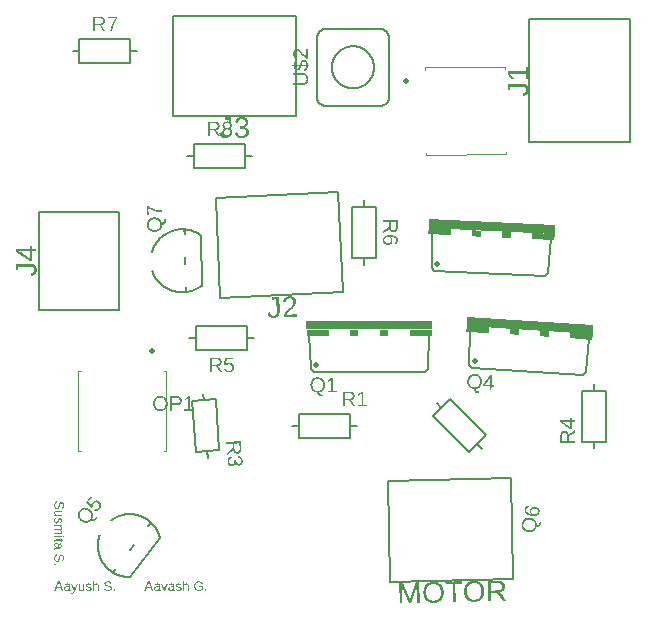
<source format=gbr>
G04 EAGLE Gerber RS-274X export*
G75*
%MOMM*%
%FSLAX34Y34*%
%LPD*%
%INSilkscreen Top*%
%IPPOS*%
%AMOC8*
5,1,8,0,0,1.08239X$1,22.5*%
G01*
G04 Define Apertures*
%ADD10C,0.152400*%
%ADD11C,0.500000*%
%ADD12C,0.120000*%
%ADD13C,0.508000*%
%ADD14R,10.668000X0.762000*%
%ADD15R,1.905000X0.508000*%
%ADD16R,0.762000X0.508000*%
%ADD17C,0.127000*%
%ADD18C,0.203200*%
G36*
X13831Y12700D02*
X12722Y12700D01*
X15942Y20590D01*
X17158Y20590D01*
X20327Y12700D01*
X19235Y12700D01*
X18334Y15007D01*
X14738Y15007D01*
X13831Y12700D01*
G37*
%LPC*%
G36*
X18014Y15842D02*
X17001Y18446D01*
X16844Y18857D01*
X16687Y19319D01*
X16536Y19784D01*
X16486Y19627D01*
X16312Y19097D01*
X16071Y18434D01*
X15063Y15842D01*
X18014Y15842D01*
G37*
%LPD*%
G36*
X22675Y12588D02*
X22454Y12596D01*
X22247Y12618D01*
X22054Y12656D01*
X21875Y12708D01*
X21711Y12776D01*
X21561Y12859D01*
X21425Y12957D01*
X21303Y13070D01*
X21195Y13196D01*
X21102Y13333D01*
X21023Y13481D01*
X20958Y13641D01*
X20908Y13812D01*
X20872Y13994D01*
X20851Y14187D01*
X20843Y14391D01*
X20853Y14620D01*
X20882Y14834D01*
X20930Y15035D01*
X20998Y15223D01*
X21085Y15397D01*
X21192Y15557D01*
X21317Y15703D01*
X21462Y15836D01*
X21629Y15955D01*
X21819Y16059D01*
X22033Y16148D01*
X22271Y16222D01*
X22532Y16282D01*
X22817Y16327D01*
X23126Y16358D01*
X23459Y16374D01*
X24819Y16396D01*
X24819Y16726D01*
X24800Y17070D01*
X24741Y17361D01*
X24643Y17599D01*
X24506Y17785D01*
X24327Y17924D01*
X24103Y18024D01*
X23834Y18084D01*
X23520Y18104D01*
X23205Y18090D01*
X22935Y18047D01*
X22712Y17975D01*
X22535Y17874D01*
X22396Y17742D01*
X22288Y17576D01*
X22211Y17376D01*
X22165Y17141D01*
X21112Y17236D01*
X21152Y17434D01*
X21207Y17619D01*
X21276Y17792D01*
X21361Y17951D01*
X21460Y18098D01*
X21575Y18232D01*
X21704Y18354D01*
X21849Y18462D01*
X22008Y18558D01*
X22182Y18641D01*
X22372Y18711D01*
X22576Y18769D01*
X22795Y18814D01*
X23029Y18846D01*
X23279Y18865D01*
X23543Y18871D01*
X23819Y18863D01*
X24078Y18838D01*
X24320Y18798D01*
X24544Y18740D01*
X24750Y18667D01*
X24938Y18577D01*
X25109Y18470D01*
X25262Y18348D01*
X25397Y18209D01*
X25514Y18057D01*
X25613Y17889D01*
X25694Y17707D01*
X25758Y17510D01*
X25803Y17299D01*
X25830Y17073D01*
X25839Y16833D01*
X25839Y14223D01*
X25846Y14013D01*
X25868Y13830D01*
X25905Y13676D01*
X25956Y13548D01*
X26028Y13449D01*
X26127Y13378D01*
X26252Y13336D01*
X26404Y13322D01*
X26560Y13331D01*
X26735Y13361D01*
X26735Y12734D01*
X26350Y12666D01*
X25956Y12644D01*
X25695Y12662D01*
X25473Y12717D01*
X25288Y12809D01*
X25141Y12938D01*
X25028Y13106D01*
X24942Y13315D01*
X24884Y13566D01*
X24853Y13859D01*
X24819Y13859D01*
X24618Y13537D01*
X24402Y13266D01*
X24169Y13046D01*
X23921Y12876D01*
X23651Y12750D01*
X23353Y12660D01*
X23028Y12606D01*
X22675Y12588D01*
G37*
%LPC*%
G36*
X22904Y13344D02*
X23174Y13360D01*
X23428Y13407D01*
X23667Y13486D01*
X23890Y13596D01*
X24094Y13734D01*
X24276Y13895D01*
X24434Y14080D01*
X24570Y14288D01*
X24679Y14509D01*
X24757Y14733D01*
X24804Y14961D01*
X24819Y15192D01*
X24819Y15690D01*
X23716Y15668D01*
X23382Y15655D01*
X23091Y15626D01*
X22843Y15582D01*
X22638Y15522D01*
X22466Y15446D01*
X22314Y15352D01*
X22184Y15239D01*
X22075Y15108D01*
X21990Y14957D01*
X21928Y14785D01*
X21892Y14590D01*
X21879Y14374D01*
X21896Y14142D01*
X21946Y13938D01*
X22029Y13761D01*
X22145Y13613D01*
X22293Y13495D01*
X22468Y13411D01*
X22672Y13361D01*
X22904Y13344D01*
G37*
%LPD*%
G36*
X58033Y12588D02*
X57682Y12596D01*
X57350Y12619D01*
X57036Y12659D01*
X56742Y12713D01*
X56467Y12784D01*
X56211Y12870D01*
X55973Y12972D01*
X55755Y13089D01*
X55555Y13222D01*
X55375Y13371D01*
X55213Y13536D01*
X55071Y13716D01*
X54947Y13911D01*
X54842Y14123D01*
X54756Y14350D01*
X54690Y14593D01*
X55726Y14800D01*
X55777Y14628D01*
X55840Y14468D01*
X55917Y14320D01*
X56006Y14183D01*
X56107Y14059D01*
X56221Y13946D01*
X56348Y13845D01*
X56487Y13756D01*
X56805Y13610D01*
X57175Y13506D01*
X57597Y13443D01*
X58072Y13422D01*
X58560Y13445D01*
X58990Y13511D01*
X59182Y13561D01*
X59360Y13622D01*
X59523Y13695D01*
X59671Y13778D01*
X59803Y13872D01*
X59917Y13977D01*
X60014Y14092D01*
X60093Y14217D01*
X60154Y14353D01*
X60198Y14499D01*
X60225Y14655D01*
X60234Y14822D01*
X60222Y15006D01*
X60189Y15172D01*
X60134Y15320D01*
X60057Y15450D01*
X59960Y15565D01*
X59845Y15669D01*
X59712Y15764D01*
X59562Y15847D01*
X59212Y15991D01*
X58800Y16110D01*
X57820Y16340D01*
X56997Y16547D01*
X56671Y16651D01*
X56400Y16754D01*
X56171Y16861D01*
X55967Y16973D01*
X55789Y17092D01*
X55636Y17216D01*
X55504Y17349D01*
X55389Y17493D01*
X55290Y17647D01*
X55208Y17813D01*
X55143Y17990D01*
X55096Y18180D01*
X55068Y18382D01*
X55059Y18597D01*
X55071Y18843D01*
X55108Y19075D01*
X55168Y19292D01*
X55253Y19494D01*
X55362Y19682D01*
X55495Y19856D01*
X55653Y20015D01*
X55835Y20159D01*
X56039Y20288D01*
X56264Y20399D01*
X56511Y20494D01*
X56778Y20571D01*
X57066Y20631D01*
X57375Y20674D01*
X57704Y20699D01*
X58055Y20708D01*
X58381Y20702D01*
X58688Y20682D01*
X58974Y20650D01*
X59241Y20605D01*
X59488Y20547D01*
X59715Y20476D01*
X59923Y20393D01*
X60110Y20296D01*
X60281Y20184D01*
X60439Y20054D01*
X60584Y19906D01*
X60715Y19740D01*
X60833Y19555D01*
X60938Y19353D01*
X61029Y19132D01*
X61107Y18894D01*
X60054Y18709D01*
X59948Y19001D01*
X59802Y19250D01*
X59618Y19456D01*
X59394Y19619D01*
X59126Y19742D01*
X58813Y19831D01*
X58452Y19884D01*
X58044Y19902D01*
X57599Y19882D01*
X57210Y19823D01*
X56876Y19725D01*
X56599Y19588D01*
X56482Y19505D01*
X56381Y19412D01*
X56295Y19309D01*
X56225Y19197D01*
X56171Y19076D01*
X56132Y18944D01*
X56109Y18803D01*
X56101Y18653D01*
X56113Y18479D01*
X56149Y18320D01*
X56209Y18178D01*
X56294Y18051D01*
X56401Y17936D01*
X56530Y17831D01*
X56680Y17735D01*
X56851Y17648D01*
X57078Y17560D01*
X57396Y17463D01*
X58302Y17242D01*
X59027Y17071D01*
X59380Y16976D01*
X59718Y16864D01*
X60038Y16733D01*
X60337Y16581D01*
X60607Y16400D01*
X60838Y16183D01*
X61028Y15927D01*
X61172Y15629D01*
X61224Y15462D01*
X61262Y15282D01*
X61284Y15087D01*
X61292Y14878D01*
X61279Y14613D01*
X61239Y14363D01*
X61172Y14129D01*
X61078Y13910D01*
X60958Y13706D01*
X60812Y13518D01*
X60638Y13345D01*
X60438Y13187D01*
X60214Y13047D01*
X59967Y12925D01*
X59699Y12822D01*
X59410Y12738D01*
X59098Y12672D01*
X58765Y12625D01*
X58410Y12597D01*
X58033Y12588D01*
G37*
G36*
X46409Y12700D02*
X45401Y12700D01*
X45401Y21010D01*
X46409Y21010D01*
X46409Y18849D01*
X46390Y18143D01*
X46365Y17723D01*
X46381Y17723D01*
X46552Y18000D01*
X46739Y18238D01*
X46943Y18436D01*
X47163Y18594D01*
X47406Y18715D01*
X47680Y18802D01*
X47984Y18854D01*
X48319Y18871D01*
X48557Y18864D01*
X48779Y18841D01*
X48985Y18802D01*
X49175Y18749D01*
X49349Y18680D01*
X49506Y18596D01*
X49647Y18496D01*
X49772Y18381D01*
X49882Y18248D01*
X49977Y18095D01*
X50057Y17920D01*
X50123Y17725D01*
X50174Y17509D01*
X50211Y17273D01*
X50233Y17016D01*
X50240Y16738D01*
X50240Y12700D01*
X49226Y12700D01*
X49226Y16542D01*
X49219Y16840D01*
X49197Y17098D01*
X49160Y17315D01*
X49109Y17491D01*
X49040Y17636D01*
X48953Y17760D01*
X48847Y17864D01*
X48722Y17947D01*
X48575Y18011D01*
X48402Y18056D01*
X48202Y18084D01*
X47977Y18093D01*
X47804Y18085D01*
X47640Y18062D01*
X47484Y18023D01*
X47337Y17970D01*
X47199Y17900D01*
X47070Y17816D01*
X46949Y17715D01*
X46838Y17600D01*
X46737Y17471D01*
X46650Y17332D01*
X46577Y17182D01*
X46517Y17022D01*
X46470Y16851D01*
X46436Y16669D01*
X46416Y16476D01*
X46409Y16273D01*
X46409Y12700D01*
G37*
G36*
X27801Y10320D02*
X27420Y10335D01*
X27106Y10382D01*
X27106Y11138D01*
X27330Y11112D01*
X27577Y11104D01*
X27806Y11126D01*
X28023Y11190D01*
X28227Y11299D01*
X28420Y11450D01*
X28600Y11644D01*
X28768Y11882D01*
X28923Y12163D01*
X29066Y12487D01*
X29162Y12728D01*
X26759Y18759D01*
X27834Y18759D01*
X29111Y15410D01*
X29178Y15223D01*
X29430Y14492D01*
X29660Y13798D01*
X30052Y14901D01*
X31379Y18759D01*
X32443Y18759D01*
X30114Y12700D01*
X29929Y12247D01*
X29751Y11855D01*
X29579Y11526D01*
X29414Y11258D01*
X29247Y11036D01*
X29071Y10845D01*
X28887Y10684D01*
X28694Y10552D01*
X28490Y10451D01*
X28273Y10378D01*
X28044Y10335D01*
X27801Y10320D01*
G37*
G36*
X35147Y12588D02*
X34906Y12596D01*
X34682Y12619D01*
X34474Y12658D01*
X34284Y12712D01*
X34110Y12782D01*
X33952Y12867D01*
X33812Y12967D01*
X33688Y13084D01*
X33580Y13218D01*
X33486Y13372D01*
X33407Y13546D01*
X33342Y13741D01*
X33291Y13956D01*
X33255Y14191D01*
X33233Y14446D01*
X33226Y14722D01*
X33226Y18759D01*
X34240Y18759D01*
X34240Y14918D01*
X34247Y14635D01*
X34269Y14386D01*
X34306Y14170D01*
X34357Y13988D01*
X34425Y13834D01*
X34510Y13704D01*
X34612Y13596D01*
X34732Y13512D01*
X34876Y13448D01*
X35050Y13403D01*
X35254Y13375D01*
X35488Y13366D01*
X35666Y13374D01*
X35833Y13398D01*
X35991Y13436D01*
X36139Y13491D01*
X36278Y13561D01*
X36407Y13647D01*
X36527Y13748D01*
X36636Y13865D01*
X36735Y13995D01*
X36820Y14138D01*
X36892Y14293D01*
X36951Y14460D01*
X36997Y14639D01*
X37030Y14830D01*
X37050Y15033D01*
X37056Y15248D01*
X37056Y18759D01*
X38064Y18759D01*
X38064Y13994D01*
X38073Y13141D01*
X38098Y12700D01*
X37146Y12700D01*
X37135Y12851D01*
X37121Y13134D01*
X37101Y13736D01*
X37084Y13736D01*
X36904Y13445D01*
X36710Y13200D01*
X36502Y13002D01*
X36281Y12848D01*
X36039Y12734D01*
X35769Y12653D01*
X35472Y12604D01*
X35147Y12588D01*
G37*
G36*
X41718Y12588D02*
X41443Y12594D01*
X41185Y12611D01*
X40942Y12640D01*
X40716Y12681D01*
X40506Y12733D01*
X40312Y12797D01*
X40135Y12873D01*
X39973Y12960D01*
X39827Y13060D01*
X39694Y13173D01*
X39574Y13298D01*
X39467Y13437D01*
X39374Y13589D01*
X39295Y13754D01*
X39228Y13932D01*
X39175Y14122D01*
X40066Y14296D01*
X40147Y14069D01*
X40263Y13874D01*
X40413Y13712D01*
X40598Y13582D01*
X40819Y13483D01*
X41079Y13412D01*
X41379Y13369D01*
X41718Y13355D01*
X42076Y13370D01*
X42382Y13414D01*
X42637Y13487D01*
X42841Y13590D01*
X42996Y13723D01*
X43107Y13884D01*
X43174Y14075D01*
X43196Y14296D01*
X43181Y14467D01*
X43135Y14621D01*
X43058Y14758D01*
X42950Y14878D01*
X42808Y14985D01*
X42628Y15083D01*
X42410Y15170D01*
X42155Y15248D01*
X41432Y15438D01*
X41030Y15550D01*
X40690Y15660D01*
X40412Y15770D01*
X40197Y15878D01*
X40024Y15992D01*
X39871Y16117D01*
X39737Y16253D01*
X39623Y16402D01*
X39533Y16564D01*
X39468Y16745D01*
X39429Y16942D01*
X39416Y17158D01*
X39425Y17359D01*
X39453Y17547D01*
X39499Y17724D01*
X39564Y17888D01*
X39647Y18039D01*
X39749Y18179D01*
X39869Y18306D01*
X40007Y18420D01*
X40163Y18522D01*
X40336Y18610D01*
X40526Y18685D01*
X40733Y18746D01*
X40957Y18793D01*
X41197Y18827D01*
X41455Y18848D01*
X41729Y18854D01*
X42205Y18832D01*
X42629Y18766D01*
X43001Y18656D01*
X43322Y18502D01*
X43463Y18407D01*
X43591Y18299D01*
X43704Y18177D01*
X43805Y18042D01*
X43891Y17894D01*
X43964Y17733D01*
X44024Y17558D01*
X44070Y17370D01*
X43163Y17258D01*
X43103Y17448D01*
X43008Y17615D01*
X42878Y17758D01*
X42712Y17877D01*
X42513Y17972D01*
X42283Y18039D01*
X42021Y18079D01*
X41729Y18093D01*
X41410Y18080D01*
X41135Y18041D01*
X40906Y17976D01*
X40721Y17886D01*
X40579Y17769D01*
X40477Y17625D01*
X40417Y17455D01*
X40396Y17258D01*
X40405Y17135D01*
X40430Y17023D01*
X40472Y16922D01*
X40531Y16833D01*
X40697Y16677D01*
X40928Y16547D01*
X41337Y16407D01*
X42037Y16222D01*
X42726Y16028D01*
X42986Y15937D01*
X43191Y15850D01*
X43506Y15670D01*
X43748Y15472D01*
X43929Y15249D01*
X44064Y14993D01*
X44113Y14853D01*
X44148Y14703D01*
X44169Y14543D01*
X44176Y14374D01*
X44166Y14166D01*
X44136Y13970D01*
X44085Y13787D01*
X44015Y13616D01*
X43924Y13457D01*
X43812Y13310D01*
X43681Y13175D01*
X43529Y13053D01*
X43360Y12944D01*
X43174Y12849D01*
X42971Y12770D01*
X42753Y12704D01*
X42519Y12653D01*
X42268Y12617D01*
X42001Y12595D01*
X41718Y12588D01*
G37*
G36*
X63964Y12700D02*
X62872Y12700D01*
X62872Y13926D01*
X63964Y13926D01*
X63964Y12700D01*
G37*
G36*
X90031Y12700D02*
X88922Y12700D01*
X92142Y20590D01*
X93358Y20590D01*
X96527Y12700D01*
X95435Y12700D01*
X94534Y15007D01*
X90938Y15007D01*
X90031Y12700D01*
G37*
%LPC*%
G36*
X94214Y15842D02*
X93201Y18446D01*
X93044Y18857D01*
X92887Y19319D01*
X92736Y19784D01*
X92686Y19627D01*
X92512Y19097D01*
X92271Y18434D01*
X91263Y15842D01*
X94214Y15842D01*
G37*
%LPD*%
G36*
X98875Y12588D02*
X98654Y12596D01*
X98447Y12618D01*
X98254Y12656D01*
X98075Y12708D01*
X97911Y12776D01*
X97761Y12859D01*
X97625Y12957D01*
X97503Y13070D01*
X97395Y13196D01*
X97302Y13333D01*
X97223Y13481D01*
X97158Y13641D01*
X97108Y13812D01*
X97072Y13994D01*
X97051Y14187D01*
X97043Y14391D01*
X97053Y14620D01*
X97082Y14834D01*
X97130Y15035D01*
X97198Y15223D01*
X97285Y15397D01*
X97392Y15557D01*
X97517Y15703D01*
X97662Y15836D01*
X97829Y15955D01*
X98019Y16059D01*
X98233Y16148D01*
X98471Y16222D01*
X98732Y16282D01*
X99017Y16327D01*
X99326Y16358D01*
X99659Y16374D01*
X101019Y16396D01*
X101019Y16726D01*
X101000Y17070D01*
X100941Y17361D01*
X100843Y17599D01*
X100706Y17785D01*
X100527Y17924D01*
X100303Y18024D01*
X100034Y18084D01*
X99720Y18104D01*
X99405Y18090D01*
X99135Y18047D01*
X98912Y17975D01*
X98735Y17874D01*
X98596Y17742D01*
X98488Y17576D01*
X98411Y17376D01*
X98365Y17141D01*
X97312Y17236D01*
X97352Y17434D01*
X97407Y17619D01*
X97476Y17792D01*
X97561Y17951D01*
X97660Y18098D01*
X97775Y18232D01*
X97904Y18354D01*
X98049Y18462D01*
X98208Y18558D01*
X98382Y18641D01*
X98572Y18711D01*
X98776Y18769D01*
X98995Y18814D01*
X99229Y18846D01*
X99479Y18865D01*
X99743Y18871D01*
X100019Y18863D01*
X100278Y18838D01*
X100520Y18798D01*
X100744Y18740D01*
X100950Y18667D01*
X101138Y18577D01*
X101309Y18470D01*
X101462Y18348D01*
X101597Y18209D01*
X101714Y18057D01*
X101813Y17889D01*
X101894Y17707D01*
X101958Y17510D01*
X102003Y17299D01*
X102030Y17073D01*
X102039Y16833D01*
X102039Y14223D01*
X102046Y14013D01*
X102068Y13830D01*
X102105Y13676D01*
X102156Y13548D01*
X102228Y13449D01*
X102327Y13378D01*
X102452Y13336D01*
X102604Y13322D01*
X102760Y13331D01*
X102935Y13361D01*
X102935Y12734D01*
X102550Y12666D01*
X102156Y12644D01*
X101895Y12662D01*
X101673Y12717D01*
X101488Y12809D01*
X101341Y12938D01*
X101228Y13106D01*
X101142Y13315D01*
X101084Y13566D01*
X101053Y13859D01*
X101019Y13859D01*
X100818Y13537D01*
X100602Y13266D01*
X100369Y13046D01*
X100121Y12876D01*
X99851Y12750D01*
X99553Y12660D01*
X99228Y12606D01*
X98875Y12588D01*
G37*
%LPC*%
G36*
X99104Y13344D02*
X99374Y13360D01*
X99628Y13407D01*
X99867Y13486D01*
X100090Y13596D01*
X100294Y13734D01*
X100476Y13895D01*
X100634Y14080D01*
X100770Y14288D01*
X100879Y14509D01*
X100957Y14733D01*
X101004Y14961D01*
X101019Y15192D01*
X101019Y15690D01*
X99916Y15668D01*
X99582Y15655D01*
X99291Y15626D01*
X99043Y15582D01*
X98838Y15522D01*
X98666Y15446D01*
X98514Y15352D01*
X98384Y15239D01*
X98275Y15108D01*
X98190Y14957D01*
X98128Y14785D01*
X98092Y14590D01*
X98079Y14374D01*
X98096Y14142D01*
X98146Y13938D01*
X98229Y13761D01*
X98345Y13613D01*
X98493Y13495D01*
X98668Y13411D01*
X98872Y13361D01*
X99104Y13344D01*
G37*
%LPD*%
G36*
X111000Y12588D02*
X110779Y12596D01*
X110572Y12618D01*
X110379Y12656D01*
X110200Y12708D01*
X110036Y12776D01*
X109886Y12859D01*
X109750Y12957D01*
X109628Y13070D01*
X109520Y13196D01*
X109427Y13333D01*
X109348Y13481D01*
X109283Y13641D01*
X109233Y13812D01*
X109197Y13994D01*
X109176Y14187D01*
X109168Y14391D01*
X109178Y14620D01*
X109207Y14834D01*
X109255Y15035D01*
X109323Y15223D01*
X109410Y15397D01*
X109517Y15557D01*
X109642Y15703D01*
X109787Y15836D01*
X109954Y15955D01*
X110144Y16059D01*
X110358Y16148D01*
X110596Y16222D01*
X110857Y16282D01*
X111142Y16327D01*
X111451Y16358D01*
X111784Y16374D01*
X113144Y16396D01*
X113144Y16726D01*
X113125Y17070D01*
X113066Y17361D01*
X112968Y17599D01*
X112831Y17785D01*
X112652Y17924D01*
X112428Y18024D01*
X112159Y18084D01*
X111845Y18104D01*
X111530Y18090D01*
X111260Y18047D01*
X111037Y17975D01*
X110860Y17874D01*
X110721Y17742D01*
X110613Y17576D01*
X110536Y17376D01*
X110490Y17141D01*
X109437Y17236D01*
X109477Y17434D01*
X109532Y17619D01*
X109601Y17792D01*
X109686Y17951D01*
X109785Y18098D01*
X109900Y18232D01*
X110029Y18354D01*
X110174Y18462D01*
X110333Y18558D01*
X110507Y18641D01*
X110697Y18711D01*
X110901Y18769D01*
X111120Y18814D01*
X111354Y18846D01*
X111604Y18865D01*
X111868Y18871D01*
X112144Y18863D01*
X112403Y18838D01*
X112645Y18798D01*
X112869Y18740D01*
X113075Y18667D01*
X113263Y18577D01*
X113434Y18470D01*
X113587Y18348D01*
X113722Y18209D01*
X113839Y18057D01*
X113938Y17889D01*
X114019Y17707D01*
X114083Y17510D01*
X114128Y17299D01*
X114155Y17073D01*
X114164Y16833D01*
X114164Y14223D01*
X114171Y14013D01*
X114193Y13830D01*
X114230Y13676D01*
X114281Y13548D01*
X114353Y13449D01*
X114452Y13378D01*
X114577Y13336D01*
X114729Y13322D01*
X114885Y13331D01*
X115060Y13361D01*
X115060Y12734D01*
X114675Y12666D01*
X114281Y12644D01*
X114020Y12662D01*
X113798Y12717D01*
X113613Y12809D01*
X113466Y12938D01*
X113353Y13106D01*
X113267Y13315D01*
X113209Y13566D01*
X113178Y13859D01*
X113144Y13859D01*
X112943Y13537D01*
X112727Y13266D01*
X112494Y13046D01*
X112246Y12876D01*
X111976Y12750D01*
X111678Y12660D01*
X111353Y12606D01*
X111000Y12588D01*
G37*
%LPC*%
G36*
X111229Y13344D02*
X111499Y13360D01*
X111753Y13407D01*
X111992Y13486D01*
X112215Y13596D01*
X112419Y13734D01*
X112601Y13895D01*
X112759Y14080D01*
X112895Y14288D01*
X113004Y14509D01*
X113082Y14733D01*
X113129Y14961D01*
X113144Y15192D01*
X113144Y15690D01*
X112041Y15668D01*
X111707Y15655D01*
X111416Y15626D01*
X111168Y15582D01*
X110963Y15522D01*
X110791Y15446D01*
X110639Y15352D01*
X110509Y15239D01*
X110400Y15108D01*
X110315Y14957D01*
X110253Y14785D01*
X110217Y14590D01*
X110204Y14374D01*
X110221Y14142D01*
X110271Y13938D01*
X110354Y13761D01*
X110470Y13613D01*
X110618Y13495D01*
X110793Y13411D01*
X110997Y13361D01*
X111229Y13344D01*
G37*
%LPD*%
G36*
X134922Y12588D02*
X134617Y12596D01*
X134324Y12619D01*
X134041Y12657D01*
X133769Y12711D01*
X133508Y12780D01*
X133257Y12865D01*
X133017Y12965D01*
X132788Y13081D01*
X132571Y13211D01*
X132366Y13354D01*
X132175Y13511D01*
X131998Y13682D01*
X131833Y13866D01*
X131682Y14064D01*
X131544Y14275D01*
X131419Y14500D01*
X131308Y14737D01*
X131212Y14984D01*
X131130Y15242D01*
X131064Y15509D01*
X131012Y15787D01*
X130975Y16075D01*
X130953Y16373D01*
X130946Y16682D01*
X130962Y17148D01*
X131010Y17588D01*
X131090Y18000D01*
X131203Y18385D01*
X131348Y18744D01*
X131525Y19075D01*
X131734Y19378D01*
X131976Y19655D01*
X132247Y19902D01*
X132543Y20116D01*
X132866Y20297D01*
X133215Y20445D01*
X133590Y20560D01*
X133991Y20642D01*
X134418Y20692D01*
X134871Y20708D01*
X135191Y20701D01*
X135496Y20680D01*
X135785Y20646D01*
X136058Y20597D01*
X136317Y20535D01*
X136560Y20459D01*
X136787Y20369D01*
X136999Y20266D01*
X137198Y20147D01*
X137384Y20011D01*
X137560Y19859D01*
X137723Y19690D01*
X137875Y19505D01*
X138014Y19303D01*
X138143Y19084D01*
X138259Y18849D01*
X137240Y18546D01*
X137056Y18860D01*
X136840Y19127D01*
X136593Y19350D01*
X136313Y19526D01*
X136000Y19661D01*
X135650Y19757D01*
X135265Y19815D01*
X134843Y19834D01*
X134512Y19821D01*
X134200Y19783D01*
X133909Y19718D01*
X133638Y19628D01*
X133387Y19512D01*
X133156Y19370D01*
X132945Y19202D01*
X132754Y19008D01*
X132585Y18791D01*
X132438Y18553D01*
X132314Y18294D01*
X132213Y18014D01*
X132134Y17712D01*
X132077Y17390D01*
X132043Y17046D01*
X132032Y16682D01*
X132044Y16318D01*
X132080Y15973D01*
X132140Y15649D01*
X132224Y15344D01*
X132332Y15059D01*
X132463Y14793D01*
X132619Y14547D01*
X132799Y14321D01*
X133000Y14118D01*
X133219Y13943D01*
X133457Y13794D01*
X133713Y13672D01*
X133988Y13578D01*
X134281Y13510D01*
X134592Y13470D01*
X134922Y13456D01*
X135301Y13471D01*
X135668Y13515D01*
X136022Y13588D01*
X136364Y13691D01*
X136682Y13819D01*
X136969Y13968D01*
X137224Y14138D01*
X137447Y14330D01*
X137447Y15752D01*
X135090Y15752D01*
X135090Y16648D01*
X138433Y16648D01*
X138433Y13926D01*
X138101Y13625D01*
X137735Y13360D01*
X137333Y13131D01*
X136896Y12938D01*
X136431Y12785D01*
X135947Y12676D01*
X135444Y12610D01*
X134922Y12588D01*
G37*
G36*
X122609Y12700D02*
X121601Y12700D01*
X121601Y21010D01*
X122609Y21010D01*
X122609Y18849D01*
X122590Y18143D01*
X122565Y17723D01*
X122581Y17723D01*
X122752Y18000D01*
X122939Y18238D01*
X123143Y18436D01*
X123363Y18594D01*
X123606Y18715D01*
X123880Y18802D01*
X124184Y18854D01*
X124519Y18871D01*
X124757Y18864D01*
X124979Y18841D01*
X125185Y18802D01*
X125375Y18749D01*
X125549Y18680D01*
X125706Y18596D01*
X125847Y18496D01*
X125972Y18381D01*
X126082Y18248D01*
X126177Y18095D01*
X126257Y17920D01*
X126323Y17725D01*
X126374Y17509D01*
X126411Y17273D01*
X126433Y17016D01*
X126440Y16738D01*
X126440Y12700D01*
X125426Y12700D01*
X125426Y16542D01*
X125419Y16840D01*
X125397Y17098D01*
X125360Y17315D01*
X125309Y17491D01*
X125240Y17636D01*
X125153Y17760D01*
X125047Y17864D01*
X124922Y17947D01*
X124775Y18011D01*
X124602Y18056D01*
X124402Y18084D01*
X124177Y18093D01*
X124004Y18085D01*
X123840Y18062D01*
X123684Y18023D01*
X123537Y17970D01*
X123399Y17900D01*
X123270Y17816D01*
X123149Y17715D01*
X123038Y17600D01*
X122937Y17471D01*
X122850Y17332D01*
X122777Y17182D01*
X122717Y17022D01*
X122670Y16851D01*
X122636Y16669D01*
X122616Y16476D01*
X122609Y16273D01*
X122609Y12700D01*
G37*
G36*
X117918Y12588D02*
X117643Y12594D01*
X117385Y12611D01*
X117142Y12640D01*
X116916Y12681D01*
X116706Y12733D01*
X116512Y12797D01*
X116335Y12873D01*
X116173Y12960D01*
X116027Y13060D01*
X115894Y13173D01*
X115774Y13298D01*
X115667Y13437D01*
X115574Y13589D01*
X115495Y13754D01*
X115428Y13932D01*
X115375Y14122D01*
X116266Y14296D01*
X116347Y14069D01*
X116463Y13874D01*
X116613Y13712D01*
X116798Y13582D01*
X117019Y13483D01*
X117279Y13412D01*
X117579Y13369D01*
X117918Y13355D01*
X118276Y13370D01*
X118582Y13414D01*
X118837Y13487D01*
X119041Y13590D01*
X119196Y13723D01*
X119307Y13884D01*
X119374Y14075D01*
X119396Y14296D01*
X119381Y14467D01*
X119335Y14621D01*
X119258Y14758D01*
X119150Y14878D01*
X119008Y14985D01*
X118828Y15083D01*
X118610Y15170D01*
X118355Y15248D01*
X117632Y15438D01*
X117230Y15550D01*
X116890Y15660D01*
X116612Y15770D01*
X116397Y15878D01*
X116224Y15992D01*
X116071Y16117D01*
X115937Y16253D01*
X115823Y16402D01*
X115733Y16564D01*
X115668Y16745D01*
X115629Y16942D01*
X115616Y17158D01*
X115625Y17359D01*
X115653Y17547D01*
X115699Y17724D01*
X115764Y17888D01*
X115847Y18039D01*
X115949Y18179D01*
X116069Y18306D01*
X116207Y18420D01*
X116363Y18522D01*
X116536Y18610D01*
X116726Y18685D01*
X116933Y18746D01*
X117157Y18793D01*
X117397Y18827D01*
X117655Y18848D01*
X117929Y18854D01*
X118405Y18832D01*
X118829Y18766D01*
X119201Y18656D01*
X119522Y18502D01*
X119663Y18407D01*
X119791Y18299D01*
X119904Y18177D01*
X120005Y18042D01*
X120091Y17894D01*
X120164Y17733D01*
X120224Y17558D01*
X120270Y17370D01*
X119363Y17258D01*
X119303Y17448D01*
X119208Y17615D01*
X119078Y17758D01*
X118912Y17877D01*
X118713Y17972D01*
X118483Y18039D01*
X118221Y18079D01*
X117929Y18093D01*
X117610Y18080D01*
X117335Y18041D01*
X117106Y17976D01*
X116921Y17886D01*
X116779Y17769D01*
X116677Y17625D01*
X116617Y17455D01*
X116596Y17258D01*
X116605Y17135D01*
X116630Y17023D01*
X116672Y16922D01*
X116731Y16833D01*
X116897Y16677D01*
X117128Y16547D01*
X117537Y16407D01*
X118237Y16222D01*
X118926Y16028D01*
X119186Y15937D01*
X119391Y15850D01*
X119706Y15670D01*
X119948Y15472D01*
X120129Y15249D01*
X120264Y14993D01*
X120313Y14853D01*
X120348Y14703D01*
X120369Y14543D01*
X120376Y14374D01*
X120366Y14166D01*
X120336Y13970D01*
X120285Y13787D01*
X120215Y13616D01*
X120124Y13457D01*
X120012Y13310D01*
X119881Y13175D01*
X119729Y13053D01*
X119560Y12944D01*
X119374Y12849D01*
X119171Y12770D01*
X118953Y12704D01*
X118719Y12653D01*
X118468Y12617D01*
X118201Y12595D01*
X117918Y12588D01*
G37*
G36*
X106364Y12700D02*
X105171Y12700D01*
X102970Y18759D01*
X104046Y18759D01*
X105378Y14817D01*
X105765Y13490D01*
X105961Y14145D01*
X106179Y14806D01*
X107557Y18759D01*
X108626Y18759D01*
X106364Y12700D01*
G37*
G36*
X141414Y12700D02*
X140322Y12700D01*
X140322Y13926D01*
X141414Y13926D01*
X141414Y12700D01*
G37*
G36*
X13361Y47428D02*
X12734Y47428D01*
X12666Y47813D01*
X12644Y48206D01*
X12662Y48467D01*
X12717Y48690D01*
X12809Y48875D01*
X12938Y49021D01*
X13106Y49135D01*
X13315Y49221D01*
X13566Y49279D01*
X13859Y49310D01*
X13859Y49343D01*
X13537Y49544D01*
X13266Y49761D01*
X13046Y49994D01*
X12876Y50242D01*
X12750Y50512D01*
X12660Y50810D01*
X12606Y51135D01*
X12588Y51488D01*
X12596Y51709D01*
X12618Y51916D01*
X12656Y52109D01*
X12708Y52287D01*
X12776Y52452D01*
X12859Y52602D01*
X12957Y52738D01*
X13070Y52860D01*
X13196Y52968D01*
X13333Y53061D01*
X13481Y53140D01*
X13641Y53204D01*
X13812Y53255D01*
X13994Y53290D01*
X14187Y53312D01*
X14391Y53319D01*
X14620Y53309D01*
X14834Y53280D01*
X15035Y53232D01*
X15223Y53164D01*
X15397Y53077D01*
X15557Y52971D01*
X15703Y52845D01*
X15836Y52700D01*
X15955Y52534D01*
X16059Y52343D01*
X16148Y52129D01*
X16222Y51892D01*
X16282Y51630D01*
X16327Y51345D01*
X16358Y51036D01*
X16374Y50704D01*
X16396Y49343D01*
X16726Y49343D01*
X17070Y49363D01*
X17361Y49422D01*
X17599Y49519D01*
X17785Y49657D01*
X17924Y49836D01*
X18024Y50060D01*
X18084Y50329D01*
X18104Y50642D01*
X18090Y50958D01*
X18047Y51227D01*
X17975Y51451D01*
X17874Y51628D01*
X17742Y51766D01*
X17576Y51874D01*
X17376Y51951D01*
X17141Y51997D01*
X17236Y53050D01*
X17434Y53011D01*
X17619Y52956D01*
X17792Y52886D01*
X17951Y52802D01*
X18098Y52702D01*
X18232Y52588D01*
X18354Y52458D01*
X18462Y52314D01*
X18558Y52155D01*
X18641Y51980D01*
X18711Y51791D01*
X18769Y51587D01*
X18814Y51367D01*
X18846Y51133D01*
X18865Y50884D01*
X18871Y50620D01*
X18863Y50343D01*
X18838Y50084D01*
X18798Y49843D01*
X18740Y49619D01*
X18667Y49413D01*
X18577Y49224D01*
X18470Y49054D01*
X18348Y48901D01*
X18209Y48766D01*
X18057Y48648D01*
X17889Y48549D01*
X17707Y48468D01*
X17510Y48405D01*
X17299Y48360D01*
X17073Y48333D01*
X16833Y48324D01*
X14223Y48324D01*
X14013Y48317D01*
X13830Y48295D01*
X13676Y48258D01*
X13548Y48206D01*
X13449Y48134D01*
X13378Y48036D01*
X13336Y47910D01*
X13322Y47758D01*
X13331Y47603D01*
X13361Y47428D01*
G37*
%LPC*%
G36*
X15690Y49343D02*
X15668Y50446D01*
X15655Y50780D01*
X15626Y51071D01*
X15582Y51319D01*
X15522Y51524D01*
X15446Y51697D01*
X15352Y51848D01*
X15239Y51978D01*
X15108Y52087D01*
X14957Y52173D01*
X14785Y52234D01*
X14590Y52271D01*
X14374Y52283D01*
X14142Y52266D01*
X13938Y52217D01*
X13761Y52133D01*
X13613Y52017D01*
X13495Y51870D01*
X13411Y51694D01*
X13361Y51491D01*
X13344Y51258D01*
X13360Y50989D01*
X13407Y50735D01*
X13486Y50496D01*
X13596Y50273D01*
X13734Y50068D01*
X13895Y49887D01*
X14080Y49728D01*
X14288Y49592D01*
X14509Y49483D01*
X14733Y49405D01*
X14961Y49359D01*
X15192Y49343D01*
X15690Y49343D01*
G37*
%LPD*%
G36*
X16738Y60321D02*
X12700Y60321D01*
X12700Y61318D01*
X16542Y61318D01*
X16947Y61333D01*
X17285Y61378D01*
X17555Y61453D01*
X17757Y61559D01*
X17904Y61703D01*
X18009Y61896D01*
X18072Y62137D01*
X18093Y62427D01*
X18085Y62587D01*
X18062Y62739D01*
X18024Y62881D01*
X17970Y63014D01*
X17901Y63138D01*
X17817Y63253D01*
X17718Y63358D01*
X17603Y63454D01*
X17474Y63540D01*
X17332Y63615D01*
X17177Y63678D01*
X17010Y63730D01*
X16636Y63798D01*
X16211Y63821D01*
X12700Y63821D01*
X12700Y64818D01*
X16542Y64818D01*
X16947Y64833D01*
X17285Y64878D01*
X17555Y64953D01*
X17757Y65059D01*
X17904Y65203D01*
X18009Y65396D01*
X18072Y65637D01*
X18093Y65927D01*
X18085Y66084D01*
X18062Y66232D01*
X18023Y66372D01*
X17970Y66504D01*
X17900Y66627D01*
X17816Y66742D01*
X17715Y66848D01*
X17600Y66946D01*
X17470Y67034D01*
X17328Y67110D01*
X17174Y67175D01*
X17006Y67227D01*
X16826Y67268D01*
X16634Y67298D01*
X16429Y67315D01*
X16211Y67321D01*
X12700Y67321D01*
X12700Y68324D01*
X17466Y68324D01*
X18318Y68332D01*
X18759Y68357D01*
X18759Y67405D01*
X18608Y67394D01*
X18325Y67380D01*
X17723Y67360D01*
X17723Y67344D01*
X18021Y67175D01*
X18269Y66995D01*
X18469Y66803D01*
X18619Y66599D01*
X18729Y66377D01*
X18808Y66133D01*
X18855Y65865D01*
X18871Y65574D01*
X18854Y65248D01*
X18803Y64957D01*
X18717Y64703D01*
X18597Y64485D01*
X18439Y64300D01*
X18241Y64145D01*
X18002Y64021D01*
X17723Y63928D01*
X17723Y63911D01*
X18007Y63746D01*
X18248Y63564D01*
X18447Y63366D01*
X18602Y63152D01*
X18720Y62918D01*
X18804Y62660D01*
X18854Y62379D01*
X18871Y62074D01*
X18863Y61852D01*
X18840Y61646D01*
X18801Y61456D01*
X18747Y61281D01*
X18676Y61122D01*
X18591Y60978D01*
X18490Y60851D01*
X18373Y60738D01*
X18238Y60641D01*
X18084Y60556D01*
X17909Y60484D01*
X17715Y60426D01*
X17500Y60380D01*
X17266Y60347D01*
X17012Y60328D01*
X16738Y60321D01*
G37*
G36*
X14878Y37121D02*
X14613Y37134D01*
X14363Y37174D01*
X14129Y37241D01*
X13910Y37334D01*
X13706Y37454D01*
X13518Y37601D01*
X13345Y37774D01*
X13187Y37975D01*
X13047Y38199D01*
X12925Y38445D01*
X12822Y38713D01*
X12738Y39003D01*
X12672Y39314D01*
X12625Y39648D01*
X12597Y40003D01*
X12588Y40380D01*
X12596Y40731D01*
X12619Y41063D01*
X12659Y41376D01*
X12713Y41670D01*
X12784Y41945D01*
X12870Y42202D01*
X12972Y42439D01*
X13089Y42658D01*
X13222Y42857D01*
X13371Y43038D01*
X13536Y43199D01*
X13716Y43342D01*
X13911Y43466D01*
X14123Y43570D01*
X14350Y43656D01*
X14593Y43723D01*
X14800Y42687D01*
X14628Y42636D01*
X14468Y42572D01*
X14320Y42496D01*
X14183Y42407D01*
X14059Y42305D01*
X13946Y42191D01*
X13845Y42065D01*
X13756Y41925D01*
X13610Y41608D01*
X13506Y41238D01*
X13443Y40816D01*
X13422Y40341D01*
X13445Y39852D01*
X13511Y39423D01*
X13561Y39230D01*
X13622Y39053D01*
X13695Y38890D01*
X13778Y38742D01*
X13872Y38610D01*
X13977Y38496D01*
X14092Y38399D01*
X14217Y38320D01*
X14353Y38258D01*
X14499Y38214D01*
X14655Y38188D01*
X14822Y38179D01*
X15006Y38190D01*
X15172Y38223D01*
X15320Y38278D01*
X15450Y38355D01*
X15565Y38453D01*
X15669Y38568D01*
X15764Y38700D01*
X15847Y38851D01*
X15991Y39201D01*
X16110Y39613D01*
X16340Y40593D01*
X16547Y41415D01*
X16651Y41742D01*
X16754Y42012D01*
X16861Y42242D01*
X16973Y42445D01*
X17092Y42624D01*
X17216Y42777D01*
X17349Y42908D01*
X17493Y43024D01*
X17647Y43123D01*
X17813Y43205D01*
X17990Y43270D01*
X18180Y43316D01*
X18382Y43344D01*
X18597Y43353D01*
X18843Y43341D01*
X19075Y43305D01*
X19292Y43244D01*
X19494Y43159D01*
X19682Y43050D01*
X19856Y42917D01*
X20015Y42760D01*
X20159Y42578D01*
X20288Y42373D01*
X20399Y42148D01*
X20494Y41902D01*
X20571Y41635D01*
X20631Y41347D01*
X20674Y41038D01*
X20699Y40708D01*
X20708Y40357D01*
X20702Y40031D01*
X20682Y39725D01*
X20650Y39438D01*
X20605Y39172D01*
X20547Y38925D01*
X20476Y38697D01*
X20393Y38490D01*
X20296Y38302D01*
X20184Y38131D01*
X20054Y37973D01*
X19906Y37829D01*
X19740Y37697D01*
X19555Y37579D01*
X19353Y37475D01*
X19132Y37383D01*
X18894Y37305D01*
X18709Y38358D01*
X19001Y38465D01*
X19250Y38610D01*
X19456Y38795D01*
X19619Y39019D01*
X19742Y39286D01*
X19831Y39600D01*
X19884Y39961D01*
X19902Y40369D01*
X19882Y40814D01*
X19823Y41203D01*
X19725Y41536D01*
X19588Y41813D01*
X19505Y41930D01*
X19412Y42031D01*
X19309Y42117D01*
X19197Y42187D01*
X19076Y42242D01*
X18944Y42281D01*
X18803Y42304D01*
X18653Y42312D01*
X18479Y42300D01*
X18320Y42263D01*
X18178Y42203D01*
X18051Y42119D01*
X17936Y42011D01*
X17831Y41883D01*
X17735Y41733D01*
X17648Y41561D01*
X17560Y41334D01*
X17463Y41017D01*
X17242Y40111D01*
X17071Y39386D01*
X16976Y39032D01*
X16864Y38694D01*
X16733Y38374D01*
X16581Y38075D01*
X16400Y37806D01*
X16183Y37574D01*
X15927Y37385D01*
X15629Y37241D01*
X15462Y37188D01*
X15282Y37151D01*
X15087Y37128D01*
X14878Y37121D01*
G37*
G36*
X14878Y81777D02*
X14613Y81790D01*
X14363Y81830D01*
X14129Y81897D01*
X13910Y81990D01*
X13706Y82110D01*
X13518Y82257D01*
X13345Y82431D01*
X13187Y82631D01*
X13047Y82855D01*
X12925Y83101D01*
X12822Y83369D01*
X12738Y83659D01*
X12672Y83971D01*
X12625Y84304D01*
X12597Y84659D01*
X12588Y85036D01*
X12596Y85387D01*
X12619Y85719D01*
X12659Y86032D01*
X12713Y86326D01*
X12784Y86602D01*
X12870Y86858D01*
X12972Y87095D01*
X13089Y87314D01*
X13222Y87513D01*
X13371Y87694D01*
X13536Y87855D01*
X13716Y87998D01*
X13911Y88122D01*
X14123Y88227D01*
X14350Y88312D01*
X14593Y88379D01*
X14800Y87343D01*
X14628Y87292D01*
X14468Y87228D01*
X14320Y87152D01*
X14183Y87063D01*
X14059Y86962D01*
X13946Y86848D01*
X13845Y86721D01*
X13756Y86582D01*
X13610Y86264D01*
X13506Y85894D01*
X13443Y85472D01*
X13422Y84997D01*
X13445Y84508D01*
X13511Y84079D01*
X13561Y83887D01*
X13622Y83709D01*
X13695Y83546D01*
X13778Y83398D01*
X13872Y83266D01*
X13977Y83152D01*
X14092Y83055D01*
X14217Y82976D01*
X14353Y82914D01*
X14499Y82870D01*
X14655Y82844D01*
X14822Y82835D01*
X15006Y82846D01*
X15172Y82879D01*
X15320Y82934D01*
X15450Y83012D01*
X15565Y83109D01*
X15669Y83224D01*
X15764Y83357D01*
X15847Y83507D01*
X15991Y83857D01*
X16110Y84269D01*
X16340Y85249D01*
X16547Y86071D01*
X16651Y86398D01*
X16754Y86668D01*
X16861Y86898D01*
X16973Y87102D01*
X17092Y87280D01*
X17216Y87433D01*
X17349Y87565D01*
X17493Y87680D01*
X17647Y87779D01*
X17813Y87861D01*
X17990Y87926D01*
X18180Y87973D01*
X18382Y88000D01*
X18597Y88010D01*
X18843Y87998D01*
X19075Y87961D01*
X19292Y87901D01*
X19494Y87816D01*
X19682Y87707D01*
X19856Y87573D01*
X20015Y87416D01*
X20159Y87234D01*
X20288Y87030D01*
X20399Y86804D01*
X20494Y86558D01*
X20571Y86291D01*
X20631Y86003D01*
X20674Y85694D01*
X20699Y85364D01*
X20708Y85014D01*
X20702Y84688D01*
X20682Y84381D01*
X20650Y84095D01*
X20605Y83828D01*
X20547Y83581D01*
X20476Y83354D01*
X20393Y83146D01*
X20296Y82958D01*
X20184Y82787D01*
X20054Y82629D01*
X19906Y82485D01*
X19740Y82354D01*
X19555Y82236D01*
X19353Y82131D01*
X19132Y82040D01*
X18894Y81962D01*
X18709Y83014D01*
X19001Y83121D01*
X19250Y83266D01*
X19456Y83451D01*
X19619Y83675D01*
X19742Y83942D01*
X19831Y84256D01*
X19884Y84617D01*
X19902Y85025D01*
X19882Y85470D01*
X19823Y85859D01*
X19725Y86192D01*
X19588Y86470D01*
X19505Y86586D01*
X19412Y86688D01*
X19309Y86773D01*
X19197Y86843D01*
X19076Y86898D01*
X18944Y86937D01*
X18803Y86960D01*
X18653Y86968D01*
X18479Y86956D01*
X18320Y86920D01*
X18178Y86859D01*
X18051Y86775D01*
X17936Y86668D01*
X17831Y86539D01*
X17735Y86389D01*
X17648Y86218D01*
X17560Y85990D01*
X17463Y85673D01*
X17242Y84767D01*
X17071Y84042D01*
X16976Y83689D01*
X16864Y83350D01*
X16733Y83031D01*
X16581Y82732D01*
X16400Y82462D01*
X16183Y82230D01*
X15927Y82041D01*
X15629Y81897D01*
X15462Y81845D01*
X15282Y81807D01*
X15087Y81784D01*
X14878Y81777D01*
G37*
G36*
X12700Y75627D02*
X12700Y76579D01*
X12851Y76590D01*
X13134Y76604D01*
X13736Y76624D01*
X13736Y76641D01*
X13445Y76821D01*
X13200Y77015D01*
X13002Y77223D01*
X12848Y77444D01*
X12734Y77686D01*
X12653Y77956D01*
X12604Y78253D01*
X12588Y78578D01*
X12596Y78819D01*
X12619Y79043D01*
X12658Y79251D01*
X12712Y79441D01*
X12782Y79615D01*
X12867Y79773D01*
X12967Y79913D01*
X13084Y80037D01*
X13218Y80145D01*
X13372Y80239D01*
X13546Y80319D01*
X13741Y80383D01*
X13956Y80434D01*
X14191Y80470D01*
X14446Y80492D01*
X14722Y80499D01*
X18759Y80499D01*
X18759Y79485D01*
X14918Y79485D01*
X14635Y79478D01*
X14386Y79456D01*
X14170Y79419D01*
X13988Y79368D01*
X13834Y79300D01*
X13704Y79215D01*
X13596Y79113D01*
X13512Y78993D01*
X13448Y78849D01*
X13403Y78675D01*
X13375Y78471D01*
X13366Y78237D01*
X13374Y78059D01*
X13398Y77892D01*
X13436Y77734D01*
X13491Y77586D01*
X13561Y77447D01*
X13647Y77318D01*
X13748Y77198D01*
X13865Y77089D01*
X13995Y76990D01*
X14138Y76905D01*
X14293Y76833D01*
X14460Y76774D01*
X14639Y76728D01*
X14830Y76695D01*
X15033Y76675D01*
X15248Y76669D01*
X18759Y76669D01*
X18759Y75661D01*
X13994Y75661D01*
X13141Y75652D01*
X12700Y75627D01*
G37*
G36*
X14374Y69549D02*
X14166Y69559D01*
X13970Y69589D01*
X13787Y69640D01*
X13616Y69711D01*
X13457Y69801D01*
X13310Y69913D01*
X13175Y70044D01*
X13053Y70196D01*
X12944Y70365D01*
X12849Y70551D01*
X12770Y70754D01*
X12704Y70972D01*
X12653Y71206D01*
X12617Y71457D01*
X12595Y71724D01*
X12588Y72007D01*
X12594Y72282D01*
X12611Y72540D01*
X12640Y72783D01*
X12681Y73009D01*
X12733Y73219D01*
X12797Y73413D01*
X12873Y73590D01*
X12960Y73752D01*
X13060Y73898D01*
X13173Y74031D01*
X13298Y74151D01*
X13437Y74258D01*
X13589Y74351D01*
X13754Y74430D01*
X13932Y74497D01*
X14122Y74550D01*
X14296Y73659D01*
X14069Y73578D01*
X13874Y73462D01*
X13712Y73312D01*
X13582Y73127D01*
X13483Y72906D01*
X13412Y72646D01*
X13369Y72346D01*
X13355Y72007D01*
X13370Y71649D01*
X13414Y71343D01*
X13487Y71088D01*
X13590Y70884D01*
X13723Y70729D01*
X13884Y70618D01*
X14075Y70551D01*
X14296Y70529D01*
X14467Y70544D01*
X14621Y70590D01*
X14758Y70667D01*
X14878Y70775D01*
X14985Y70917D01*
X15083Y71097D01*
X15170Y71315D01*
X15248Y71570D01*
X15438Y72293D01*
X15550Y72695D01*
X15660Y73035D01*
X15770Y73313D01*
X15878Y73528D01*
X15992Y73701D01*
X16117Y73854D01*
X16253Y73988D01*
X16402Y74102D01*
X16564Y74192D01*
X16745Y74257D01*
X16942Y74296D01*
X17158Y74309D01*
X17359Y74300D01*
X17547Y74272D01*
X17724Y74226D01*
X17888Y74161D01*
X18039Y74078D01*
X18179Y73976D01*
X18306Y73856D01*
X18420Y73718D01*
X18522Y73562D01*
X18610Y73389D01*
X18685Y73199D01*
X18746Y72992D01*
X18793Y72768D01*
X18827Y72528D01*
X18848Y72270D01*
X18854Y71996D01*
X18832Y71521D01*
X18766Y71096D01*
X18656Y70724D01*
X18502Y70403D01*
X18407Y70262D01*
X18299Y70135D01*
X18177Y70021D01*
X18042Y69921D01*
X17894Y69834D01*
X17733Y69761D01*
X17558Y69701D01*
X17370Y69655D01*
X17258Y70562D01*
X17448Y70622D01*
X17615Y70717D01*
X17758Y70847D01*
X17877Y71013D01*
X17972Y71212D01*
X18039Y71442D01*
X18079Y71704D01*
X18093Y71996D01*
X18080Y72315D01*
X18041Y72590D01*
X17976Y72819D01*
X17886Y73004D01*
X17769Y73146D01*
X17625Y73248D01*
X17455Y73308D01*
X17258Y73329D01*
X17135Y73320D01*
X17023Y73295D01*
X16922Y73253D01*
X16833Y73194D01*
X16677Y73028D01*
X16547Y72797D01*
X16407Y72388D01*
X16222Y71688D01*
X16028Y70999D01*
X15937Y70739D01*
X15850Y70534D01*
X15670Y70219D01*
X15472Y69977D01*
X15249Y69796D01*
X14993Y69661D01*
X14853Y69612D01*
X14703Y69577D01*
X14543Y69556D01*
X14374Y69549D01*
G37*
G36*
X13490Y53891D02*
X12745Y53891D01*
X12686Y54142D01*
X12644Y54395D01*
X12619Y54652D01*
X12610Y54911D01*
X12632Y55194D01*
X12696Y55440D01*
X12803Y55648D01*
X12953Y55818D01*
X13146Y55950D01*
X13382Y56045D01*
X13661Y56101D01*
X13982Y56120D01*
X18026Y56120D01*
X18026Y56820D01*
X18759Y56820D01*
X18759Y56081D01*
X20114Y55784D01*
X20114Y55112D01*
X18759Y55112D01*
X18759Y53992D01*
X18026Y53992D01*
X18026Y55112D01*
X14201Y55112D01*
X13999Y55103D01*
X13829Y55076D01*
X13692Y55032D01*
X13588Y54969D01*
X13510Y54885D01*
X13455Y54774D01*
X13422Y54637D01*
X13411Y54474D01*
X13431Y54227D01*
X13490Y53891D01*
G37*
G36*
X18759Y57781D02*
X12700Y57781D01*
X12700Y58789D01*
X18759Y58789D01*
X18759Y57781D01*
G37*
G36*
X13926Y34448D02*
X12700Y34448D01*
X12700Y35540D01*
X13926Y35540D01*
X13926Y34448D01*
G37*
G36*
X21010Y57781D02*
X20047Y57781D01*
X20047Y58789D01*
X21010Y58789D01*
X21010Y57781D01*
G37*
G36*
X413980Y445711D02*
X412103Y445711D01*
X412103Y450115D01*
X398804Y450115D01*
X401589Y446214D01*
X399504Y446214D01*
X396694Y450299D01*
X396694Y452335D01*
X412103Y452335D01*
X412103Y456543D01*
X413980Y456543D01*
X413980Y445711D01*
G37*
G36*
X409686Y431627D02*
X409306Y433921D01*
X409652Y433985D01*
X409978Y434066D01*
X410285Y434164D01*
X410573Y434280D01*
X410840Y434413D01*
X411089Y434563D01*
X411317Y434730D01*
X411526Y434915D01*
X411713Y435114D01*
X411875Y435326D01*
X412012Y435550D01*
X412124Y435786D01*
X412212Y436034D01*
X412274Y436295D01*
X412311Y436568D01*
X412324Y436853D01*
X412310Y437164D01*
X412269Y437457D01*
X412200Y437734D01*
X412105Y437994D01*
X411981Y438237D01*
X411830Y438463D01*
X411652Y438673D01*
X411447Y438865D01*
X411215Y439038D01*
X410957Y439187D01*
X410674Y439314D01*
X410366Y439417D01*
X410032Y439498D01*
X409672Y439555D01*
X409287Y439590D01*
X408877Y439601D01*
X398608Y439601D01*
X398608Y436277D01*
X396694Y436277D01*
X396694Y441932D01*
X408827Y441932D01*
X409439Y441911D01*
X410018Y441847D01*
X410563Y441741D01*
X411074Y441592D01*
X411552Y441400D01*
X411996Y441166D01*
X412407Y440890D01*
X412784Y440570D01*
X413122Y440214D01*
X413415Y439827D01*
X413662Y439408D01*
X413865Y438957D01*
X414023Y438475D01*
X414135Y437962D01*
X414203Y437417D01*
X414225Y436841D01*
X414208Y436306D01*
X414154Y435799D01*
X414066Y435319D01*
X413942Y434868D01*
X413782Y434445D01*
X413587Y434049D01*
X413357Y433681D01*
X413091Y433341D01*
X412789Y433029D01*
X412452Y432745D01*
X412080Y432489D01*
X411672Y432261D01*
X411229Y432061D01*
X410750Y431888D01*
X410236Y431744D01*
X409686Y431627D01*
G37*
G36*
X206709Y244238D02*
X206633Y245795D01*
X206929Y246506D01*
X207261Y247178D01*
X207630Y247809D01*
X208035Y248400D01*
X208465Y248957D01*
X208907Y249489D01*
X209363Y249996D01*
X209831Y250477D01*
X210777Y251382D01*
X211717Y252221D01*
X212607Y253026D01*
X213401Y253827D01*
X213756Y254230D01*
X214072Y254640D01*
X214351Y255057D01*
X214591Y255482D01*
X214695Y255699D01*
X214782Y255923D01*
X214854Y256152D01*
X214911Y256388D01*
X214952Y256630D01*
X214978Y256878D01*
X214988Y257132D01*
X214983Y257393D01*
X214953Y257737D01*
X214898Y258061D01*
X214818Y258363D01*
X214713Y258644D01*
X214583Y258904D01*
X214428Y259143D01*
X214247Y259361D01*
X214042Y259557D01*
X213815Y259731D01*
X213568Y259878D01*
X213302Y260000D01*
X213018Y260097D01*
X212714Y260168D01*
X212391Y260214D01*
X212049Y260234D01*
X211688Y260228D01*
X211344Y260200D01*
X211017Y260148D01*
X210706Y260072D01*
X210412Y259974D01*
X210135Y259853D01*
X209874Y259708D01*
X209630Y259540D01*
X209403Y259349D01*
X209197Y259137D01*
X209015Y258907D01*
X208857Y258659D01*
X208724Y258393D01*
X208615Y258109D01*
X208531Y257806D01*
X208471Y257485D01*
X208436Y257146D01*
X206171Y257244D01*
X206228Y257753D01*
X206325Y258237D01*
X206463Y258696D01*
X206643Y259131D01*
X206863Y259542D01*
X207124Y259928D01*
X207426Y260289D01*
X207769Y260626D01*
X208146Y260933D01*
X208553Y261202D01*
X208989Y261434D01*
X209453Y261630D01*
X209946Y261788D01*
X210468Y261910D01*
X211019Y261994D01*
X211599Y262042D01*
X212234Y262054D01*
X212832Y262025D01*
X213395Y261956D01*
X213922Y261847D01*
X214414Y261697D01*
X214869Y261507D01*
X215289Y261277D01*
X215672Y261007D01*
X216017Y260699D01*
X216319Y260356D01*
X216580Y259979D01*
X216798Y259568D01*
X216973Y259122D01*
X217107Y258641D01*
X217198Y258126D01*
X217246Y257577D01*
X217252Y257326D01*
X217242Y257074D01*
X217219Y256822D01*
X217181Y256570D01*
X217061Y256064D01*
X216885Y255557D01*
X216651Y255048D01*
X216362Y254537D01*
X216017Y254022D01*
X215615Y253505D01*
X215086Y252914D01*
X214357Y252176D01*
X213428Y251291D01*
X212298Y250260D01*
X211657Y249666D01*
X211087Y249103D01*
X210587Y248572D01*
X210157Y248073D01*
X209792Y247596D01*
X209485Y247130D01*
X209235Y246675D01*
X209044Y246232D01*
X218050Y246672D01*
X218142Y244798D01*
X206709Y244238D01*
G37*
G36*
X197976Y243583D02*
X197467Y243612D01*
X196984Y243677D01*
X196527Y243779D01*
X196096Y243917D01*
X195692Y244093D01*
X195313Y244305D01*
X194961Y244554D01*
X194634Y244840D01*
X194334Y245163D01*
X194060Y245522D01*
X193812Y245918D01*
X193591Y246351D01*
X193395Y246821D01*
X193225Y247328D01*
X193082Y247871D01*
X195355Y248363D01*
X195436Y248020D01*
X195532Y247698D01*
X195646Y247397D01*
X195775Y247115D01*
X195921Y246854D01*
X196083Y246614D01*
X196261Y246393D01*
X196456Y246193D01*
X196664Y246017D01*
X196883Y245865D01*
X197114Y245739D01*
X197355Y245639D01*
X197607Y245564D01*
X197871Y245514D01*
X198145Y245490D01*
X198431Y245492D01*
X198740Y245521D01*
X199032Y245576D01*
X199305Y245658D01*
X199560Y245766D01*
X199796Y245902D01*
X200015Y246063D01*
X200215Y246251D01*
X200398Y246466D01*
X200559Y246706D01*
X200695Y246971D01*
X200808Y247260D01*
X200896Y247573D01*
X200960Y247910D01*
X201000Y248272D01*
X201016Y248659D01*
X201007Y249069D01*
X200506Y259325D01*
X197185Y259163D01*
X197091Y261074D01*
X202740Y261351D01*
X203333Y249232D01*
X203342Y248620D01*
X203306Y248039D01*
X203226Y247489D01*
X203103Y246971D01*
X202935Y246485D01*
X202723Y246030D01*
X202466Y245606D01*
X202166Y245214D01*
X201827Y244859D01*
X201454Y244548D01*
X201048Y244280D01*
X200608Y244055D01*
X200134Y243874D01*
X199627Y243737D01*
X199086Y243642D01*
X198511Y243592D01*
X197976Y243583D01*
G37*
G36*
X171402Y395955D02*
X170762Y395973D01*
X170156Y396029D01*
X169582Y396121D01*
X169042Y396251D01*
X168535Y396417D01*
X168061Y396621D01*
X167620Y396861D01*
X167212Y397139D01*
X166841Y397452D01*
X166510Y397801D01*
X166218Y398186D01*
X165966Y398606D01*
X165753Y399062D01*
X165580Y399553D01*
X165447Y400079D01*
X165354Y400641D01*
X167636Y400850D01*
X167702Y400478D01*
X167791Y400131D01*
X167903Y399807D01*
X168037Y399508D01*
X168193Y399232D01*
X168372Y398981D01*
X168574Y398753D01*
X168798Y398549D01*
X169045Y398370D01*
X169314Y398214D01*
X169606Y398082D01*
X169920Y397974D01*
X170257Y397890D01*
X170616Y397831D01*
X170998Y397795D01*
X171402Y397783D01*
X171808Y397795D01*
X172191Y397834D01*
X172552Y397898D01*
X172891Y397988D01*
X173207Y398104D01*
X173501Y398245D01*
X173772Y398412D01*
X174021Y398605D01*
X174244Y398822D01*
X174437Y399065D01*
X174601Y399333D01*
X174734Y399626D01*
X174838Y399943D01*
X174913Y400286D01*
X174957Y400653D01*
X174972Y401046D01*
X174955Y401389D01*
X174904Y401713D01*
X174819Y402017D01*
X174701Y402302D01*
X174548Y402567D01*
X174361Y402814D01*
X174141Y403041D01*
X173886Y403248D01*
X173600Y403433D01*
X173283Y403594D01*
X172937Y403730D01*
X172560Y403841D01*
X172153Y403928D01*
X171716Y403990D01*
X171249Y404027D01*
X170752Y404039D01*
X169500Y404039D01*
X169500Y405953D01*
X170703Y405953D01*
X171144Y405965D01*
X171560Y406003D01*
X171950Y406064D01*
X172314Y406151D01*
X172654Y406262D01*
X172967Y406398D01*
X173255Y406559D01*
X173518Y406744D01*
X173753Y406952D01*
X173956Y407178D01*
X174127Y407423D01*
X174268Y407688D01*
X174377Y407971D01*
X174456Y408273D01*
X174502Y408594D01*
X174518Y408934D01*
X174505Y409272D01*
X174467Y409591D01*
X174403Y409892D01*
X174314Y410175D01*
X174199Y410439D01*
X174059Y410686D01*
X173893Y410914D01*
X173702Y411124D01*
X173486Y411312D01*
X173245Y411476D01*
X172979Y411614D01*
X172689Y411727D01*
X172373Y411815D01*
X172033Y411877D01*
X171669Y411915D01*
X171279Y411928D01*
X170923Y411916D01*
X170584Y411881D01*
X170263Y411822D01*
X169959Y411741D01*
X169672Y411635D01*
X169403Y411507D01*
X169152Y411355D01*
X168918Y411179D01*
X168704Y410983D01*
X168514Y410767D01*
X168347Y410532D01*
X168205Y410278D01*
X168085Y410004D01*
X167990Y409712D01*
X167917Y409400D01*
X167869Y409069D01*
X165648Y409241D01*
X165729Y409757D01*
X165850Y410244D01*
X166011Y410702D01*
X166211Y411130D01*
X166451Y411530D01*
X166730Y411900D01*
X167050Y412241D01*
X167409Y412553D01*
X167801Y412832D01*
X168220Y413074D01*
X168667Y413278D01*
X169140Y413446D01*
X169640Y413576D01*
X170168Y413669D01*
X170722Y413725D01*
X171304Y413743D01*
X171936Y413724D01*
X172532Y413668D01*
X173091Y413573D01*
X173615Y413441D01*
X174102Y413271D01*
X174553Y413064D01*
X174968Y412818D01*
X175346Y412535D01*
X175684Y412218D01*
X175977Y411871D01*
X176225Y411495D01*
X176427Y411089D01*
X176585Y410653D01*
X176698Y410188D01*
X176765Y409692D01*
X176788Y409167D01*
X176773Y408763D01*
X176730Y408378D01*
X176657Y408012D01*
X176556Y407666D01*
X176426Y407339D01*
X176267Y407032D01*
X176078Y406743D01*
X175861Y406475D01*
X175617Y406226D01*
X175346Y405998D01*
X175049Y405791D01*
X174725Y405605D01*
X174375Y405440D01*
X173999Y405296D01*
X173597Y405172D01*
X173169Y405070D01*
X173169Y405021D01*
X173640Y404955D01*
X174084Y404861D01*
X174502Y404740D01*
X174892Y404591D01*
X175256Y404415D01*
X175593Y404211D01*
X175903Y403979D01*
X176186Y403720D01*
X176440Y403439D01*
X176659Y403139D01*
X176844Y402822D01*
X176996Y402487D01*
X177114Y402135D01*
X177199Y401765D01*
X177249Y401378D01*
X177266Y400972D01*
X177260Y400677D01*
X177242Y400391D01*
X177171Y399844D01*
X177052Y399330D01*
X176886Y398850D01*
X176672Y398404D01*
X176410Y397991D01*
X176101Y397612D01*
X175745Y397267D01*
X175344Y396960D01*
X174903Y396693D01*
X174421Y396467D01*
X173898Y396283D01*
X173335Y396139D01*
X172731Y396037D01*
X172087Y395975D01*
X171402Y395955D01*
G37*
G36*
X157441Y395955D02*
X156906Y395972D01*
X156399Y396026D01*
X155919Y396114D01*
X155468Y396238D01*
X155045Y396398D01*
X154649Y396593D01*
X154281Y396823D01*
X153941Y397089D01*
X153629Y397391D01*
X153345Y397728D01*
X153089Y398100D01*
X152861Y398508D01*
X152661Y398951D01*
X152488Y399430D01*
X152344Y399944D01*
X152227Y400494D01*
X154521Y400874D01*
X154585Y400528D01*
X154666Y400202D01*
X154764Y399895D01*
X154880Y399607D01*
X155013Y399340D01*
X155163Y399091D01*
X155330Y398863D01*
X155515Y398654D01*
X155714Y398467D01*
X155926Y398305D01*
X156150Y398168D01*
X156386Y398056D01*
X156634Y397968D01*
X156895Y397906D01*
X157168Y397869D01*
X157453Y397856D01*
X157764Y397870D01*
X158057Y397911D01*
X158334Y397980D01*
X158594Y398075D01*
X158837Y398199D01*
X159063Y398350D01*
X159273Y398528D01*
X159465Y398733D01*
X159638Y398965D01*
X159787Y399223D01*
X159914Y399506D01*
X160017Y399814D01*
X160098Y400148D01*
X160155Y400508D01*
X160190Y400893D01*
X160201Y401304D01*
X160201Y411572D01*
X156877Y411572D01*
X156877Y413486D01*
X162532Y413486D01*
X162532Y401353D01*
X162511Y400741D01*
X162447Y400162D01*
X162341Y399617D01*
X162192Y399106D01*
X162000Y398628D01*
X161766Y398184D01*
X161490Y397773D01*
X161170Y397396D01*
X160814Y397058D01*
X160427Y396765D01*
X160008Y396518D01*
X159557Y396315D01*
X159075Y396157D01*
X158562Y396045D01*
X158017Y395977D01*
X157441Y395955D01*
G37*
G36*
X-6474Y291973D02*
X-8191Y291973D01*
X-19846Y299886D01*
X-19846Y302205D01*
X-8216Y302205D01*
X-8216Y304634D01*
X-6474Y304634D01*
X-6474Y302205D01*
X-2560Y302205D01*
X-2560Y300119D01*
X-6474Y300119D01*
X-6474Y291973D01*
G37*
%LPC*%
G36*
X-8216Y294010D02*
X-8216Y300119D01*
X-17355Y300119D01*
X-16705Y299776D01*
X-16214Y299497D01*
X-15895Y299298D01*
X-9369Y294869D01*
X-8461Y294206D01*
X-8216Y294010D01*
G37*
%LPD*%
G36*
X-6854Y279227D02*
X-7234Y281521D01*
X-6888Y281585D01*
X-6562Y281666D01*
X-6255Y281764D01*
X-5967Y281880D01*
X-5700Y282013D01*
X-5451Y282163D01*
X-5223Y282330D01*
X-5014Y282515D01*
X-4827Y282714D01*
X-4665Y282926D01*
X-4528Y283150D01*
X-4416Y283386D01*
X-4328Y283634D01*
X-4266Y283895D01*
X-4229Y284168D01*
X-4216Y284453D01*
X-4230Y284764D01*
X-4271Y285057D01*
X-4340Y285334D01*
X-4435Y285594D01*
X-4559Y285837D01*
X-4710Y286063D01*
X-4888Y286273D01*
X-5093Y286465D01*
X-5325Y286638D01*
X-5583Y286787D01*
X-5866Y286914D01*
X-6174Y287017D01*
X-6508Y287098D01*
X-6868Y287155D01*
X-7253Y287190D01*
X-7664Y287201D01*
X-17932Y287201D01*
X-17932Y283877D01*
X-19846Y283877D01*
X-19846Y289532D01*
X-7713Y289532D01*
X-7101Y289511D01*
X-6522Y289447D01*
X-5977Y289341D01*
X-5466Y289192D01*
X-4988Y289000D01*
X-4544Y288766D01*
X-4133Y288490D01*
X-3756Y288170D01*
X-3418Y287814D01*
X-3125Y287427D01*
X-2878Y287008D01*
X-2675Y286557D01*
X-2517Y286075D01*
X-2405Y285562D01*
X-2337Y285017D01*
X-2315Y284441D01*
X-2332Y283906D01*
X-2386Y283399D01*
X-2474Y282919D01*
X-2598Y282468D01*
X-2758Y282045D01*
X-2953Y281649D01*
X-3183Y281281D01*
X-3449Y280941D01*
X-3751Y280629D01*
X-4088Y280345D01*
X-4460Y280089D01*
X-4868Y279861D01*
X-5311Y279661D01*
X-5790Y279488D01*
X-6304Y279344D01*
X-6854Y279227D01*
G37*
G36*
X333832Y2488D02*
X333178Y2490D01*
X332546Y2526D01*
X331935Y2596D01*
X331347Y2701D01*
X330781Y2840D01*
X330237Y3013D01*
X329715Y3221D01*
X329215Y3463D01*
X328739Y3737D01*
X328292Y4042D01*
X327873Y4378D01*
X327481Y4744D01*
X327118Y5141D01*
X326782Y5569D01*
X326474Y6028D01*
X326194Y6517D01*
X325944Y7033D01*
X325725Y7571D01*
X325537Y8130D01*
X325380Y8712D01*
X325255Y9316D01*
X325161Y9942D01*
X325099Y10589D01*
X325068Y11259D01*
X325065Y11770D01*
X325080Y12268D01*
X325114Y12752D01*
X325165Y13222D01*
X325235Y13678D01*
X325322Y14121D01*
X325428Y14550D01*
X325551Y14965D01*
X325693Y15367D01*
X325853Y15754D01*
X326030Y16128D01*
X326226Y16489D01*
X326440Y16835D01*
X326672Y17168D01*
X326922Y17487D01*
X327190Y17792D01*
X327474Y18082D01*
X327772Y18354D01*
X328085Y18607D01*
X328412Y18843D01*
X328754Y19061D01*
X329109Y19261D01*
X329479Y19442D01*
X329864Y19606D01*
X330262Y19752D01*
X330675Y19881D01*
X331102Y19991D01*
X331544Y20083D01*
X332000Y20157D01*
X332470Y20213D01*
X332954Y20252D01*
X333453Y20272D01*
X334102Y20271D01*
X334730Y20236D01*
X335336Y20167D01*
X335921Y20066D01*
X336486Y19931D01*
X337029Y19763D01*
X337551Y19562D01*
X338052Y19327D01*
X338528Y19061D01*
X338977Y18764D01*
X339398Y18437D01*
X339790Y18080D01*
X340155Y17692D01*
X340492Y17274D01*
X340802Y16826D01*
X341083Y16347D01*
X341335Y15841D01*
X341555Y15312D01*
X341743Y14760D01*
X341901Y14184D01*
X342026Y13585D01*
X342120Y12963D01*
X342183Y12317D01*
X342214Y11648D01*
X342213Y10981D01*
X342179Y10334D01*
X342113Y9707D01*
X342013Y9100D01*
X341880Y8514D01*
X341715Y7948D01*
X341517Y7403D01*
X341286Y6878D01*
X341024Y6378D01*
X340733Y5906D01*
X340413Y5463D01*
X340065Y5050D01*
X339687Y4665D01*
X339281Y4309D01*
X338846Y3981D01*
X338382Y3683D01*
X337893Y3416D01*
X337381Y3182D01*
X336846Y2983D01*
X336288Y2816D01*
X335708Y2684D01*
X335106Y2585D01*
X334480Y2519D01*
X333832Y2488D01*
G37*
%LPC*%
G36*
X333431Y4388D02*
X333789Y4389D01*
X334158Y4404D01*
X334515Y4434D01*
X334861Y4478D01*
X335196Y4536D01*
X335520Y4608D01*
X335832Y4695D01*
X336133Y4795D01*
X336423Y4910D01*
X336702Y5039D01*
X336970Y5182D01*
X337226Y5340D01*
X337472Y5511D01*
X337706Y5697D01*
X337928Y5897D01*
X338140Y6111D01*
X338340Y6339D01*
X338529Y6580D01*
X338705Y6833D01*
X338867Y7097D01*
X339018Y7373D01*
X339155Y7661D01*
X339280Y7960D01*
X339391Y8271D01*
X339490Y8594D01*
X339577Y8928D01*
X339650Y9274D01*
X339711Y9631D01*
X339759Y10001D01*
X339794Y10381D01*
X339816Y10774D01*
X339826Y11178D01*
X339823Y11594D01*
X339807Y11991D01*
X339780Y12378D01*
X339740Y12753D01*
X339687Y13118D01*
X339622Y13471D01*
X339545Y13813D01*
X339456Y14144D01*
X339354Y14464D01*
X339240Y14773D01*
X339113Y15070D01*
X338975Y15357D01*
X338823Y15632D01*
X338660Y15896D01*
X338484Y16150D01*
X338295Y16392D01*
X338095Y16623D01*
X337883Y16841D01*
X337661Y17044D01*
X337429Y17233D01*
X337187Y17407D01*
X336935Y17567D01*
X336673Y17712D01*
X336400Y17842D01*
X336118Y17958D01*
X335826Y18060D01*
X335523Y18146D01*
X335211Y18218D01*
X334888Y18276D01*
X334555Y18318D01*
X334212Y18346D01*
X333860Y18360D01*
X333497Y18359D01*
X333131Y18344D01*
X332776Y18314D01*
X332433Y18271D01*
X332100Y18214D01*
X331777Y18143D01*
X331466Y18057D01*
X331166Y17958D01*
X330876Y17845D01*
X330597Y17719D01*
X330330Y17578D01*
X330073Y17423D01*
X329827Y17254D01*
X329591Y17071D01*
X329367Y16875D01*
X329153Y16664D01*
X328951Y16440D01*
X328760Y16203D01*
X328582Y15954D01*
X328417Y15695D01*
X328265Y15425D01*
X328126Y15143D01*
X328000Y14851D01*
X327886Y14547D01*
X327786Y14232D01*
X327699Y13906D01*
X327624Y13569D01*
X327562Y13221D01*
X327513Y12861D01*
X327478Y12491D01*
X327455Y12109D01*
X327444Y11717D01*
X327447Y11313D01*
X327463Y10912D01*
X327491Y10522D01*
X327531Y10143D01*
X327585Y9774D01*
X327650Y9416D01*
X327729Y9069D01*
X327819Y8733D01*
X327923Y8408D01*
X328039Y8093D01*
X328167Y7789D01*
X328308Y7496D01*
X328462Y7214D01*
X328628Y6943D01*
X328807Y6682D01*
X328998Y6432D01*
X329202Y6193D01*
X329417Y5967D01*
X329641Y5756D01*
X329875Y5560D01*
X330119Y5379D01*
X330372Y5213D01*
X330635Y5062D01*
X330907Y4927D01*
X331189Y4807D01*
X331480Y4702D01*
X331781Y4611D01*
X332092Y4537D01*
X332412Y4477D01*
X332742Y4432D01*
X333082Y4402D01*
X333431Y4388D01*
G37*
%LPD*%
G36*
X368230Y3268D02*
X367575Y3270D01*
X366943Y3307D01*
X366333Y3377D01*
X365745Y3482D01*
X365178Y3621D01*
X364634Y3794D01*
X364112Y4002D01*
X363612Y4243D01*
X363137Y4518D01*
X362690Y4822D01*
X362270Y5158D01*
X361879Y5525D01*
X361515Y5922D01*
X361179Y6350D01*
X360871Y6808D01*
X360591Y7298D01*
X360341Y7814D01*
X360122Y8351D01*
X359934Y8911D01*
X359778Y9493D01*
X359653Y10096D01*
X359559Y10722D01*
X359496Y11370D01*
X359465Y12040D01*
X359463Y12551D01*
X359478Y13049D01*
X359511Y13532D01*
X359563Y14003D01*
X359632Y14459D01*
X359720Y14902D01*
X359825Y15331D01*
X359949Y15746D01*
X360090Y16147D01*
X360250Y16535D01*
X360428Y16909D01*
X360624Y17269D01*
X360837Y17616D01*
X361069Y17949D01*
X361319Y18268D01*
X361587Y18573D01*
X361871Y18863D01*
X362170Y19134D01*
X362483Y19388D01*
X362810Y19624D01*
X363151Y19841D01*
X363507Y20041D01*
X363877Y20223D01*
X364261Y20387D01*
X364660Y20533D01*
X365073Y20661D01*
X365500Y20771D01*
X365941Y20863D01*
X366397Y20938D01*
X366867Y20994D01*
X367352Y21032D01*
X367851Y21053D01*
X368499Y21051D01*
X369127Y21016D01*
X369733Y20948D01*
X370319Y20847D01*
X370883Y20712D01*
X371426Y20544D01*
X371948Y20343D01*
X372449Y20108D01*
X372926Y19842D01*
X373374Y19545D01*
X373795Y19218D01*
X374188Y18861D01*
X374553Y18473D01*
X374890Y18055D01*
X375199Y17606D01*
X375480Y17127D01*
X375732Y16622D01*
X375952Y16093D01*
X376141Y15540D01*
X376298Y14965D01*
X376424Y14366D01*
X376518Y13743D01*
X376580Y13098D01*
X376612Y12429D01*
X376611Y11761D01*
X376577Y11114D01*
X376510Y10487D01*
X376410Y9881D01*
X376278Y9295D01*
X376112Y8729D01*
X375914Y8184D01*
X375683Y7659D01*
X375421Y7158D01*
X375130Y6687D01*
X374811Y6244D01*
X374462Y5830D01*
X374085Y5445D01*
X373679Y5089D01*
X373244Y4762D01*
X372780Y4464D01*
X372290Y4197D01*
X371778Y3963D01*
X371243Y3763D01*
X370686Y3597D01*
X370106Y3464D01*
X369503Y3365D01*
X368878Y3300D01*
X368230Y3268D01*
G37*
%LPC*%
G36*
X367828Y5169D02*
X368187Y5169D01*
X368555Y5185D01*
X368912Y5215D01*
X369258Y5259D01*
X369593Y5317D01*
X369917Y5389D01*
X370229Y5475D01*
X370531Y5576D01*
X370821Y5691D01*
X371100Y5820D01*
X371367Y5963D01*
X371624Y6120D01*
X371869Y6292D01*
X372103Y6477D01*
X372326Y6677D01*
X372537Y6891D01*
X372738Y7119D01*
X372926Y7360D01*
X373102Y7613D01*
X373265Y7878D01*
X373415Y8154D01*
X373552Y8441D01*
X373677Y8741D01*
X373789Y9052D01*
X373888Y9374D01*
X373974Y9709D01*
X374047Y10054D01*
X374108Y10412D01*
X374156Y10781D01*
X374191Y11162D01*
X374214Y11554D01*
X374223Y11959D01*
X374220Y12374D01*
X374205Y12772D01*
X374177Y13159D01*
X374137Y13534D01*
X374085Y13898D01*
X374020Y14252D01*
X373943Y14594D01*
X373853Y14925D01*
X373751Y15244D01*
X373637Y15553D01*
X373511Y15851D01*
X373372Y16137D01*
X373221Y16413D01*
X373057Y16677D01*
X372881Y16930D01*
X372693Y17172D01*
X372492Y17403D01*
X372280Y17621D01*
X372058Y17825D01*
X371826Y18014D01*
X371584Y18188D01*
X371332Y18348D01*
X371070Y18493D01*
X370798Y18623D01*
X370515Y18739D01*
X370223Y18840D01*
X369920Y18927D01*
X369608Y18999D01*
X369285Y19056D01*
X368953Y19099D01*
X368610Y19127D01*
X368257Y19141D01*
X367894Y19140D01*
X367528Y19124D01*
X367174Y19095D01*
X366830Y19052D01*
X366497Y18994D01*
X366175Y18923D01*
X365863Y18838D01*
X365563Y18739D01*
X365274Y18626D01*
X364995Y18499D01*
X364727Y18358D01*
X364470Y18203D01*
X364224Y18035D01*
X363989Y17852D01*
X363764Y17655D01*
X363551Y17445D01*
X363348Y17220D01*
X363157Y16983D01*
X362980Y16735D01*
X362815Y16476D01*
X362663Y16205D01*
X362523Y15924D01*
X362397Y15631D01*
X362284Y15327D01*
X362183Y15013D01*
X362096Y14687D01*
X362021Y14350D01*
X361960Y14001D01*
X361911Y13642D01*
X361875Y13272D01*
X361852Y12890D01*
X361842Y12497D01*
X361845Y12094D01*
X361860Y11693D01*
X361888Y11303D01*
X361929Y10923D01*
X361982Y10555D01*
X362048Y10197D01*
X362126Y9850D01*
X362217Y9514D01*
X362320Y9188D01*
X362436Y8874D01*
X362565Y8570D01*
X362706Y8277D01*
X362859Y7995D01*
X363025Y7723D01*
X363204Y7462D01*
X363395Y7212D01*
X363599Y6973D01*
X363814Y6747D01*
X364038Y6536D01*
X364272Y6340D01*
X364516Y6159D01*
X364769Y5994D01*
X365032Y5843D01*
X365304Y5708D01*
X365586Y5587D01*
X365878Y5482D01*
X366179Y5392D01*
X366490Y5317D01*
X366810Y5257D01*
X367140Y5213D01*
X367479Y5183D01*
X367828Y5169D01*
G37*
%LPD*%
G36*
X380060Y3782D02*
X379668Y21063D01*
X387800Y21248D01*
X388509Y21244D01*
X389178Y21197D01*
X389806Y21110D01*
X390393Y20980D01*
X390940Y20809D01*
X391446Y20596D01*
X391912Y20341D01*
X392337Y20044D01*
X392717Y19710D01*
X393048Y19343D01*
X393330Y18942D01*
X393563Y18509D01*
X393748Y18042D01*
X393883Y17542D01*
X393933Y17280D01*
X393970Y17009D01*
X393995Y16731D01*
X394008Y16443D01*
X394001Y15971D01*
X393958Y15517D01*
X393881Y15082D01*
X393767Y14665D01*
X393618Y14266D01*
X393434Y13886D01*
X393214Y13524D01*
X392959Y13180D01*
X392672Y12860D01*
X392358Y12571D01*
X392016Y12310D01*
X391863Y12214D01*
X391648Y12080D01*
X391252Y11879D01*
X390828Y11707D01*
X390378Y11566D01*
X389899Y11454D01*
X392060Y8332D01*
X394974Y4121D01*
X392276Y4059D01*
X387624Y11132D01*
X382240Y11010D01*
X382403Y3835D01*
X380060Y3782D01*
G37*
%LPC*%
G36*
X382198Y12862D02*
X387852Y12991D01*
X388302Y13014D01*
X388724Y13064D01*
X389120Y13141D01*
X389489Y13244D01*
X389831Y13373D01*
X390147Y13529D01*
X390435Y13712D01*
X390696Y13920D01*
X390928Y14153D01*
X391128Y14406D01*
X391296Y14680D01*
X391432Y14975D01*
X391535Y15291D01*
X391607Y15629D01*
X391646Y15987D01*
X391653Y16366D01*
X391629Y16731D01*
X391573Y17073D01*
X391486Y17393D01*
X391367Y17689D01*
X391217Y17962D01*
X391035Y18212D01*
X390822Y18438D01*
X390577Y18642D01*
X390303Y18821D01*
X390001Y18975D01*
X389671Y19104D01*
X389314Y19207D01*
X388929Y19285D01*
X388517Y19337D01*
X388077Y19364D01*
X387609Y19366D01*
X382053Y19240D01*
X382198Y12862D01*
G37*
%LPD*%
G36*
X305205Y2083D02*
X304812Y19365D01*
X307891Y19435D01*
X312762Y7556D01*
X313020Y6812D01*
X313270Y6015D01*
X313474Y5307D01*
X313597Y4826D01*
X313735Y5448D01*
X313974Y6326D01*
X314218Y7146D01*
X314369Y7593D01*
X318610Y19678D01*
X321615Y19746D01*
X322007Y2465D01*
X319898Y2417D01*
X319636Y13946D01*
X319622Y14893D01*
X319621Y15823D01*
X319635Y16734D01*
X319663Y17628D01*
X319394Y16583D01*
X319137Y15659D01*
X318893Y14854D01*
X318662Y14169D01*
X314465Y2294D01*
X312821Y2256D01*
X308028Y13928D01*
X307294Y15997D01*
X306859Y17337D01*
X306926Y15977D01*
X307028Y13660D01*
X307290Y2131D01*
X305205Y2083D01*
G37*
G36*
X350103Y3102D02*
X349754Y18470D01*
X343818Y18336D01*
X343774Y20249D01*
X357977Y20571D01*
X358021Y18658D01*
X352084Y18523D01*
X352433Y3155D01*
X350103Y3102D01*
G37*
G36*
X102436Y164925D02*
X101969Y164937D01*
X101518Y164973D01*
X101083Y165033D01*
X100665Y165118D01*
X100263Y165226D01*
X99878Y165358D01*
X99508Y165515D01*
X99155Y165696D01*
X98821Y165899D01*
X98507Y166124D01*
X98213Y166370D01*
X97939Y166638D01*
X97686Y166928D01*
X97453Y167238D01*
X97241Y167571D01*
X97049Y167925D01*
X96879Y168297D01*
X96731Y168684D01*
X96606Y169087D01*
X96504Y169504D01*
X96424Y169937D01*
X96368Y170386D01*
X96333Y170849D01*
X96322Y171327D01*
X96328Y171692D01*
X96347Y172047D01*
X96379Y172392D01*
X96423Y172727D01*
X96480Y173051D01*
X96550Y173366D01*
X96632Y173670D01*
X96727Y173965D01*
X96835Y174249D01*
X96955Y174523D01*
X97088Y174787D01*
X97234Y175041D01*
X97563Y175519D01*
X97942Y175956D01*
X98367Y176347D01*
X98595Y176523D01*
X98832Y176686D01*
X99079Y176836D01*
X99336Y176973D01*
X99603Y177097D01*
X99880Y177208D01*
X100167Y177305D01*
X100464Y177390D01*
X100771Y177462D01*
X101087Y177520D01*
X101414Y177566D01*
X101750Y177599D01*
X102097Y177618D01*
X102453Y177625D01*
X102916Y177613D01*
X103363Y177578D01*
X103795Y177519D01*
X104211Y177438D01*
X104612Y177332D01*
X104997Y177203D01*
X105366Y177051D01*
X105720Y176876D01*
X106056Y176678D01*
X106371Y176459D01*
X106666Y176219D01*
X106941Y175957D01*
X107195Y175675D01*
X107429Y175371D01*
X107642Y175046D01*
X107835Y174699D01*
X108007Y174334D01*
X108155Y173953D01*
X108281Y173556D01*
X108384Y173143D01*
X108464Y172713D01*
X108521Y172267D01*
X108555Y171805D01*
X108567Y171327D01*
X108555Y170851D01*
X108520Y170390D01*
X108462Y169943D01*
X108382Y169512D01*
X108277Y169096D01*
X108150Y168695D01*
X108000Y168309D01*
X107826Y167938D01*
X107631Y167585D01*
X107416Y167253D01*
X107181Y166942D01*
X106925Y166652D01*
X106650Y166384D01*
X106354Y166136D01*
X106038Y165910D01*
X105702Y165704D01*
X105349Y165522D01*
X104979Y165363D01*
X104594Y165229D01*
X104194Y165120D01*
X103778Y165034D01*
X103346Y164974D01*
X102899Y164937D01*
X102436Y164925D01*
G37*
%LPC*%
G36*
X102436Y166282D02*
X102954Y166303D01*
X103442Y166365D01*
X103899Y166468D01*
X104324Y166612D01*
X104719Y166797D01*
X105082Y167024D01*
X105414Y167292D01*
X105716Y167601D01*
X105984Y167947D01*
X106216Y168328D01*
X106412Y168743D01*
X106573Y169191D01*
X106698Y169674D01*
X106787Y170191D01*
X106841Y170742D01*
X106859Y171327D01*
X106841Y171888D01*
X106787Y172417D01*
X106697Y172916D01*
X106571Y173383D01*
X106409Y173820D01*
X106211Y174226D01*
X105977Y174601D01*
X105707Y174945D01*
X105404Y175253D01*
X105072Y175519D01*
X104709Y175745D01*
X104318Y175930D01*
X103896Y176074D01*
X103445Y176176D01*
X102964Y176238D01*
X102453Y176258D01*
X101938Y176238D01*
X101453Y176177D01*
X100999Y176076D01*
X100574Y175934D01*
X100180Y175752D01*
X99816Y175529D01*
X99481Y175266D01*
X99177Y174962D01*
X98906Y174622D01*
X98672Y174249D01*
X98473Y173843D01*
X98310Y173405D01*
X98184Y172935D01*
X98093Y172431D01*
X98039Y171896D01*
X98021Y171327D01*
X98040Y170762D01*
X98094Y170227D01*
X98186Y169721D01*
X98314Y169246D01*
X98478Y168801D01*
X98679Y168385D01*
X98916Y168000D01*
X99191Y167644D01*
X99497Y167325D01*
X99832Y167049D01*
X100195Y166814D01*
X100586Y166623D01*
X101006Y166474D01*
X101454Y166368D01*
X101931Y166304D01*
X102436Y166282D01*
G37*
%LPD*%
G36*
X112554Y165100D02*
X110881Y165100D01*
X110881Y177441D01*
X116075Y177441D01*
X116580Y177426D01*
X117055Y177380D01*
X117500Y177304D01*
X117917Y177198D01*
X118304Y177061D01*
X118662Y176894D01*
X118990Y176696D01*
X119290Y176469D01*
X119557Y176213D01*
X119788Y175933D01*
X119983Y175627D01*
X120144Y175297D01*
X120268Y174942D01*
X120357Y174562D01*
X120410Y174157D01*
X120428Y173727D01*
X120410Y173300D01*
X120357Y172896D01*
X120268Y172514D01*
X120143Y172155D01*
X119982Y171818D01*
X119785Y171504D01*
X119553Y171212D01*
X119285Y170942D01*
X118987Y170700D01*
X118663Y170490D01*
X118313Y170312D01*
X117938Y170167D01*
X117537Y170054D01*
X117110Y169973D01*
X116658Y169925D01*
X116180Y169908D01*
X112554Y169908D01*
X112554Y165100D01*
G37*
%LPC*%
G36*
X115944Y171231D02*
X116283Y171241D01*
X116601Y171270D01*
X116896Y171318D01*
X117170Y171386D01*
X117422Y171473D01*
X117652Y171580D01*
X117860Y171705D01*
X118046Y171851D01*
X118210Y172015D01*
X118352Y172199D01*
X118473Y172403D01*
X118571Y172625D01*
X118648Y172867D01*
X118703Y173129D01*
X118736Y173409D01*
X118747Y173710D01*
X118735Y173999D01*
X118702Y174270D01*
X118646Y174522D01*
X118567Y174756D01*
X118466Y174971D01*
X118343Y175167D01*
X118197Y175344D01*
X118028Y175503D01*
X117838Y175643D01*
X117624Y175764D01*
X117389Y175867D01*
X117131Y175951D01*
X116850Y176017D01*
X116547Y176063D01*
X116222Y176091D01*
X115874Y176101D01*
X112554Y176101D01*
X112554Y171231D01*
X115944Y171231D01*
G37*
%LPD*%
G36*
X130479Y165100D02*
X122745Y165100D01*
X122745Y166440D01*
X125889Y166440D01*
X125889Y175934D01*
X123104Y173946D01*
X123104Y175435D01*
X126021Y177441D01*
X127475Y177441D01*
X127475Y166440D01*
X130479Y166440D01*
X130479Y165100D01*
G37*
G36*
X238593Y177458D02*
X238270Y177470D01*
X237962Y177505D01*
X237667Y177564D01*
X237388Y177646D01*
X237123Y177751D01*
X236873Y177880D01*
X236638Y178032D01*
X236417Y178207D01*
X236208Y178410D01*
X236009Y178644D01*
X235820Y178910D01*
X235641Y179207D01*
X235471Y179535D01*
X235311Y179895D01*
X235161Y180286D01*
X235020Y180708D01*
X234594Y180741D01*
X234183Y180796D01*
X233786Y180873D01*
X233405Y180972D01*
X233039Y181093D01*
X232687Y181236D01*
X232351Y181401D01*
X232029Y181588D01*
X231724Y181796D01*
X231438Y182023D01*
X231170Y182270D01*
X230921Y182536D01*
X230691Y182822D01*
X230479Y183127D01*
X230285Y183451D01*
X230111Y183795D01*
X229956Y184156D01*
X229822Y184531D01*
X229708Y184920D01*
X229615Y185323D01*
X229543Y185740D01*
X229491Y186171D01*
X229460Y186616D01*
X229450Y187075D01*
X229456Y187440D01*
X229475Y187795D01*
X229507Y188140D01*
X229551Y188475D01*
X229608Y188799D01*
X229677Y189114D01*
X229760Y189418D01*
X229855Y189713D01*
X229962Y189997D01*
X230083Y190271D01*
X230215Y190535D01*
X230361Y190789D01*
X230690Y191267D01*
X231070Y191704D01*
X231495Y192095D01*
X231722Y192271D01*
X231959Y192434D01*
X232207Y192584D01*
X232464Y192721D01*
X232731Y192845D01*
X233008Y192956D01*
X233295Y193053D01*
X233591Y193138D01*
X233898Y193210D01*
X234215Y193268D01*
X234541Y193314D01*
X234878Y193347D01*
X235224Y193366D01*
X235581Y193373D01*
X236044Y193361D01*
X236491Y193326D01*
X236923Y193267D01*
X237339Y193186D01*
X237739Y193080D01*
X238124Y192951D01*
X238494Y192799D01*
X238847Y192624D01*
X239183Y192426D01*
X239499Y192207D01*
X239794Y191967D01*
X240068Y191705D01*
X240322Y191423D01*
X240556Y191119D01*
X240770Y190794D01*
X240963Y190447D01*
X241134Y190082D01*
X241283Y189701D01*
X241408Y189304D01*
X241511Y188891D01*
X241591Y188461D01*
X241648Y188015D01*
X241683Y187553D01*
X241694Y187075D01*
X241673Y186437D01*
X241612Y185828D01*
X241509Y185248D01*
X241366Y184697D01*
X241181Y184175D01*
X240955Y183682D01*
X240688Y183219D01*
X240380Y182784D01*
X240036Y182385D01*
X239659Y182029D01*
X239251Y181716D01*
X238810Y181446D01*
X238338Y181219D01*
X237833Y181035D01*
X237297Y180894D01*
X236728Y180795D01*
X236921Y180282D01*
X237143Y179845D01*
X237264Y179656D01*
X237392Y179485D01*
X237527Y179334D01*
X237669Y179201D01*
X237820Y179086D01*
X237980Y178987D01*
X238150Y178903D01*
X238330Y178834D01*
X238519Y178780D01*
X238718Y178742D01*
X238927Y178719D01*
X239145Y178711D01*
X239389Y178718D01*
X239638Y178739D01*
X240153Y178825D01*
X240153Y177651D01*
X239750Y177567D01*
X239355Y177507D01*
X238970Y177471D01*
X238593Y177458D01*
G37*
%LPC*%
G36*
X235563Y182030D02*
X236082Y182051D01*
X236569Y182113D01*
X237026Y182216D01*
X237452Y182360D01*
X237846Y182545D01*
X238209Y182772D01*
X238542Y183040D01*
X238843Y183349D01*
X239111Y183695D01*
X239343Y184076D01*
X239540Y184491D01*
X239700Y184939D01*
X239825Y185422D01*
X239915Y185939D01*
X239968Y186490D01*
X239986Y187075D01*
X239968Y187636D01*
X239914Y188165D01*
X239824Y188664D01*
X239698Y189131D01*
X239536Y189568D01*
X239338Y189974D01*
X239104Y190349D01*
X238834Y190693D01*
X238532Y191001D01*
X238199Y191267D01*
X237837Y191493D01*
X237445Y191678D01*
X237023Y191822D01*
X236572Y191924D01*
X236091Y191986D01*
X235581Y192006D01*
X235066Y191986D01*
X234581Y191925D01*
X234126Y191824D01*
X233702Y191682D01*
X233307Y191500D01*
X232943Y191277D01*
X232609Y191014D01*
X232305Y190710D01*
X232034Y190370D01*
X231799Y189997D01*
X231600Y189591D01*
X231438Y189153D01*
X231311Y188683D01*
X231221Y188179D01*
X231167Y187644D01*
X231149Y187075D01*
X231167Y186510D01*
X231222Y185975D01*
X231313Y185469D01*
X231441Y184994D01*
X231605Y184549D01*
X231806Y184133D01*
X232044Y183748D01*
X232318Y183392D01*
X232624Y183073D01*
X232959Y182797D01*
X233322Y182562D01*
X233714Y182371D01*
X234134Y182222D01*
X234582Y182116D01*
X235058Y182052D01*
X235563Y182030D01*
G37*
%LPD*%
G36*
X251638Y180848D02*
X243904Y180848D01*
X243904Y182188D01*
X247048Y182188D01*
X247048Y191682D01*
X244263Y189694D01*
X244263Y191183D01*
X247180Y193189D01*
X248633Y193189D01*
X248633Y182188D01*
X251638Y182188D01*
X251638Y180848D01*
G37*
G36*
X371237Y180135D02*
X370860Y180147D01*
X370538Y180179D01*
X370232Y180233D01*
X369942Y180310D01*
X369669Y180409D01*
X369411Y180531D01*
X369170Y180675D01*
X368944Y180842D01*
X368735Y181031D01*
X368539Y181246D01*
X368356Y181492D01*
X368183Y181769D01*
X368023Y182077D01*
X367874Y182415D01*
X367737Y182784D01*
X367611Y183184D01*
X367498Y183614D01*
X367074Y183674D01*
X366668Y183754D01*
X366277Y183856D01*
X365903Y183979D01*
X365544Y184123D01*
X365203Y184287D01*
X364877Y184473D01*
X364568Y184680D01*
X364277Y184907D01*
X364005Y185152D01*
X363753Y185415D01*
X363522Y185696D01*
X363309Y185996D01*
X363117Y186313D01*
X362945Y186649D01*
X362792Y187004D01*
X362660Y187373D01*
X362549Y187756D01*
X362460Y188151D01*
X362393Y188559D01*
X362347Y188980D01*
X362322Y189413D01*
X362320Y189860D01*
X362338Y190319D01*
X362367Y190683D01*
X362408Y191036D01*
X362462Y191378D01*
X362527Y191709D01*
X362604Y192029D01*
X362693Y192339D01*
X362795Y192638D01*
X362908Y192925D01*
X363033Y193202D01*
X363170Y193468D01*
X363320Y193724D01*
X363481Y193968D01*
X363839Y194424D01*
X364246Y194837D01*
X364694Y195200D01*
X364932Y195362D01*
X365179Y195509D01*
X365436Y195643D01*
X365701Y195764D01*
X365975Y195871D01*
X366258Y195964D01*
X366551Y196043D01*
X366852Y196109D01*
X367163Y196162D01*
X367483Y196200D01*
X367811Y196225D01*
X368149Y196237D01*
X368496Y196235D01*
X368852Y196219D01*
X369314Y196178D01*
X369758Y196115D01*
X370185Y196029D01*
X370595Y195921D01*
X370989Y195791D01*
X371365Y195639D01*
X371724Y195464D01*
X372066Y195266D01*
X372388Y195048D01*
X372689Y194809D01*
X372969Y194551D01*
X373226Y194273D01*
X373462Y193975D01*
X373677Y193657D01*
X373869Y193319D01*
X374040Y192961D01*
X374188Y192586D01*
X374313Y192196D01*
X374413Y191792D01*
X374490Y191373D01*
X374543Y190939D01*
X374572Y190491D01*
X374577Y190028D01*
X374558Y189550D01*
X374498Y188914D01*
X374398Y188310D01*
X374259Y187738D01*
X374081Y187197D01*
X373864Y186688D01*
X373608Y186210D01*
X373312Y185764D01*
X372978Y185349D01*
X372609Y184973D01*
X372211Y184641D01*
X371783Y184354D01*
X371327Y184112D01*
X370841Y183916D01*
X370326Y183764D01*
X369781Y183656D01*
X369208Y183594D01*
X369369Y183070D01*
X369562Y182620D01*
X369671Y182423D01*
X369788Y182245D01*
X369914Y182085D01*
X370047Y181944D01*
X370190Y181820D01*
X370344Y181710D01*
X370508Y181616D01*
X370683Y181536D01*
X370869Y181470D01*
X371065Y181419D01*
X371272Y181383D01*
X371489Y181362D01*
X371733Y181354D01*
X371983Y181359D01*
X372502Y181412D01*
X372428Y180241D01*
X372021Y180182D01*
X371624Y180147D01*
X371237Y180135D01*
G37*
%LPC*%
G36*
X368642Y184888D02*
X369132Y184919D01*
X369594Y184993D01*
X370028Y185110D01*
X370434Y185270D01*
X370810Y185474D01*
X371159Y185720D01*
X371479Y186009D01*
X371768Y186338D01*
X372024Y186704D01*
X372246Y187105D01*
X372434Y187543D01*
X372590Y188017D01*
X372711Y188528D01*
X372799Y189074D01*
X372854Y189657D01*
X372871Y190217D01*
X372850Y190749D01*
X372792Y191253D01*
X372695Y191727D01*
X372561Y192173D01*
X372389Y192591D01*
X372179Y192979D01*
X371931Y193340D01*
X371649Y193666D01*
X371333Y193953D01*
X370986Y194201D01*
X370607Y194410D01*
X370195Y194580D01*
X369751Y194711D01*
X369275Y194802D01*
X368767Y194855D01*
X368251Y194867D01*
X367764Y194837D01*
X367304Y194764D01*
X366871Y194650D01*
X366466Y194492D01*
X366089Y194293D01*
X365738Y194051D01*
X365416Y193767D01*
X365124Y193444D01*
X364866Y193087D01*
X364643Y192695D01*
X364453Y192268D01*
X364297Y191806D01*
X364175Y191309D01*
X364088Y190778D01*
X364034Y190212D01*
X364017Y189647D01*
X364038Y189109D01*
X364097Y188599D01*
X364195Y188116D01*
X364331Y187662D01*
X364506Y187234D01*
X364718Y186835D01*
X364970Y186463D01*
X365255Y186125D01*
X365572Y185828D01*
X365920Y185571D01*
X366299Y185356D01*
X366708Y185181D01*
X367149Y185046D01*
X367620Y184953D01*
X368123Y184900D01*
X368642Y184888D01*
G37*
%LPD*%
G36*
X382710Y182797D02*
X381224Y182891D01*
X381400Y185679D01*
X375595Y186044D01*
X375672Y187268D01*
X381833Y195218D01*
X383485Y195114D01*
X382964Y186827D01*
X384694Y186718D01*
X384616Y185477D01*
X382886Y185586D01*
X382710Y182797D01*
G37*
%LPC*%
G36*
X381478Y186921D02*
X381887Y193433D01*
X381613Y192985D01*
X381236Y192429D01*
X377788Y187978D01*
X377275Y187360D01*
X377125Y187194D01*
X381478Y186921D01*
G37*
%LPD*%
G36*
X39342Y70267D02*
X38971Y70284D01*
X38596Y70327D01*
X38216Y70397D01*
X37836Y70493D01*
X37457Y70614D01*
X37079Y70760D01*
X36702Y70931D01*
X36327Y71127D01*
X35953Y71348D01*
X35580Y71593D01*
X35209Y71864D01*
X34923Y72091D01*
X34653Y72322D01*
X34398Y72556D01*
X34159Y72795D01*
X33936Y73037D01*
X33728Y73283D01*
X33536Y73534D01*
X33360Y73788D01*
X33199Y74046D01*
X33055Y74308D01*
X32926Y74574D01*
X32812Y74844D01*
X32633Y75396D01*
X32516Y75963D01*
X32463Y76538D01*
X32462Y76825D01*
X32476Y77113D01*
X32507Y77400D01*
X32555Y77688D01*
X32619Y77975D01*
X32699Y78262D01*
X32795Y78550D01*
X32908Y78837D01*
X33038Y79124D01*
X33183Y79411D01*
X33346Y79698D01*
X33524Y79986D01*
X33719Y80273D01*
X33930Y80560D01*
X34221Y80920D01*
X34520Y81254D01*
X34829Y81562D01*
X35147Y81843D01*
X35474Y82097D01*
X35810Y82325D01*
X36155Y82526D01*
X36509Y82700D01*
X36870Y82847D01*
X37236Y82964D01*
X37606Y83053D01*
X37981Y83112D01*
X38359Y83142D01*
X38743Y83143D01*
X39131Y83115D01*
X39523Y83058D01*
X39917Y82973D01*
X40310Y82859D01*
X40702Y82718D01*
X41093Y82549D01*
X41483Y82351D01*
X41872Y82126D01*
X42259Y81873D01*
X42646Y81591D01*
X43140Y81188D01*
X43587Y80769D01*
X43985Y80335D01*
X44336Y79886D01*
X44638Y79422D01*
X44893Y78944D01*
X45099Y78450D01*
X45258Y77941D01*
X45365Y77425D01*
X45419Y76910D01*
X45420Y76395D01*
X45367Y75881D01*
X45260Y75368D01*
X45100Y74855D01*
X44886Y74343D01*
X44619Y73832D01*
X45144Y73674D01*
X45626Y73584D01*
X45850Y73566D01*
X46063Y73564D01*
X46266Y73579D01*
X46457Y73612D01*
X46640Y73662D01*
X46816Y73728D01*
X46986Y73812D01*
X47150Y73913D01*
X47308Y74031D01*
X47459Y74166D01*
X47604Y74317D01*
X47743Y74486D01*
X47885Y74684D01*
X48019Y74895D01*
X48264Y75356D01*
X49197Y74643D01*
X49019Y74271D01*
X48827Y73922D01*
X48622Y73594D01*
X48403Y73287D01*
X48197Y73037D01*
X47982Y72814D01*
X47757Y72616D01*
X47522Y72443D01*
X47277Y72297D01*
X47023Y72176D01*
X46759Y72082D01*
X46486Y72013D01*
X46198Y71970D01*
X45891Y71955D01*
X45565Y71966D01*
X45220Y72003D01*
X44856Y72068D01*
X44474Y72159D01*
X44072Y72277D01*
X43651Y72422D01*
X43366Y72103D01*
X43073Y71810D01*
X42771Y71542D01*
X42460Y71299D01*
X42142Y71082D01*
X41815Y70889D01*
X41479Y70722D01*
X41135Y70581D01*
X40785Y70465D01*
X40430Y70375D01*
X40071Y70312D01*
X39709Y70276D01*
X39342Y70267D01*
G37*
%LPC*%
G36*
X39428Y71904D02*
X39877Y71906D01*
X40317Y71956D01*
X40740Y72054D01*
X41147Y72200D01*
X41536Y72394D01*
X41910Y72637D01*
X42266Y72929D01*
X42607Y73269D01*
X42930Y73657D01*
X43229Y74081D01*
X43476Y74506D01*
X43671Y74931D01*
X43815Y75357D01*
X43908Y75783D01*
X43948Y76209D01*
X43938Y76636D01*
X43875Y77063D01*
X43763Y77486D01*
X43601Y77902D01*
X43391Y78310D01*
X43132Y78710D01*
X42824Y79103D01*
X42468Y79488D01*
X42063Y79865D01*
X41609Y80235D01*
X41153Y80561D01*
X40699Y80839D01*
X40249Y81071D01*
X39801Y81255D01*
X39355Y81391D01*
X38913Y81480D01*
X38473Y81522D01*
X38036Y81517D01*
X37607Y81463D01*
X37193Y81361D01*
X36794Y81211D01*
X36409Y81011D01*
X36039Y80764D01*
X35683Y80468D01*
X35342Y80123D01*
X35016Y79730D01*
X34719Y79308D01*
X34473Y78886D01*
X34277Y78464D01*
X34132Y78040D01*
X34037Y77616D01*
X33993Y77192D01*
X33999Y76766D01*
X34056Y76340D01*
X34162Y75918D01*
X34315Y75505D01*
X34517Y75101D01*
X34766Y74706D01*
X35063Y74319D01*
X35408Y73942D01*
X35801Y73574D01*
X36241Y73214D01*
X36701Y72885D01*
X37160Y72604D01*
X37617Y72369D01*
X38072Y72182D01*
X38526Y72042D01*
X38978Y71950D01*
X39428Y71904D01*
G37*
%LPD*%
G36*
X47956Y80322D02*
X47639Y80338D01*
X47319Y80387D01*
X46998Y80467D01*
X46675Y80580D01*
X46350Y80725D01*
X47172Y82103D01*
X47390Y82023D01*
X47604Y81961D01*
X47813Y81918D01*
X48019Y81893D01*
X48221Y81887D01*
X48420Y81898D01*
X48614Y81929D01*
X48804Y81978D01*
X48990Y82045D01*
X49173Y82130D01*
X49351Y82234D01*
X49526Y82357D01*
X49696Y82497D01*
X49863Y82657D01*
X50026Y82834D01*
X50185Y83030D01*
X50363Y83283D01*
X50512Y83536D01*
X50631Y83791D01*
X50720Y84046D01*
X50780Y84302D01*
X50811Y84559D01*
X50812Y84817D01*
X50784Y85075D01*
X50727Y85331D01*
X50642Y85579D01*
X50529Y85821D01*
X50388Y86056D01*
X50220Y86283D01*
X50023Y86504D01*
X49799Y86718D01*
X49547Y86925D01*
X49314Y87089D01*
X49079Y87226D01*
X48841Y87337D01*
X48600Y87421D01*
X48357Y87479D01*
X48111Y87511D01*
X47863Y87516D01*
X47612Y87495D01*
X47363Y87447D01*
X47124Y87374D01*
X46892Y87274D01*
X46668Y87148D01*
X46453Y86996D01*
X46246Y86818D01*
X46048Y86613D01*
X45858Y86383D01*
X45677Y86126D01*
X45522Y85862D01*
X45395Y85591D01*
X45294Y85314D01*
X45220Y85023D01*
X45175Y84711D01*
X45157Y84377D01*
X45166Y84023D01*
X44230Y82798D01*
X39206Y87157D01*
X43467Y92731D01*
X44532Y91917D01*
X41143Y87485D01*
X44110Y84919D01*
X44123Y85241D01*
X44166Y85560D01*
X44238Y85877D01*
X44338Y86191D01*
X44468Y86503D01*
X44627Y86812D01*
X44815Y87118D01*
X45032Y87422D01*
X45314Y87765D01*
X45610Y88069D01*
X45918Y88334D01*
X46238Y88560D01*
X46571Y88748D01*
X46916Y88897D01*
X47274Y89008D01*
X47644Y89080D01*
X48018Y89113D01*
X48388Y89107D01*
X48753Y89061D01*
X49114Y88977D01*
X49471Y88853D01*
X49823Y88691D01*
X50170Y88489D01*
X50513Y88248D01*
X50880Y87944D01*
X51204Y87628D01*
X51485Y87299D01*
X51724Y86957D01*
X51919Y86602D01*
X52073Y86234D01*
X52183Y85853D01*
X52251Y85458D01*
X52275Y85057D01*
X52254Y84655D01*
X52188Y84252D01*
X52078Y83847D01*
X51922Y83442D01*
X51722Y83036D01*
X51477Y82629D01*
X51186Y82220D01*
X50921Y81893D01*
X50650Y81597D01*
X50373Y81331D01*
X50090Y81096D01*
X49801Y80892D01*
X49505Y80719D01*
X49204Y80577D01*
X48896Y80465D01*
X48585Y80385D01*
X48271Y80337D01*
X47956Y80322D01*
G37*
G36*
X415135Y62259D02*
X414712Y62273D01*
X414279Y62309D01*
X413837Y62368D01*
X413385Y62450D01*
X413028Y62530D01*
X412684Y62620D01*
X412353Y62720D01*
X412034Y62831D01*
X411727Y62952D01*
X411433Y63083D01*
X411152Y63225D01*
X410882Y63377D01*
X410626Y63540D01*
X410381Y63713D01*
X410149Y63896D01*
X409930Y64090D01*
X409528Y64508D01*
X409176Y64968D01*
X408878Y65463D01*
X408752Y65721D01*
X408640Y65986D01*
X408543Y66258D01*
X408460Y66538D01*
X408393Y66824D01*
X408340Y67118D01*
X408302Y67419D01*
X408278Y67726D01*
X408270Y68041D01*
X408276Y68363D01*
X408297Y68692D01*
X408333Y69028D01*
X408383Y69372D01*
X408449Y69722D01*
X408553Y70173D01*
X408677Y70604D01*
X408822Y71016D01*
X408985Y71407D01*
X409169Y71778D01*
X409373Y72129D01*
X409596Y72460D01*
X409839Y72772D01*
X410100Y73061D01*
X410378Y73326D01*
X410673Y73566D01*
X410984Y73783D01*
X411312Y73975D01*
X411657Y74143D01*
X412018Y74287D01*
X412396Y74406D01*
X412788Y74501D01*
X413192Y74569D01*
X413606Y74613D01*
X414032Y74630D01*
X414469Y74622D01*
X414917Y74589D01*
X415376Y74529D01*
X415847Y74444D01*
X416467Y74296D01*
X417052Y74113D01*
X417599Y73896D01*
X418110Y73644D01*
X418584Y73359D01*
X419022Y73038D01*
X419422Y72684D01*
X419786Y72294D01*
X420108Y71877D01*
X420381Y71436D01*
X420605Y70973D01*
X420781Y70488D01*
X420909Y69979D01*
X420988Y69448D01*
X421018Y68894D01*
X421000Y68317D01*
X421542Y68403D01*
X422014Y68532D01*
X422224Y68613D01*
X422417Y68704D01*
X422592Y68806D01*
X422750Y68919D01*
X422893Y69043D01*
X423023Y69180D01*
X423140Y69329D01*
X423244Y69491D01*
X423334Y69666D01*
X423412Y69853D01*
X423476Y70053D01*
X423528Y70266D01*
X423570Y70506D01*
X423599Y70754D01*
X423619Y71275D01*
X424768Y71039D01*
X424770Y70628D01*
X424750Y70230D01*
X424708Y69845D01*
X424644Y69473D01*
X424567Y69159D01*
X424471Y68864D01*
X424354Y68588D01*
X424218Y68330D01*
X424061Y68092D01*
X423885Y67873D01*
X423689Y67673D01*
X423472Y67492D01*
X423232Y67328D01*
X422962Y67181D01*
X422664Y67049D01*
X422337Y66933D01*
X421981Y66832D01*
X421597Y66748D01*
X421184Y66679D01*
X420742Y66626D01*
X420624Y66216D01*
X420488Y65824D01*
X420333Y65451D01*
X420159Y65098D01*
X419967Y64763D01*
X419756Y64447D01*
X419526Y64151D01*
X419278Y63873D01*
X419013Y63616D01*
X418733Y63382D01*
X418438Y63169D01*
X418127Y62979D01*
X417801Y62810D01*
X417459Y62664D01*
X417103Y62540D01*
X416731Y62438D01*
X416346Y62359D01*
X415952Y62303D01*
X415548Y62270D01*
X415135Y62259D01*
G37*
%LPC*%
G36*
X415332Y63953D02*
X415824Y63982D01*
X416293Y64054D01*
X416740Y64167D01*
X417166Y64322D01*
X417569Y64519D01*
X417943Y64755D01*
X418282Y65028D01*
X418584Y65336D01*
X418850Y65681D01*
X419081Y66063D01*
X419275Y66480D01*
X419433Y66934D01*
X419556Y67424D01*
X419640Y67936D01*
X419677Y68427D01*
X419668Y68895D01*
X419613Y69340D01*
X419510Y69764D01*
X419362Y70166D01*
X419166Y70545D01*
X418924Y70902D01*
X418638Y71234D01*
X418312Y71538D01*
X417945Y71814D01*
X417538Y72062D01*
X417090Y72281D01*
X416602Y72473D01*
X416073Y72636D01*
X415503Y72771D01*
X414951Y72866D01*
X414421Y72920D01*
X413915Y72932D01*
X413431Y72903D01*
X412971Y72832D01*
X412534Y72720D01*
X412119Y72566D01*
X411728Y72370D01*
X411366Y72136D01*
X411037Y71864D01*
X410743Y71554D01*
X410484Y71208D01*
X410258Y70824D01*
X410067Y70402D01*
X409910Y69943D01*
X409787Y69447D01*
X409703Y68939D01*
X409665Y68452D01*
X409673Y67986D01*
X409727Y67542D01*
X409826Y67119D01*
X409971Y66717D01*
X410162Y66337D01*
X410398Y65978D01*
X410677Y65644D01*
X410995Y65339D01*
X411352Y65063D01*
X411749Y64815D01*
X412184Y64597D01*
X412659Y64407D01*
X413173Y64246D01*
X413726Y64114D01*
X414284Y64019D01*
X414819Y63965D01*
X415332Y63953D01*
G37*
%LPD*%
G36*
X418546Y75840D02*
X417911Y75882D01*
X417241Y75967D01*
X416534Y76094D01*
X415775Y76268D01*
X415069Y76468D01*
X414416Y76694D01*
X413816Y76945D01*
X413269Y77222D01*
X412774Y77525D01*
X412332Y77853D01*
X411943Y78208D01*
X411610Y78585D01*
X411335Y78980D01*
X411119Y79395D01*
X410961Y79829D01*
X410863Y80281D01*
X410835Y80515D01*
X410822Y80753D01*
X410824Y80996D01*
X410841Y81244D01*
X410872Y81496D01*
X410918Y81753D01*
X410996Y82086D01*
X411091Y82398D01*
X411201Y82691D01*
X411327Y82964D01*
X411469Y83217D01*
X411627Y83450D01*
X411802Y83664D01*
X411992Y83858D01*
X412198Y84032D01*
X412420Y84186D01*
X412658Y84321D01*
X412912Y84435D01*
X413182Y84530D01*
X413468Y84606D01*
X413770Y84661D01*
X414089Y84697D01*
X414052Y83167D01*
X413679Y83107D01*
X413345Y83004D01*
X413051Y82858D01*
X412796Y82669D01*
X412580Y82436D01*
X412403Y82160D01*
X412266Y81841D01*
X412167Y81479D01*
X412121Y81154D01*
X412116Y80840D01*
X412154Y80536D01*
X412234Y80244D01*
X412357Y79962D01*
X412522Y79690D01*
X412729Y79430D01*
X412978Y79180D01*
X413269Y78943D01*
X413598Y78722D01*
X413966Y78517D01*
X414374Y78327D01*
X414820Y78153D01*
X415306Y77994D01*
X415831Y77851D01*
X416394Y77723D01*
X416075Y78030D01*
X415811Y78371D01*
X415602Y78744D01*
X415449Y79151D01*
X415352Y79584D01*
X415312Y80033D01*
X415313Y80265D01*
X415328Y80501D01*
X415357Y80741D01*
X415401Y80985D01*
X415501Y81389D01*
X415629Y81765D01*
X415786Y82113D01*
X415971Y82432D01*
X416184Y82723D01*
X416425Y82985D01*
X416695Y83220D01*
X416993Y83426D01*
X417313Y83600D01*
X417649Y83739D01*
X418002Y83842D01*
X418371Y83911D01*
X418756Y83944D01*
X419157Y83941D01*
X419575Y83903D01*
X420009Y83830D01*
X420471Y83719D01*
X420901Y83579D01*
X421300Y83413D01*
X421667Y83219D01*
X422002Y82999D01*
X422305Y82750D01*
X422576Y82475D01*
X422816Y82172D01*
X423019Y81847D01*
X423183Y81505D01*
X423307Y81144D01*
X423392Y80766D01*
X423437Y80371D01*
X423442Y79958D01*
X423408Y79528D01*
X423334Y79080D01*
X423276Y78829D01*
X423209Y78589D01*
X423042Y78138D01*
X422834Y77727D01*
X422585Y77356D01*
X422294Y77024D01*
X421962Y76732D01*
X421589Y76480D01*
X421174Y76268D01*
X420721Y76097D01*
X420232Y75969D01*
X419706Y75883D01*
X419144Y75840D01*
X418546Y75840D01*
G37*
%LPC*%
G36*
X419389Y77371D02*
X419698Y77386D01*
X419997Y77426D01*
X420284Y77491D01*
X420559Y77580D01*
X420823Y77695D01*
X421069Y77831D01*
X421290Y77984D01*
X421485Y78156D01*
X421654Y78346D01*
X421799Y78553D01*
X421918Y78779D01*
X422011Y79022D01*
X422079Y79283D01*
X422123Y79557D01*
X422141Y79821D01*
X422132Y80074D01*
X422096Y80317D01*
X422034Y80550D01*
X421945Y80773D01*
X421830Y80985D01*
X421688Y81188D01*
X421522Y81377D01*
X421335Y81550D01*
X421125Y81706D01*
X420895Y81847D01*
X420642Y81971D01*
X420368Y82079D01*
X420072Y82171D01*
X419755Y82246D01*
X419434Y82302D01*
X419128Y82333D01*
X418836Y82340D01*
X418559Y82324D01*
X418297Y82284D01*
X418049Y82219D01*
X417816Y82131D01*
X417598Y82018D01*
X417396Y81884D01*
X417214Y81729D01*
X417050Y81554D01*
X416906Y81358D01*
X416780Y81142D01*
X416674Y80905D01*
X416586Y80649D01*
X416518Y80371D01*
X416474Y80106D01*
X416452Y79849D01*
X416452Y79601D01*
X416475Y79362D01*
X416520Y79132D01*
X416588Y78911D01*
X416678Y78699D01*
X416790Y78496D01*
X416923Y78306D01*
X417075Y78134D01*
X417247Y77980D01*
X417437Y77843D01*
X417647Y77725D01*
X417876Y77623D01*
X418124Y77540D01*
X418391Y77474D01*
X418735Y77415D01*
X419067Y77381D01*
X419389Y77371D01*
G37*
%LPD*%
G36*
X97139Y316597D02*
X96784Y316608D01*
X96439Y316633D01*
X96103Y316670D01*
X95777Y316720D01*
X95462Y316783D01*
X95155Y316859D01*
X94859Y316948D01*
X94573Y317049D01*
X94296Y317164D01*
X94029Y317291D01*
X93772Y317431D01*
X93288Y317750D01*
X92843Y318121D01*
X92443Y318538D01*
X92262Y318761D01*
X92094Y318995D01*
X91939Y319239D01*
X91797Y319493D01*
X91668Y319758D01*
X91551Y320032D01*
X91447Y320317D01*
X91356Y320612D01*
X91278Y320917D01*
X91213Y321232D01*
X91161Y321558D01*
X91121Y321894D01*
X91094Y322240D01*
X91080Y322596D01*
X91082Y323059D01*
X91108Y323507D01*
X91157Y323940D01*
X91230Y324357D01*
X91327Y324760D01*
X91448Y325148D01*
X91592Y325520D01*
X91760Y325878D01*
X91951Y326217D01*
X92163Y326537D01*
X92398Y326837D01*
X92653Y327117D01*
X92930Y327377D01*
X93229Y327617D01*
X93550Y327838D01*
X93892Y328038D01*
X94253Y328217D01*
X94631Y328373D01*
X95026Y328507D01*
X95437Y328619D01*
X95865Y328708D01*
X96309Y328774D01*
X96770Y328818D01*
X97248Y328840D01*
X97886Y328832D01*
X98497Y328784D01*
X99079Y328693D01*
X99632Y328561D01*
X100158Y328387D01*
X100656Y328172D01*
X101125Y327915D01*
X101566Y327616D01*
X101972Y327280D01*
X102336Y326911D01*
X102658Y326509D01*
X102937Y326074D01*
X103174Y325607D01*
X103368Y325106D01*
X103521Y324573D01*
X103631Y324006D01*
X104140Y324210D01*
X104572Y324441D01*
X104759Y324566D01*
X104927Y324698D01*
X105075Y324836D01*
X105205Y324981D01*
X105316Y325134D01*
X105413Y325296D01*
X105493Y325468D01*
X105558Y325649D01*
X105608Y325839D01*
X105642Y326039D01*
X105661Y326248D01*
X105664Y326467D01*
X105652Y326710D01*
X105625Y326959D01*
X105529Y327471D01*
X106702Y327496D01*
X106795Y327095D01*
X106864Y326702D01*
X106908Y326317D01*
X106928Y325941D01*
X106923Y325618D01*
X106894Y325308D01*
X106842Y325013D01*
X106766Y324732D01*
X106666Y324465D01*
X106543Y324213D01*
X106395Y323974D01*
X106225Y323750D01*
X106026Y323537D01*
X105796Y323333D01*
X105535Y323138D01*
X105242Y322953D01*
X104917Y322776D01*
X104561Y322608D01*
X104173Y322450D01*
X103754Y322300D01*
X103730Y321874D01*
X103684Y321462D01*
X103615Y321064D01*
X103524Y320680D01*
X103411Y320312D01*
X103275Y319957D01*
X103117Y319617D01*
X102937Y319292D01*
X102735Y318982D01*
X102514Y318691D01*
X102273Y318419D01*
X102012Y318164D01*
X101731Y317928D01*
X101431Y317709D01*
X101110Y317510D01*
X100770Y317328D01*
X100413Y317165D01*
X100041Y317023D01*
X99654Y316901D01*
X99253Y316800D01*
X98838Y316719D01*
X98408Y316658D01*
X97964Y316618D01*
X97505Y316598D01*
X97139Y316597D01*
G37*
%LPC*%
G36*
X97469Y318297D02*
X98034Y318327D01*
X98568Y318393D01*
X99071Y318495D01*
X99544Y318633D01*
X99985Y318806D01*
X100397Y319016D01*
X100777Y319261D01*
X101127Y319543D01*
X101439Y319856D01*
X101709Y320196D01*
X101935Y320564D01*
X102119Y320960D01*
X102259Y321383D01*
X102356Y321833D01*
X102410Y322311D01*
X102420Y322816D01*
X102389Y323334D01*
X102317Y323820D01*
X102204Y324274D01*
X102051Y324697D01*
X101858Y325087D01*
X101624Y325446D01*
X101349Y325773D01*
X101034Y326067D01*
X100682Y326328D01*
X100296Y326552D01*
X99877Y326740D01*
X99425Y326891D01*
X98940Y327006D01*
X98421Y327084D01*
X97869Y327127D01*
X97284Y327132D01*
X96724Y327102D01*
X96196Y327037D01*
X95699Y326937D01*
X95234Y326801D01*
X94801Y326630D01*
X94400Y326424D01*
X94030Y326182D01*
X93691Y325905D01*
X93390Y325596D01*
X93130Y325258D01*
X92912Y324891D01*
X92735Y324495D01*
X92601Y324071D01*
X92507Y323617D01*
X92456Y323135D01*
X92446Y322624D01*
X92477Y322110D01*
X92548Y321627D01*
X92659Y321174D01*
X92809Y320753D01*
X93000Y320362D01*
X93230Y320003D01*
X93501Y319674D01*
X93811Y319376D01*
X94157Y319113D01*
X94534Y318886D01*
X94944Y318696D01*
X95385Y318542D01*
X95859Y318426D01*
X96364Y318346D01*
X96900Y318303D01*
X97469Y318297D01*
G37*
%LPD*%
G36*
X91099Y330474D02*
X90928Y338627D01*
X92207Y338654D01*
X93592Y337806D01*
X94817Y337094D01*
X95883Y336518D01*
X96790Y336078D01*
X97614Y335729D01*
X98431Y335430D01*
X99241Y335179D01*
X100046Y334976D01*
X100853Y334823D01*
X101674Y334718D01*
X102508Y334662D01*
X102930Y334653D01*
X103355Y334656D01*
X103389Y333010D01*
X102794Y333013D01*
X102190Y333047D01*
X101578Y333113D01*
X100958Y333209D01*
X100328Y333337D01*
X99691Y333496D01*
X99045Y333686D01*
X98390Y333908D01*
X97719Y334166D01*
X97022Y334465D01*
X96299Y334805D01*
X95550Y335188D01*
X94776Y335611D01*
X93976Y336076D01*
X93151Y336583D01*
X92300Y337131D01*
X92439Y330502D01*
X91099Y330474D01*
G37*
G36*
X258376Y168900D02*
X256703Y168900D01*
X256703Y181241D01*
X262510Y181241D01*
X263016Y181226D01*
X263492Y181182D01*
X263939Y181110D01*
X264357Y181008D01*
X264744Y180876D01*
X265102Y180716D01*
X265430Y180527D01*
X265728Y180308D01*
X265994Y180063D01*
X266225Y179796D01*
X266420Y179506D01*
X266579Y179192D01*
X266703Y178856D01*
X266792Y178497D01*
X266845Y178116D01*
X266863Y177711D01*
X266850Y177374D01*
X266813Y177051D01*
X266750Y176741D01*
X266662Y176445D01*
X266550Y176163D01*
X266412Y175895D01*
X266249Y175640D01*
X266061Y175399D01*
X265851Y175175D01*
X265622Y174974D01*
X265375Y174793D01*
X265264Y174727D01*
X265108Y174635D01*
X264822Y174498D01*
X264517Y174382D01*
X264193Y174289D01*
X263850Y174216D01*
X265341Y171953D01*
X267353Y168900D01*
X265426Y168900D01*
X262221Y174024D01*
X258376Y174024D01*
X258376Y168900D01*
G37*
%LPC*%
G36*
X262413Y175346D02*
X262735Y175356D01*
X263037Y175385D01*
X263321Y175433D01*
X263586Y175501D01*
X263832Y175587D01*
X264060Y175694D01*
X264268Y175819D01*
X264458Y175964D01*
X264628Y176126D01*
X264775Y176303D01*
X264899Y176496D01*
X265000Y176705D01*
X265079Y176929D01*
X265136Y177168D01*
X265170Y177423D01*
X265181Y177694D01*
X265170Y177955D01*
X265135Y178200D01*
X265078Y178430D01*
X264998Y178643D01*
X264895Y178840D01*
X264770Y179021D01*
X264621Y179187D01*
X264450Y179336D01*
X264257Y179468D01*
X264044Y179583D01*
X263811Y179680D01*
X263557Y179760D01*
X263284Y179821D01*
X262990Y179865D01*
X262677Y179892D01*
X262343Y179901D01*
X258376Y179901D01*
X258376Y175346D01*
X262413Y175346D01*
G37*
%LPD*%
G36*
X277300Y168900D02*
X269566Y168900D01*
X269566Y170240D01*
X272711Y170240D01*
X272711Y179734D01*
X269925Y177746D01*
X269925Y179235D01*
X272842Y181241D01*
X274296Y181241D01*
X274296Y170240D01*
X277300Y170240D01*
X277300Y168900D01*
G37*
G36*
X159055Y127673D02*
X158907Y129595D01*
X163770Y133184D01*
X163475Y137017D01*
X158366Y136624D01*
X158238Y138292D01*
X170542Y139239D01*
X170988Y133449D01*
X171012Y132943D01*
X171005Y132465D01*
X170967Y132014D01*
X170897Y131590D01*
X170796Y131193D01*
X170664Y130824D01*
X170500Y130483D01*
X170305Y130168D01*
X170081Y129885D01*
X169832Y129634D01*
X169558Y129418D01*
X169258Y129235D01*
X168932Y129085D01*
X168581Y128969D01*
X168205Y128887D01*
X167803Y128838D01*
X167466Y128825D01*
X167141Y128838D01*
X166827Y128876D01*
X166525Y128941D01*
X166235Y129032D01*
X165957Y129148D01*
X165691Y129291D01*
X165436Y129460D01*
X165197Y129652D01*
X164978Y129865D01*
X164779Y130098D01*
X164705Y130204D01*
X164601Y130352D01*
X164442Y130627D01*
X164304Y130922D01*
X164185Y131238D01*
X164087Y131574D01*
X161945Y129914D01*
X159055Y127673D01*
G37*
%LPC*%
G36*
X167386Y130504D02*
X167656Y130514D01*
X167916Y130545D01*
X168158Y130598D01*
X168382Y130673D01*
X168588Y130769D01*
X168777Y130886D01*
X168948Y131026D01*
X169102Y131187D01*
X169237Y131369D01*
X169355Y131571D01*
X169453Y131793D01*
X169532Y132032D01*
X169591Y132291D01*
X169632Y132568D01*
X169653Y132864D01*
X169656Y133179D01*
X169639Y133512D01*
X169335Y137468D01*
X164794Y137119D01*
X165103Y133093D01*
X165138Y132774D01*
X165190Y132474D01*
X165260Y132195D01*
X165347Y131936D01*
X165453Y131697D01*
X165576Y131478D01*
X165717Y131280D01*
X165876Y131101D01*
X166051Y130945D01*
X166239Y130812D01*
X166441Y130703D01*
X166657Y130618D01*
X166886Y130556D01*
X167129Y130518D01*
X167386Y130504D01*
G37*
%LPD*%
G36*
X162807Y117915D02*
X162413Y117936D01*
X162041Y117992D01*
X161690Y118084D01*
X161361Y118212D01*
X161053Y118375D01*
X160766Y118575D01*
X160501Y118810D01*
X160260Y119078D01*
X160046Y119377D01*
X159859Y119708D01*
X159699Y120070D01*
X159566Y120463D01*
X159460Y120887D01*
X159381Y121343D01*
X159329Y121829D01*
X159307Y122285D01*
X159314Y122720D01*
X159348Y123134D01*
X159411Y123525D01*
X159501Y123895D01*
X159620Y124244D01*
X159767Y124571D01*
X159942Y124876D01*
X160145Y125158D01*
X160376Y125413D01*
X160633Y125641D01*
X160919Y125844D01*
X161231Y126020D01*
X161571Y126170D01*
X161939Y126294D01*
X162334Y126391D01*
X162607Y124778D01*
X162346Y124710D01*
X162104Y124628D01*
X161880Y124531D01*
X161674Y124419D01*
X161486Y124293D01*
X161317Y124151D01*
X161166Y123995D01*
X161033Y123825D01*
X160919Y123639D01*
X160823Y123439D01*
X160745Y123224D01*
X160686Y122995D01*
X160644Y122750D01*
X160621Y122491D01*
X160617Y122218D01*
X160630Y121929D01*
X160662Y121641D01*
X160710Y121370D01*
X160776Y121117D01*
X160858Y120881D01*
X160958Y120662D01*
X161074Y120460D01*
X161208Y120276D01*
X161359Y120110D01*
X161526Y119963D01*
X161710Y119839D01*
X161909Y119737D01*
X162125Y119658D01*
X162357Y119601D01*
X162605Y119567D01*
X162869Y119556D01*
X163149Y119567D01*
X163392Y119598D01*
X163620Y119652D01*
X163832Y119729D01*
X164028Y119829D01*
X164209Y119952D01*
X164374Y120098D01*
X164523Y120268D01*
X164657Y120460D01*
X164773Y120674D01*
X164870Y120908D01*
X164948Y121163D01*
X165007Y121437D01*
X165046Y121731D01*
X165066Y122046D01*
X165067Y122380D01*
X165048Y122735D01*
X164980Y123625D01*
X166342Y123730D01*
X166408Y122874D01*
X166441Y122561D01*
X166490Y122267D01*
X166555Y121993D01*
X166637Y121738D01*
X166735Y121503D01*
X166849Y121287D01*
X166979Y121091D01*
X167125Y120914D01*
X167286Y120758D01*
X167458Y120626D01*
X167642Y120517D01*
X167838Y120432D01*
X168045Y120369D01*
X168265Y120330D01*
X168496Y120314D01*
X168739Y120322D01*
X168979Y120349D01*
X169204Y120394D01*
X169414Y120456D01*
X169611Y120535D01*
X169793Y120631D01*
X169961Y120744D01*
X170114Y120875D01*
X170253Y121023D01*
X170375Y121187D01*
X170478Y121367D01*
X170562Y121564D01*
X170627Y121777D01*
X170672Y122006D01*
X170698Y122252D01*
X170705Y122513D01*
X170692Y122791D01*
X170665Y123044D01*
X170621Y123283D01*
X170562Y123509D01*
X170487Y123721D01*
X170396Y123919D01*
X170290Y124104D01*
X170168Y124274D01*
X170030Y124431D01*
X169879Y124573D01*
X169715Y124696D01*
X169538Y124802D01*
X169349Y124890D01*
X169148Y124960D01*
X168935Y125012D01*
X168709Y125046D01*
X168471Y125062D01*
X168471Y126652D01*
X168843Y126623D01*
X169196Y126564D01*
X169531Y126474D01*
X169847Y126355D01*
X170145Y126206D01*
X170424Y126028D01*
X170684Y125819D01*
X170926Y125581D01*
X171146Y125317D01*
X171341Y125032D01*
X171511Y124725D01*
X171656Y124397D01*
X171776Y124048D01*
X171871Y123678D01*
X171941Y123286D01*
X171986Y122873D01*
X172007Y122422D01*
X172000Y121995D01*
X171963Y121592D01*
X171898Y121212D01*
X171803Y120856D01*
X171680Y120523D01*
X171528Y120215D01*
X171347Y119930D01*
X171140Y119672D01*
X170910Y119444D01*
X170655Y119247D01*
X170377Y119081D01*
X170076Y118945D01*
X169750Y118839D01*
X169402Y118764D01*
X169029Y118719D01*
X168741Y118707D01*
X168464Y118717D01*
X168200Y118749D01*
X167948Y118802D01*
X167708Y118876D01*
X167480Y118973D01*
X167265Y119091D01*
X167062Y119231D01*
X166871Y119391D01*
X166694Y119572D01*
X166531Y119772D01*
X166380Y119992D01*
X166244Y120232D01*
X166121Y120492D01*
X166011Y120771D01*
X165914Y121071D01*
X165879Y121068D01*
X165858Y120729D01*
X165816Y120408D01*
X165753Y120104D01*
X165668Y119818D01*
X165563Y119549D01*
X165436Y119298D01*
X165288Y119065D01*
X165119Y118849D01*
X164932Y118653D01*
X164731Y118481D01*
X164516Y118331D01*
X164286Y118205D01*
X164041Y118101D01*
X163783Y118021D01*
X163510Y117964D01*
X163222Y117930D01*
X162807Y117915D01*
G37*
G36*
X453400Y137843D02*
X441059Y137843D01*
X441059Y143650D01*
X441074Y144156D01*
X441118Y144632D01*
X441190Y145079D01*
X441292Y145497D01*
X441424Y145884D01*
X441584Y146242D01*
X441773Y146570D01*
X441992Y146868D01*
X442237Y147134D01*
X442504Y147365D01*
X442794Y147560D01*
X443108Y147719D01*
X443444Y147843D01*
X443803Y147932D01*
X444184Y147985D01*
X444589Y148003D01*
X444926Y147990D01*
X445249Y147953D01*
X445559Y147890D01*
X445855Y147802D01*
X446137Y147690D01*
X446405Y147552D01*
X446660Y147389D01*
X446901Y147201D01*
X447125Y146991D01*
X447327Y146762D01*
X447507Y146515D01*
X447573Y146404D01*
X447665Y146248D01*
X447802Y145962D01*
X447918Y145657D01*
X448011Y145333D01*
X448084Y144990D01*
X450347Y146481D01*
X453400Y148493D01*
X453400Y146566D01*
X448276Y143361D01*
X448276Y139516D01*
X453400Y139516D01*
X453400Y137843D01*
G37*
%LPC*%
G36*
X446954Y139516D02*
X446954Y143553D01*
X446944Y143875D01*
X446915Y144177D01*
X446867Y144461D01*
X446799Y144726D01*
X446713Y144972D01*
X446606Y145200D01*
X446481Y145408D01*
X446336Y145598D01*
X446174Y145768D01*
X445997Y145915D01*
X445804Y146039D01*
X445595Y146140D01*
X445371Y146219D01*
X445132Y146276D01*
X444877Y146310D01*
X444606Y146321D01*
X444345Y146310D01*
X444100Y146275D01*
X443871Y146218D01*
X443657Y146138D01*
X443460Y146035D01*
X443279Y145910D01*
X443113Y145761D01*
X442964Y145590D01*
X442832Y145397D01*
X442717Y145184D01*
X442620Y144951D01*
X442541Y144697D01*
X442479Y144424D01*
X442435Y144130D01*
X442408Y143817D01*
X442399Y143483D01*
X442399Y139516D01*
X446954Y139516D01*
G37*
%LPD*%
G36*
X450606Y149752D02*
X449380Y149752D01*
X441059Y155401D01*
X441059Y157056D01*
X449362Y157056D01*
X449362Y158790D01*
X450606Y158790D01*
X450606Y157056D01*
X453400Y157056D01*
X453400Y155567D01*
X450606Y155567D01*
X450606Y149752D01*
G37*
%LPC*%
G36*
X449362Y151206D02*
X449362Y155567D01*
X442837Y155567D01*
X443301Y155322D01*
X443879Y154981D01*
X448539Y151819D01*
X449187Y151346D01*
X449362Y151206D01*
G37*
%LPD*%
G36*
X145723Y197753D02*
X144050Y197753D01*
X144050Y210093D01*
X149857Y210093D01*
X150363Y210079D01*
X150840Y210035D01*
X151287Y209962D01*
X151704Y209860D01*
X152091Y209729D01*
X152449Y209569D01*
X152777Y209379D01*
X153076Y209161D01*
X153342Y208916D01*
X153572Y208648D01*
X153767Y208358D01*
X153926Y208045D01*
X154051Y207709D01*
X154139Y207350D01*
X154192Y206968D01*
X154210Y206564D01*
X154198Y206227D01*
X154160Y205903D01*
X154097Y205594D01*
X154010Y205298D01*
X153897Y205016D01*
X153759Y204747D01*
X153596Y204493D01*
X153409Y204251D01*
X153199Y204028D01*
X152970Y203826D01*
X152722Y203646D01*
X152611Y203580D01*
X152455Y203487D01*
X152169Y203350D01*
X151864Y203235D01*
X151540Y203141D01*
X151197Y203069D01*
X152688Y200806D01*
X154701Y197753D01*
X152774Y197753D01*
X149568Y202876D01*
X145723Y202876D01*
X145723Y197753D01*
G37*
%LPC*%
G36*
X149761Y204199D02*
X150082Y204208D01*
X150384Y204237D01*
X150668Y204286D01*
X150933Y204353D01*
X151180Y204440D01*
X151407Y204546D01*
X151616Y204672D01*
X151806Y204816D01*
X151975Y204978D01*
X152122Y205156D01*
X152246Y205349D01*
X152348Y205558D01*
X152427Y205781D01*
X152483Y206021D01*
X152517Y206276D01*
X152528Y206546D01*
X152517Y206807D01*
X152483Y207053D01*
X152426Y207282D01*
X152346Y207495D01*
X152243Y207693D01*
X152117Y207874D01*
X151968Y208039D01*
X151797Y208188D01*
X151604Y208321D01*
X151391Y208436D01*
X151158Y208533D01*
X150905Y208612D01*
X150631Y208674D01*
X150338Y208718D01*
X150024Y208744D01*
X149691Y208753D01*
X145723Y208753D01*
X145723Y204199D01*
X149761Y204199D01*
G37*
%LPD*%
G36*
X160391Y197577D02*
X159970Y197589D01*
X159570Y197625D01*
X159190Y197683D01*
X158832Y197766D01*
X158494Y197872D01*
X158177Y198001D01*
X157881Y198154D01*
X157606Y198331D01*
X157353Y198529D01*
X157125Y198749D01*
X156920Y198990D01*
X156741Y199252D01*
X156585Y199536D01*
X156454Y199840D01*
X156348Y200165D01*
X156266Y200512D01*
X157860Y200695D01*
X157928Y200474D01*
X158009Y200266D01*
X158102Y200073D01*
X158207Y199895D01*
X158325Y199730D01*
X158455Y199580D01*
X158597Y199444D01*
X158751Y199323D01*
X158917Y199215D01*
X159096Y199122D01*
X159287Y199044D01*
X159490Y198979D01*
X159706Y198929D01*
X159934Y198893D01*
X160174Y198872D01*
X160426Y198865D01*
X160735Y198877D01*
X161026Y198913D01*
X161301Y198973D01*
X161558Y199056D01*
X161798Y199164D01*
X162021Y199296D01*
X162226Y199452D01*
X162414Y199631D01*
X162582Y199832D01*
X162728Y200050D01*
X162852Y200287D01*
X162953Y200541D01*
X163031Y200813D01*
X163087Y201104D01*
X163121Y201412D01*
X163132Y201738D01*
X163121Y202022D01*
X163087Y202292D01*
X163031Y202549D01*
X162952Y202791D01*
X162850Y203019D01*
X162726Y203234D01*
X162579Y203434D01*
X162410Y203621D01*
X162221Y203789D01*
X162017Y203935D01*
X161797Y204058D01*
X161561Y204159D01*
X161310Y204238D01*
X161043Y204294D01*
X160760Y204328D01*
X160461Y204339D01*
X160147Y204326D01*
X159844Y204289D01*
X159551Y204226D01*
X159270Y204138D01*
X158994Y204019D01*
X158718Y203866D01*
X158442Y203678D01*
X158166Y203454D01*
X156625Y203454D01*
X157036Y210093D01*
X164052Y210093D01*
X164052Y208753D01*
X158473Y208753D01*
X158236Y204838D01*
X158500Y205023D01*
X158780Y205183D01*
X159075Y205319D01*
X159386Y205429D01*
X159712Y205516D01*
X160054Y205577D01*
X160412Y205614D01*
X160785Y205626D01*
X161229Y205610D01*
X161650Y205560D01*
X162047Y205476D01*
X162422Y205359D01*
X162773Y205209D01*
X163101Y205025D01*
X163407Y204808D01*
X163689Y204558D01*
X163942Y204281D01*
X164162Y203983D01*
X164348Y203665D01*
X164500Y203327D01*
X164618Y202969D01*
X164703Y202591D01*
X164753Y202192D01*
X164770Y201773D01*
X164752Y201297D01*
X164698Y200848D01*
X164607Y200425D01*
X164480Y200028D01*
X164317Y199656D01*
X164117Y199311D01*
X163882Y198992D01*
X163610Y198698D01*
X163306Y198436D01*
X162973Y198208D01*
X162613Y198015D01*
X162225Y197858D01*
X161808Y197735D01*
X161364Y197647D01*
X160891Y197595D01*
X160391Y197577D01*
G37*
G36*
X290916Y315649D02*
X290912Y317576D01*
X296030Y320790D01*
X296024Y324635D01*
X290900Y324626D01*
X290897Y326299D01*
X303238Y326321D01*
X303248Y320514D01*
X303234Y320008D01*
X303191Y319531D01*
X303119Y319084D01*
X303018Y318667D01*
X302887Y318279D01*
X302728Y317921D01*
X302539Y317592D01*
X302321Y317294D01*
X302077Y317027D01*
X301809Y316797D01*
X301519Y316601D01*
X301207Y316441D01*
X300871Y316316D01*
X300512Y316227D01*
X300130Y316173D01*
X299726Y316155D01*
X299389Y316167D01*
X299065Y316204D01*
X298756Y316266D01*
X298460Y316353D01*
X298177Y316465D01*
X297909Y316602D01*
X297654Y316765D01*
X297412Y316952D01*
X297188Y317162D01*
X296986Y317390D01*
X296805Y317638D01*
X296739Y317749D01*
X296646Y317904D01*
X296509Y318190D01*
X296393Y318495D01*
X296299Y318819D01*
X296226Y319162D01*
X293965Y317666D01*
X290916Y315649D01*
G37*
%LPC*%
G36*
X299705Y317836D02*
X299967Y317848D01*
X300212Y317883D01*
X300441Y317941D01*
X300654Y318021D01*
X300851Y318124D01*
X301032Y318250D01*
X301197Y318399D01*
X301346Y318571D01*
X301478Y318764D01*
X301593Y318977D01*
X301689Y319210D01*
X301768Y319464D01*
X301830Y319737D01*
X301873Y320031D01*
X301899Y320344D01*
X301907Y320678D01*
X301901Y324646D01*
X297346Y324638D01*
X297353Y320600D01*
X297363Y320279D01*
X297393Y319976D01*
X297442Y319693D01*
X297510Y319428D01*
X297597Y319182D01*
X297703Y318954D01*
X297829Y318746D01*
X297974Y318556D01*
X298137Y318387D01*
X298314Y318240D01*
X298508Y318117D01*
X298716Y318015D01*
X298940Y317937D01*
X299180Y317881D01*
X299435Y317847D01*
X299705Y317836D01*
G37*
%LPD*%
G36*
X294971Y305621D02*
X294495Y305637D01*
X294045Y305686D01*
X293621Y305768D01*
X293223Y305883D01*
X292850Y306032D01*
X292503Y306213D01*
X292182Y306428D01*
X291886Y306676D01*
X291621Y306953D01*
X291391Y307255D01*
X291196Y307583D01*
X291036Y307936D01*
X290912Y308314D01*
X290823Y308717D01*
X290769Y309145D01*
X290751Y309599D01*
X290757Y309856D01*
X290774Y310105D01*
X290846Y310580D01*
X290966Y311025D01*
X291135Y311439D01*
X291353Y311823D01*
X291618Y312176D01*
X291933Y312498D01*
X292296Y312790D01*
X292705Y313049D01*
X293158Y313274D01*
X293655Y313465D01*
X294197Y313621D01*
X294783Y313743D01*
X295412Y313830D01*
X296086Y313883D01*
X296804Y313901D01*
X297582Y313885D01*
X298314Y313832D01*
X298999Y313744D01*
X299638Y313620D01*
X300230Y313459D01*
X300776Y313263D01*
X301276Y313031D01*
X301729Y312763D01*
X302131Y312461D01*
X302481Y312130D01*
X302776Y311767D01*
X303019Y311375D01*
X303207Y310951D01*
X303281Y310728D01*
X303342Y310498D01*
X303389Y310259D01*
X303423Y310013D01*
X303444Y309760D01*
X303451Y309499D01*
X303442Y309158D01*
X303413Y308832D01*
X303364Y308524D01*
X303296Y308231D01*
X303208Y307954D01*
X303101Y307693D01*
X302973Y307449D01*
X302827Y307220D01*
X302660Y307008D01*
X302474Y306812D01*
X302268Y306632D01*
X302042Y306468D01*
X301797Y306320D01*
X301532Y306189D01*
X301248Y306073D01*
X300943Y305973D01*
X300669Y307479D01*
X301022Y307613D01*
X301328Y307782D01*
X301586Y307984D01*
X301798Y308221D01*
X301962Y308493D01*
X302079Y308799D01*
X302149Y309139D01*
X302172Y309514D01*
X302152Y309842D01*
X302093Y310150D01*
X301994Y310440D01*
X301856Y310710D01*
X301679Y310961D01*
X301462Y311194D01*
X301207Y311407D01*
X300912Y311601D01*
X300580Y311774D01*
X300212Y311923D01*
X299810Y312050D01*
X299373Y312153D01*
X298900Y312233D01*
X298392Y312290D01*
X297849Y312324D01*
X297271Y312334D01*
X297646Y312099D01*
X297974Y311819D01*
X298254Y311495D01*
X298486Y311128D01*
X298669Y310724D01*
X298800Y310292D01*
X298846Y310065D01*
X298879Y309831D01*
X298899Y309590D01*
X298906Y309342D01*
X298890Y308926D01*
X298840Y308532D01*
X298757Y308160D01*
X298641Y307810D01*
X298491Y307482D01*
X298308Y307176D01*
X298092Y306891D01*
X297842Y306629D01*
X297564Y306394D01*
X297262Y306190D01*
X296938Y306017D01*
X296591Y305875D01*
X296220Y305765D01*
X295827Y305686D01*
X295410Y305638D01*
X294971Y305621D01*
G37*
%LPC*%
G36*
X294898Y307224D02*
X295223Y307235D01*
X295529Y307266D01*
X295816Y307318D01*
X296084Y307390D01*
X296333Y307483D01*
X296562Y307597D01*
X296773Y307730D01*
X296964Y307885D01*
X297134Y308057D01*
X297281Y308246D01*
X297406Y308451D01*
X297508Y308672D01*
X297587Y308909D01*
X297643Y309162D01*
X297677Y309431D01*
X297687Y309716D01*
X297677Y309986D01*
X297646Y310242D01*
X297596Y310484D01*
X297525Y310713D01*
X297434Y310930D01*
X297323Y311132D01*
X297192Y311322D01*
X297041Y311498D01*
X296872Y311656D01*
X296688Y311794D01*
X296489Y311910D01*
X296274Y312005D01*
X296045Y312079D01*
X295800Y312132D01*
X295541Y312163D01*
X295266Y312173D01*
X294917Y312162D01*
X294584Y312128D01*
X294268Y312072D01*
X293968Y311995D01*
X293684Y311895D01*
X293416Y311774D01*
X293164Y311630D01*
X292929Y311464D01*
X292715Y311281D01*
X292531Y311086D01*
X292374Y310878D01*
X292247Y310658D01*
X292148Y310426D01*
X292077Y310181D01*
X292035Y309924D01*
X292021Y309654D01*
X292033Y309377D01*
X292070Y309115D01*
X292130Y308869D01*
X292214Y308638D01*
X292322Y308423D01*
X292454Y308223D01*
X292610Y308038D01*
X292790Y307869D01*
X292991Y307717D01*
X293210Y307586D01*
X293446Y307475D01*
X293701Y307384D01*
X293973Y307314D01*
X294264Y307264D01*
X294572Y307234D01*
X294898Y307224D01*
G37*
%LPD*%
G36*
X47036Y486400D02*
X45363Y486400D01*
X45363Y498741D01*
X51170Y498741D01*
X51676Y498726D01*
X52152Y498682D01*
X52599Y498610D01*
X53017Y498508D01*
X53404Y498376D01*
X53762Y498216D01*
X54090Y498027D01*
X54388Y497808D01*
X54654Y497563D01*
X54885Y497296D01*
X55080Y497006D01*
X55239Y496692D01*
X55363Y496356D01*
X55452Y495997D01*
X55505Y495616D01*
X55523Y495211D01*
X55510Y494874D01*
X55473Y494551D01*
X55410Y494241D01*
X55322Y493945D01*
X55210Y493663D01*
X55072Y493395D01*
X54909Y493140D01*
X54721Y492899D01*
X54511Y492675D01*
X54282Y492474D01*
X54035Y492293D01*
X53924Y492227D01*
X53768Y492135D01*
X53482Y491998D01*
X53177Y491882D01*
X52853Y491789D01*
X52510Y491716D01*
X54001Y489453D01*
X56013Y486400D01*
X54086Y486400D01*
X50881Y491524D01*
X47036Y491524D01*
X47036Y486400D01*
G37*
%LPC*%
G36*
X51073Y492846D02*
X51395Y492856D01*
X51697Y492885D01*
X51981Y492933D01*
X52246Y493001D01*
X52492Y493087D01*
X52720Y493194D01*
X52928Y493319D01*
X53118Y493464D01*
X53288Y493626D01*
X53435Y493803D01*
X53559Y493996D01*
X53660Y494205D01*
X53739Y494429D01*
X53796Y494668D01*
X53830Y494923D01*
X53841Y495194D01*
X53830Y495455D01*
X53795Y495700D01*
X53738Y495930D01*
X53658Y496143D01*
X53555Y496340D01*
X53430Y496521D01*
X53281Y496687D01*
X53110Y496836D01*
X52917Y496968D01*
X52704Y497083D01*
X52471Y497180D01*
X52217Y497260D01*
X51944Y497321D01*
X51650Y497365D01*
X51337Y497392D01*
X51003Y497401D01*
X47036Y497401D01*
X47036Y492846D01*
X51073Y492846D01*
G37*
%LPD*%
G36*
X61703Y486400D02*
X60057Y486400D01*
X60073Y486995D01*
X60120Y487598D01*
X60198Y488209D01*
X60308Y488827D01*
X60449Y489454D01*
X60621Y490088D01*
X60825Y490730D01*
X61060Y491379D01*
X61331Y492045D01*
X61645Y492736D01*
X62001Y493452D01*
X62399Y494192D01*
X62838Y494957D01*
X63320Y495747D01*
X63844Y496561D01*
X64410Y497401D01*
X57780Y497401D01*
X57780Y498741D01*
X65934Y498741D01*
X65934Y497462D01*
X65057Y496095D01*
X64320Y494885D01*
X63722Y493831D01*
X63262Y492934D01*
X62897Y492118D01*
X62580Y491307D01*
X62312Y490502D01*
X62093Y489702D01*
X61923Y488898D01*
X61801Y488079D01*
X61728Y487247D01*
X61710Y486825D01*
X61703Y486400D01*
G37*
G36*
X158892Y397325D02*
X158411Y397340D01*
X157957Y397383D01*
X157529Y397457D01*
X157129Y397559D01*
X156755Y397691D01*
X156409Y397852D01*
X156089Y398042D01*
X155796Y398262D01*
X155534Y398509D01*
X155308Y398780D01*
X155116Y399076D01*
X154959Y399396D01*
X154837Y399741D01*
X154749Y400111D01*
X154697Y400506D01*
X154680Y400925D01*
X154690Y401221D01*
X154723Y401505D01*
X154777Y401777D01*
X154852Y402037D01*
X154950Y402285D01*
X155069Y402521D01*
X155209Y402745D01*
X155371Y402957D01*
X155550Y403152D01*
X155741Y403328D01*
X155945Y403483D01*
X156160Y403618D01*
X156387Y403733D01*
X156626Y403827D01*
X156877Y403901D01*
X157141Y403955D01*
X157141Y403990D01*
X156895Y404058D01*
X156664Y404143D01*
X156445Y404245D01*
X156240Y404365D01*
X156048Y404501D01*
X155869Y404655D01*
X155703Y404826D01*
X155551Y405015D01*
X155414Y405216D01*
X155296Y405426D01*
X155196Y405644D01*
X155114Y405871D01*
X155050Y406106D01*
X155005Y406350D01*
X154978Y406602D01*
X154969Y406863D01*
X154985Y407207D01*
X155035Y407535D01*
X155117Y407845D01*
X155232Y408139D01*
X155381Y408417D01*
X155562Y408678D01*
X155777Y408922D01*
X156024Y409149D01*
X156299Y409354D01*
X156597Y409532D01*
X156917Y409683D01*
X157260Y409806D01*
X157625Y409902D01*
X158014Y409970D01*
X158424Y410011D01*
X158857Y410025D01*
X159301Y410011D01*
X159720Y409971D01*
X160116Y409904D01*
X160488Y409810D01*
X160835Y409689D01*
X161159Y409542D01*
X161459Y409368D01*
X161735Y409166D01*
X161982Y408942D01*
X162196Y408699D01*
X162378Y408438D01*
X162526Y408157D01*
X162642Y407857D01*
X162724Y407539D01*
X162773Y407202D01*
X162790Y406845D01*
X162781Y406585D01*
X162753Y406332D01*
X162707Y406089D01*
X162643Y405853D01*
X162561Y405627D01*
X162460Y405408D01*
X162341Y405199D01*
X162203Y404997D01*
X162050Y404809D01*
X161883Y404640D01*
X161865Y404625D01*
X161703Y404489D01*
X161509Y404356D01*
X161302Y404241D01*
X161081Y404145D01*
X160848Y404067D01*
X160600Y404008D01*
X160600Y403973D01*
X160888Y403915D01*
X161159Y403838D01*
X161413Y403741D01*
X161651Y403626D01*
X161873Y403491D01*
X162078Y403336D01*
X162267Y403163D01*
X162406Y403007D01*
X162440Y402970D01*
X162594Y402761D01*
X162727Y402539D01*
X162840Y402305D01*
X162932Y402058D01*
X163004Y401798D01*
X163055Y401525D01*
X163086Y401240D01*
X163096Y400942D01*
X163080Y400527D01*
X163029Y400135D01*
X162944Y399767D01*
X162825Y399423D01*
X162672Y399101D01*
X162486Y398804D01*
X162265Y398530D01*
X162010Y398280D01*
X161724Y398056D01*
X161408Y397862D01*
X161063Y397698D01*
X160688Y397563D01*
X160283Y397459D01*
X159849Y397385D01*
X159386Y397340D01*
X158892Y397325D01*
G37*
%LPC*%
G36*
X158910Y398507D02*
X159222Y398517D01*
X159513Y398546D01*
X159783Y398594D01*
X160033Y398662D01*
X160263Y398748D01*
X160472Y398855D01*
X160660Y398980D01*
X160828Y399125D01*
X160976Y399291D01*
X161104Y399479D01*
X161212Y399691D01*
X161301Y399925D01*
X161370Y400182D01*
X161419Y400462D01*
X161449Y400765D01*
X161459Y401091D01*
X161448Y401369D01*
X161416Y401629D01*
X161363Y401872D01*
X161288Y402097D01*
X161192Y402305D01*
X161074Y402494D01*
X160936Y402666D01*
X160775Y402821D01*
X160596Y402957D01*
X160399Y403076D01*
X160185Y403176D01*
X159954Y403258D01*
X159706Y403321D01*
X159440Y403367D01*
X159157Y403394D01*
X158857Y403403D01*
X158566Y403393D01*
X158290Y403364D01*
X158031Y403315D01*
X157789Y403247D01*
X157563Y403159D01*
X157353Y403051D01*
X157160Y402924D01*
X156983Y402777D01*
X156825Y402613D01*
X156688Y402435D01*
X156572Y402241D01*
X156477Y402034D01*
X156403Y401811D01*
X156351Y401574D01*
X156319Y401322D01*
X156309Y401056D01*
X156319Y400747D01*
X156349Y400459D01*
X156400Y400190D01*
X156471Y399941D01*
X156563Y399712D01*
X156674Y399503D01*
X156807Y399314D01*
X156959Y399144D01*
X157132Y398995D01*
X157325Y398866D01*
X157538Y398756D01*
X157772Y398667D01*
X158026Y398597D01*
X158300Y398547D01*
X158595Y398517D01*
X158910Y398507D01*
G37*
G36*
X158875Y404586D02*
X159145Y404594D01*
X159398Y404618D01*
X159635Y404658D01*
X159855Y404714D01*
X160058Y404786D01*
X160245Y404874D01*
X160416Y404978D01*
X160570Y405098D01*
X160706Y405236D01*
X160824Y405394D01*
X160925Y405572D01*
X161006Y405769D01*
X161070Y405987D01*
X161116Y406224D01*
X161143Y406481D01*
X161152Y406758D01*
X161143Y407011D01*
X161116Y407248D01*
X161071Y407469D01*
X161009Y407674D01*
X160928Y407862D01*
X160829Y408033D01*
X160713Y408189D01*
X160578Y408328D01*
X160426Y408450D01*
X160256Y408557D01*
X160067Y408647D01*
X159861Y408720D01*
X159637Y408777D01*
X159395Y408818D01*
X159135Y408843D01*
X158857Y408851D01*
X158588Y408843D01*
X158334Y408818D01*
X158098Y408777D01*
X157877Y408720D01*
X157674Y408646D01*
X157487Y408555D01*
X157316Y408449D01*
X157163Y408326D01*
X157026Y408186D01*
X156908Y408031D01*
X156808Y407859D01*
X156726Y407671D01*
X156662Y407467D01*
X156617Y407247D01*
X156589Y407010D01*
X156580Y406758D01*
X156589Y406501D01*
X156618Y406259D01*
X156664Y406034D01*
X156730Y405824D01*
X156814Y405630D01*
X156918Y405451D01*
X157039Y405289D01*
X157180Y405142D01*
X157338Y405011D01*
X157511Y404899D01*
X157700Y404803D01*
X157904Y404725D01*
X158123Y404664D01*
X158358Y404620D01*
X158609Y404594D01*
X158875Y404586D01*
G37*
%LPD*%
G36*
X144076Y397500D02*
X142403Y397500D01*
X142403Y409841D01*
X148210Y409841D01*
X148716Y409826D01*
X149192Y409782D01*
X149639Y409710D01*
X150057Y409608D01*
X150444Y409476D01*
X150802Y409316D01*
X151130Y409127D01*
X151428Y408908D01*
X151694Y408663D01*
X151925Y408396D01*
X152120Y408106D01*
X152279Y407792D01*
X152403Y407456D01*
X152492Y407097D01*
X152545Y406716D01*
X152563Y406311D01*
X152550Y405974D01*
X152513Y405651D01*
X152450Y405341D01*
X152362Y405045D01*
X152250Y404763D01*
X152112Y404495D01*
X151949Y404240D01*
X151761Y403999D01*
X151551Y403775D01*
X151322Y403574D01*
X151075Y403393D01*
X150964Y403327D01*
X150808Y403235D01*
X150522Y403098D01*
X150217Y402982D01*
X149893Y402889D01*
X149550Y402816D01*
X151041Y400553D01*
X153053Y397500D01*
X151126Y397500D01*
X147921Y402624D01*
X144076Y402624D01*
X144076Y397500D01*
G37*
%LPC*%
G36*
X148113Y403946D02*
X148435Y403956D01*
X148737Y403985D01*
X149021Y404033D01*
X149286Y404101D01*
X149532Y404187D01*
X149760Y404294D01*
X149968Y404419D01*
X150158Y404564D01*
X150328Y404726D01*
X150475Y404903D01*
X150599Y405096D01*
X150700Y405305D01*
X150779Y405529D01*
X150836Y405768D01*
X150870Y406023D01*
X150881Y406294D01*
X150870Y406555D01*
X150835Y406800D01*
X150778Y407030D01*
X150698Y407243D01*
X150595Y407440D01*
X150470Y407621D01*
X150321Y407787D01*
X150150Y407936D01*
X149957Y408068D01*
X149744Y408183D01*
X149511Y408280D01*
X149257Y408360D01*
X148984Y408421D01*
X148690Y408465D01*
X148377Y408492D01*
X148043Y408501D01*
X144076Y408501D01*
X144076Y403946D01*
X148113Y403946D01*
G37*
%LPD*%
G36*
X224011Y452638D02*
X223686Y454127D01*
X223939Y454189D01*
X224175Y454267D01*
X224396Y454359D01*
X224600Y454466D01*
X224787Y454587D01*
X224959Y454724D01*
X225115Y454876D01*
X225254Y455043D01*
X225379Y455225D01*
X225489Y455425D01*
X225586Y455642D01*
X225668Y455876D01*
X225737Y456127D01*
X225791Y456395D01*
X225827Y456647D01*
X225832Y456680D01*
X225859Y456983D01*
X221514Y456983D01*
X221327Y456267D01*
X221149Y455672D01*
X221068Y455443D01*
X220981Y455197D01*
X220822Y454841D01*
X220663Y454560D01*
X220493Y454307D01*
X220311Y454082D01*
X220117Y453886D01*
X219915Y453717D01*
X219705Y453573D01*
X219488Y453454D01*
X219263Y453361D01*
X219024Y453290D01*
X218762Y453239D01*
X218477Y453209D01*
X218169Y453199D01*
X217838Y453214D01*
X217527Y453260D01*
X217234Y453337D01*
X216959Y453445D01*
X216703Y453584D01*
X216465Y453753D01*
X216245Y453953D01*
X216045Y454184D01*
X215864Y454443D01*
X215704Y454729D01*
X215567Y455040D01*
X215450Y455376D01*
X215355Y455739D01*
X215282Y456128D01*
X215230Y456542D01*
X215199Y456983D01*
X214052Y456983D01*
X214052Y458069D01*
X215199Y458069D01*
X215228Y458466D01*
X215275Y458841D01*
X215340Y459192D01*
X215424Y459520D01*
X215525Y459825D01*
X215645Y460107D01*
X215783Y460365D01*
X215940Y460600D01*
X216116Y460815D01*
X216316Y461014D01*
X216540Y461196D01*
X216786Y461362D01*
X217055Y461511D01*
X217348Y461644D01*
X217663Y461761D01*
X218002Y461861D01*
X218291Y460337D01*
X217902Y460227D01*
X217559Y460072D01*
X217261Y459872D01*
X217008Y459628D01*
X216899Y459486D01*
X216801Y459330D01*
X216714Y459158D01*
X216639Y458971D01*
X216575Y458768D01*
X216523Y458550D01*
X216482Y458317D01*
X216452Y458069D01*
X220349Y458069D01*
X220530Y458796D01*
X220702Y459410D01*
X220867Y459910D01*
X221024Y460298D01*
X221182Y460611D01*
X221350Y460890D01*
X221528Y461134D01*
X221716Y461344D01*
X221917Y461525D01*
X222136Y461684D01*
X222373Y461819D01*
X222627Y461931D01*
X222901Y462019D01*
X223198Y462082D01*
X223518Y462120D01*
X223862Y462133D01*
X224214Y462116D01*
X224549Y462066D01*
X224865Y461984D01*
X225164Y461868D01*
X225446Y461719D01*
X225709Y461536D01*
X225955Y461321D01*
X226183Y461073D01*
X226389Y460794D01*
X226572Y460488D01*
X226730Y460154D01*
X226864Y459792D01*
X226973Y459403D01*
X227058Y458986D01*
X227119Y458541D01*
X227155Y458069D01*
X228574Y458069D01*
X228574Y456983D01*
X227155Y456983D01*
X227124Y456528D01*
X227071Y456098D01*
X226996Y455693D01*
X226899Y455312D01*
X226780Y454955D01*
X226639Y454623D01*
X226475Y454315D01*
X226290Y454031D01*
X226082Y453772D01*
X225853Y453537D01*
X225601Y453326D01*
X225327Y453140D01*
X225031Y452978D01*
X224713Y452840D01*
X224373Y452727D01*
X224011Y452638D01*
G37*
%LPC*%
G36*
X225867Y458069D02*
X225841Y458368D01*
X225828Y458458D01*
X225801Y458650D01*
X225748Y458914D01*
X225681Y459160D01*
X225601Y459388D01*
X225508Y459598D01*
X225401Y459791D01*
X225281Y459965D01*
X225148Y460120D01*
X225002Y460254D01*
X224845Y460368D01*
X224676Y460461D01*
X224495Y460533D01*
X224302Y460585D01*
X224096Y460616D01*
X223879Y460626D01*
X223607Y460612D01*
X223360Y460569D01*
X223139Y460498D01*
X222942Y460398D01*
X222766Y460272D01*
X222606Y460120D01*
X222462Y459943D01*
X222333Y459741D01*
X222208Y459476D01*
X222072Y459109D01*
X221925Y458640D01*
X221768Y458069D01*
X225867Y458069D01*
G37*
G36*
X218151Y454705D02*
X218400Y454719D01*
X218628Y454760D01*
X218838Y454828D01*
X219027Y454924D01*
X219032Y454928D01*
X219199Y455047D01*
X219358Y455197D01*
X219502Y455373D01*
X219631Y455577D01*
X219754Y455827D01*
X219877Y456145D01*
X219999Y456530D01*
X220122Y456983D01*
X216434Y456983D01*
X216455Y456707D01*
X216488Y456449D01*
X216532Y456209D01*
X216588Y455986D01*
X216655Y455782D01*
X216733Y455595D01*
X216823Y455426D01*
X216925Y455275D01*
X217038Y455141D01*
X217162Y455026D01*
X217298Y454928D01*
X217446Y454848D01*
X217605Y454785D01*
X217776Y454741D01*
X217958Y454714D01*
X218151Y454705D01*
G37*
%LPD*%
G36*
X222846Y440861D02*
X214989Y440861D01*
X214989Y442534D01*
X222706Y442534D01*
X223115Y442547D01*
X223500Y442587D01*
X223859Y442654D01*
X224192Y442748D01*
X224500Y442869D01*
X224783Y443016D01*
X225040Y443191D01*
X225272Y443392D01*
X225477Y443618D01*
X225655Y443869D01*
X225805Y444143D01*
X225929Y444441D01*
X226024Y444763D01*
X226093Y445108D01*
X226134Y445477D01*
X226148Y445871D01*
X226133Y446275D01*
X226091Y446656D01*
X226020Y447015D01*
X225921Y447350D01*
X225794Y447662D01*
X225638Y447950D01*
X225454Y448216D01*
X225241Y448459D01*
X225001Y448675D01*
X224736Y448863D01*
X224444Y449022D01*
X224125Y449152D01*
X223781Y449253D01*
X223411Y449325D01*
X223014Y449368D01*
X222592Y449383D01*
X214989Y449383D01*
X214989Y451047D01*
X222688Y451047D01*
X223056Y451037D01*
X223411Y451007D01*
X223753Y450958D01*
X224083Y450888D01*
X224399Y450799D01*
X224703Y450690D01*
X224994Y450561D01*
X225272Y450412D01*
X225535Y450245D01*
X225783Y450062D01*
X226014Y449862D01*
X226230Y449646D01*
X226429Y449413D01*
X226613Y449164D01*
X226780Y448898D01*
X226932Y448616D01*
X227066Y448320D01*
X227183Y448010D01*
X227281Y447688D01*
X227362Y447352D01*
X227424Y447003D01*
X227469Y446642D01*
X227496Y446267D01*
X227505Y445879D01*
X227497Y445507D01*
X227471Y445146D01*
X227428Y444797D01*
X227367Y444460D01*
X227290Y444136D01*
X227195Y443823D01*
X227083Y443523D01*
X226953Y443234D01*
X226808Y442960D01*
X226646Y442701D01*
X226469Y442458D01*
X226277Y442231D01*
X226069Y442020D01*
X225845Y441825D01*
X225606Y441646D01*
X225351Y441483D01*
X225082Y441337D01*
X224800Y441211D01*
X224506Y441104D01*
X224199Y441016D01*
X223879Y440948D01*
X223547Y440900D01*
X223203Y440870D01*
X222846Y440861D01*
G37*
G36*
X227330Y463317D02*
X226218Y463317D01*
X225720Y463552D01*
X225253Y463812D01*
X224816Y464097D01*
X224409Y464407D01*
X224026Y464733D01*
X223662Y465067D01*
X223317Y465410D01*
X222990Y465760D01*
X222378Y466466D01*
X221812Y467166D01*
X221269Y467828D01*
X220726Y468423D01*
X220451Y468690D01*
X220170Y468930D01*
X219882Y469143D01*
X219587Y469329D01*
X219280Y469481D01*
X218952Y469589D01*
X218605Y469654D01*
X218239Y469675D01*
X217992Y469666D01*
X217759Y469638D01*
X217541Y469591D01*
X217337Y469526D01*
X217147Y469443D01*
X216971Y469340D01*
X216809Y469219D01*
X216662Y469080D01*
X216531Y468923D01*
X216417Y468753D01*
X216321Y468568D01*
X216242Y468368D01*
X216180Y468154D01*
X216137Y467925D01*
X216110Y467682D01*
X216102Y467424D01*
X216110Y467178D01*
X216136Y466943D01*
X216179Y466719D01*
X216238Y466506D01*
X216315Y466304D01*
X216409Y466113D01*
X216521Y465933D01*
X216649Y465765D01*
X216793Y465610D01*
X216950Y465472D01*
X217122Y465351D01*
X217307Y465247D01*
X217506Y465159D01*
X217719Y465089D01*
X217946Y465035D01*
X218186Y464998D01*
X218037Y463387D01*
X217677Y463445D01*
X217335Y463531D01*
X217012Y463645D01*
X216708Y463788D01*
X216423Y463960D01*
X216157Y464159D01*
X215910Y464387D01*
X215681Y464643D01*
X215476Y464923D01*
X215298Y465223D01*
X215147Y465542D01*
X215024Y465879D01*
X214928Y466237D01*
X214860Y466613D01*
X214819Y467009D01*
X214805Y467424D01*
X214819Y467877D01*
X214860Y468303D01*
X214929Y468702D01*
X215025Y469074D01*
X215149Y469419D01*
X215300Y469737D01*
X215479Y470028D01*
X215686Y470293D01*
X215917Y470528D01*
X216172Y470731D01*
X216450Y470904D01*
X216751Y471045D01*
X217075Y471155D01*
X217422Y471233D01*
X217793Y471280D01*
X218186Y471296D01*
X218545Y471275D01*
X218902Y471213D01*
X219258Y471111D01*
X219614Y470967D01*
X219968Y470783D01*
X220323Y470559D01*
X220678Y470295D01*
X221033Y469991D01*
X221436Y469593D01*
X221937Y469047D01*
X222535Y468353D01*
X223231Y467512D01*
X223633Y467034D01*
X224014Y466608D01*
X224375Y466233D01*
X224716Y465909D01*
X225043Y465632D01*
X225365Y465397D01*
X225680Y465203D01*
X225990Y465051D01*
X225990Y471488D01*
X227330Y471488D01*
X227330Y463317D01*
G37*
D10*
X499700Y392450D02*
X414700Y392450D01*
X414700Y496550D01*
X499700Y496550D01*
X499700Y392450D01*
X253081Y350130D02*
X257234Y265232D01*
X153258Y260146D01*
X149106Y345045D01*
X253081Y350130D01*
X217150Y414700D02*
X217150Y499700D01*
X217150Y414700D02*
X113050Y414700D01*
X113050Y499700D01*
X217150Y499700D01*
X67660Y250450D02*
X-340Y250450D01*
X-340Y333750D01*
X67660Y333750D01*
X67660Y250450D01*
X399336Y107746D02*
X401265Y22768D01*
X297191Y20406D01*
X295263Y105384D01*
X399336Y107746D01*
D11*
X95360Y215490D03*
D12*
X105150Y199100D02*
X107060Y199100D01*
X107060Y131100D01*
X105150Y131100D01*
X34770Y199100D02*
X32860Y199100D01*
X32860Y131100D01*
X34770Y131100D01*
D11*
X310056Y444073D03*
D12*
X326377Y453977D02*
X326364Y455887D01*
X394362Y456362D01*
X394375Y454452D01*
X326868Y383599D02*
X326882Y381689D01*
X394880Y382164D01*
X394867Y384074D01*
D10*
X328930Y200660D02*
X326390Y198120D01*
X232410Y198120D01*
X229870Y200660D01*
X328930Y200660D02*
X330200Y229870D01*
X228600Y229870D02*
X229870Y200660D01*
D13*
X234442Y204216D03*
D14*
X279400Y237490D03*
D15*
X235585Y231140D03*
D16*
X266700Y231140D03*
X292100Y231140D03*
D15*
X323215Y231140D03*
D10*
X428297Y279567D02*
X430945Y281994D01*
X428297Y279567D02*
X334406Y283667D01*
X331979Y286315D01*
X430945Y281994D02*
X433488Y311121D01*
X331985Y315553D02*
X331979Y286315D01*
D13*
X336702Y289668D03*
D14*
G36*
X436192Y314817D02*
X329614Y319471D01*
X329946Y327083D01*
X436524Y322429D01*
X436192Y314817D01*
G37*
D15*
G36*
X348424Y313564D02*
X329393Y314395D01*
X329614Y319470D01*
X348645Y318639D01*
X348424Y313564D01*
G37*
D16*
G36*
X373799Y312457D02*
X366187Y312789D01*
X366409Y317863D01*
X374021Y317531D01*
X373799Y312457D01*
G37*
G36*
X399175Y311349D02*
X391563Y311681D01*
X391785Y316755D01*
X399397Y316423D01*
X399175Y311349D01*
G37*
D15*
G36*
X435970Y309741D02*
X416939Y310572D01*
X417160Y315647D01*
X436191Y314816D01*
X435970Y309741D01*
G37*
D10*
X462475Y197630D02*
X459781Y195255D01*
X365986Y201156D01*
X363611Y203850D01*
X462475Y197630D02*
X465577Y226703D01*
X364177Y233082D02*
X363611Y203850D01*
D13*
X368397Y207112D03*
D14*
G36*
X468351Y230347D02*
X361883Y237045D01*
X362361Y244649D01*
X468829Y237951D01*
X468351Y230347D01*
G37*
D15*
G36*
X380574Y230778D02*
X361563Y231975D01*
X361882Y237044D01*
X380893Y235847D01*
X380574Y230778D01*
G37*
D16*
G36*
X405924Y229183D02*
X398321Y229662D01*
X398640Y234731D01*
X406243Y234252D01*
X405924Y229183D01*
G37*
G36*
X431274Y227589D02*
X423671Y228068D01*
X423990Y233137D01*
X431593Y232658D01*
X431274Y227589D01*
G37*
D15*
G36*
X468031Y225276D02*
X449020Y226473D01*
X449339Y231542D01*
X468350Y230345D01*
X468031Y225276D01*
G37*
D10*
X76591Y24239D02*
X75945Y24237D01*
X75299Y24251D01*
X74653Y24281D01*
X74008Y24326D01*
X73365Y24387D01*
X72723Y24463D01*
X72083Y24555D01*
X71445Y24663D01*
X70811Y24786D01*
X70179Y24924D01*
X69551Y25077D01*
X68927Y25246D01*
X68308Y25430D01*
X67693Y25628D01*
X67082Y25842D01*
X66478Y26070D01*
X65879Y26313D01*
X65286Y26570D01*
X64699Y26842D01*
X64119Y27127D01*
X63547Y27427D01*
X62981Y27741D01*
X62424Y28068D01*
X61874Y28408D01*
X61333Y28762D01*
X60801Y29129D01*
X60278Y29508D01*
X59764Y29900D01*
X59259Y30305D01*
X58765Y30721D01*
X58281Y31150D01*
X57808Y31590D01*
X57345Y32041D01*
X56893Y32504D01*
X56453Y32977D01*
X56024Y33461D01*
X55607Y33955D01*
X55202Y34459D01*
X54810Y34972D01*
X54430Y35495D01*
X54063Y36027D01*
X53709Y36568D01*
X53368Y37117D01*
X53041Y37675D01*
X52727Y38240D01*
X52427Y38812D01*
X52141Y39392D01*
X51869Y39978D01*
X51611Y40571D01*
X51368Y41170D01*
X51139Y41775D01*
X50925Y42384D01*
X50726Y42999D01*
X50542Y43619D01*
X50373Y44243D01*
X50219Y44871D01*
X50080Y45502D01*
X49957Y46137D01*
X49849Y46774D01*
X49757Y47414D01*
X49680Y48056D01*
X49618Y48699D01*
X49573Y49344D01*
X49543Y49990D01*
X49528Y50636D01*
X49530Y51282D01*
X49547Y51928D01*
X49579Y52574D01*
X49627Y53219D01*
X49691Y53862D01*
X49771Y54503D01*
X49866Y55143D01*
X49976Y55780D01*
X50102Y56414D01*
X50243Y57045D01*
X50399Y57672D01*
X50571Y58295D01*
X50758Y58914D01*
X50959Y59528D01*
X51176Y60137D01*
X60734Y72640D02*
X61266Y73008D01*
X61805Y73364D01*
X62354Y73706D01*
X62910Y74035D01*
X63474Y74351D01*
X64046Y74652D01*
X64625Y74940D01*
X65211Y75213D01*
X65803Y75473D01*
X66401Y75717D01*
X67005Y75948D01*
X67614Y76163D01*
X68229Y76364D01*
X68848Y76550D01*
X69471Y76720D01*
X70099Y76876D01*
X70730Y77016D01*
X71364Y77141D01*
X72001Y77251D01*
X72641Y77345D01*
X73282Y77424D01*
X73926Y77487D01*
X74570Y77534D01*
X75216Y77566D01*
X75862Y77582D01*
X76508Y77582D01*
X77155Y77567D01*
X77800Y77536D01*
X78445Y77490D01*
X79089Y77427D01*
X79730Y77350D01*
X80370Y77256D01*
X81007Y77148D01*
X81641Y77024D01*
X82273Y76884D01*
X82900Y76729D01*
X83524Y76560D01*
X84143Y76375D01*
X84758Y76175D01*
X85368Y75960D01*
X85972Y75730D01*
X86571Y75486D01*
X87163Y75228D01*
X87749Y74955D01*
X88328Y74668D01*
X88900Y74367D01*
X89465Y74053D01*
X90022Y73725D01*
X90571Y73383D01*
X91111Y73028D01*
X91643Y72660D01*
X92165Y72280D01*
X92678Y71887D01*
X93182Y71481D01*
X93675Y71064D01*
X94158Y70634D01*
X94631Y70193D01*
X95093Y69741D01*
X95544Y69278D01*
X95983Y68804D01*
X96411Y68319D01*
X96827Y67824D01*
X97230Y67319D01*
X97622Y66805D01*
X98001Y66281D01*
X98367Y65748D01*
X98720Y65207D01*
X99059Y64657D01*
X99386Y64099D01*
X99699Y63533D01*
X99997Y62960D01*
X100282Y62380D01*
X100553Y61793D01*
X100810Y61200D01*
X101052Y60600D01*
X101279Y59995D01*
X101492Y59385D01*
X101690Y58770D01*
X101873Y58150D01*
X102041Y57525D01*
X102040Y57525D02*
X76591Y24239D01*
X64528Y31461D02*
X62092Y28276D01*
X76481Y47095D02*
X79955Y51639D01*
X91908Y67273D02*
X94344Y70459D01*
X137705Y271500D02*
X137201Y271096D01*
X136687Y270703D01*
X136164Y270324D01*
X135632Y269957D01*
X135091Y269603D01*
X134542Y269262D01*
X133984Y268935D01*
X133419Y268621D01*
X132847Y268321D01*
X132267Y268035D01*
X131680Y267763D01*
X131088Y267506D01*
X130489Y267263D01*
X129884Y267034D01*
X129274Y266820D01*
X128659Y266622D01*
X128039Y266438D01*
X127415Y266269D01*
X126787Y266115D01*
X126156Y265977D01*
X125521Y265853D01*
X124884Y265746D01*
X124244Y265654D01*
X123602Y265577D01*
X122959Y265516D01*
X122314Y265470D01*
X121668Y265440D01*
X121022Y265426D01*
X120376Y265428D01*
X119729Y265445D01*
X119084Y265478D01*
X118439Y265526D01*
X117796Y265590D01*
X117155Y265670D01*
X116515Y265765D01*
X115878Y265876D01*
X115244Y266002D01*
X114614Y266143D01*
X113986Y266299D01*
X113363Y266471D01*
X112744Y266658D01*
X112130Y266860D01*
X111521Y267076D01*
X110918Y267308D01*
X110320Y267553D01*
X109728Y267814D01*
X109143Y268088D01*
X108564Y268377D01*
X107993Y268679D01*
X107429Y268996D01*
X106874Y269325D01*
X106326Y269669D01*
X105787Y270025D01*
X105256Y270394D01*
X104735Y270776D01*
X104223Y271171D01*
X103721Y271578D01*
X103228Y271997D01*
X102746Y272428D01*
X102275Y272870D01*
X101815Y273324D01*
X101365Y273788D01*
X100927Y274264D01*
X100501Y274750D01*
X100086Y275246D01*
X99684Y275752D01*
X99294Y276267D01*
X98917Y276792D01*
X98553Y277326D01*
X98201Y277869D01*
X97863Y278420D01*
X97538Y278979D01*
X97227Y279545D01*
X96930Y280119D01*
X96647Y280700D01*
X96378Y281288D01*
X96123Y281882D01*
X95883Y282482D01*
X95657Y283088D01*
X95446Y283699D01*
X95117Y299434D02*
X95302Y300053D01*
X95502Y300668D01*
X95717Y301277D01*
X95947Y301881D01*
X96191Y302480D01*
X96449Y303072D01*
X96722Y303658D01*
X97009Y304238D01*
X97310Y304810D01*
X97625Y305374D01*
X97954Y305931D01*
X98295Y306480D01*
X98650Y307020D01*
X99018Y307551D01*
X99399Y308074D01*
X99792Y308587D01*
X100198Y309090D01*
X100616Y309583D01*
X101045Y310066D01*
X101486Y310539D01*
X101939Y311001D01*
X102402Y311451D01*
X102876Y311890D01*
X103361Y312318D01*
X103856Y312734D01*
X104361Y313137D01*
X104875Y313529D01*
X105399Y313907D01*
X105932Y314273D01*
X106474Y314626D01*
X107024Y314966D01*
X107582Y315292D01*
X108148Y315604D01*
X108721Y315903D01*
X109301Y316188D01*
X109888Y316459D01*
X110482Y316715D01*
X111081Y316957D01*
X111686Y317184D01*
X112297Y317397D01*
X112912Y317594D01*
X113532Y317777D01*
X114157Y317945D01*
X114785Y318097D01*
X115416Y318234D01*
X116051Y318356D01*
X116689Y318462D01*
X117329Y318553D01*
X117971Y318629D01*
X118614Y318689D01*
X119259Y318733D01*
X119905Y318761D01*
X120551Y318774D01*
X121198Y318771D01*
X121844Y318753D01*
X122489Y318719D01*
X123134Y318669D01*
X123777Y318604D01*
X124418Y318523D01*
X125057Y318426D01*
X125694Y318315D01*
X126328Y318187D01*
X126958Y318045D01*
X127585Y317887D01*
X128208Y317714D01*
X128826Y317526D01*
X129440Y317323D01*
X130049Y317105D01*
X130652Y316873D01*
X131249Y316626D01*
X131840Y316364D01*
X132425Y316089D01*
X133003Y315799D01*
X133574Y315495D01*
X134137Y315178D01*
X134692Y314847D01*
X135239Y314502D01*
X135778Y314145D01*
X136307Y313775D01*
X136828Y313391D01*
X137705Y271500D01*
X123771Y269618D02*
X123855Y265609D01*
X123359Y289294D02*
X123240Y295013D01*
X122827Y314688D02*
X122743Y318697D01*
D17*
X219700Y162550D02*
X219700Y142250D01*
X262900Y142250D01*
X262900Y162550D01*
X219700Y162550D01*
X219700Y152400D02*
X213940Y152400D01*
X262900Y152400D02*
X268660Y152400D01*
X363696Y129949D02*
X378051Y144304D01*
X347504Y174851D01*
X333149Y160496D01*
X363696Y129949D01*
X370874Y137126D02*
X374946Y133054D01*
X340326Y167674D02*
X336254Y171746D01*
X149068Y174699D02*
X128828Y173141D01*
X132142Y130069D01*
X152382Y131626D01*
X149068Y174699D01*
X138948Y173920D02*
X138506Y179663D01*
X142262Y130847D02*
X142704Y125104D01*
X459750Y138940D02*
X480050Y138940D01*
X480050Y182140D01*
X459750Y182140D01*
X459750Y138940D01*
X469900Y138940D02*
X469900Y133180D01*
X469900Y182140D02*
X469900Y187900D01*
X175647Y216803D02*
X175647Y237103D01*
X132447Y237103D01*
X132447Y216803D01*
X175647Y216803D01*
X175647Y226953D02*
X181407Y226953D01*
X132447Y226953D02*
X126687Y226953D01*
X264227Y337856D02*
X284527Y337891D01*
X264227Y337856D02*
X264302Y294656D01*
X284602Y294691D01*
X284527Y337891D01*
X274377Y337873D02*
X274367Y343633D01*
X274452Y294673D02*
X274462Y288913D01*
X33760Y459750D02*
X33760Y480050D01*
X33760Y459750D02*
X76960Y459750D01*
X76960Y480050D01*
X33760Y480050D01*
X33760Y469900D02*
X28000Y469900D01*
X76960Y469900D02*
X82720Y469900D01*
X130800Y391150D02*
X130800Y370850D01*
X174000Y370850D01*
X174000Y391150D01*
X130800Y391150D01*
X130800Y381000D02*
X125040Y381000D01*
X174000Y381000D02*
X179760Y381000D01*
D18*
X234950Y430530D02*
X234950Y481330D01*
X234961Y481511D01*
X234977Y481692D01*
X234997Y481872D01*
X235021Y482051D01*
X235050Y482230D01*
X235083Y482409D01*
X235121Y482586D01*
X235162Y482763D01*
X235208Y482938D01*
X235259Y483112D01*
X235313Y483285D01*
X235372Y483457D01*
X235434Y483627D01*
X235501Y483796D01*
X235572Y483962D01*
X235647Y484128D01*
X235725Y484291D01*
X235808Y484452D01*
X235895Y484612D01*
X235985Y484769D01*
X236079Y484924D01*
X236177Y485076D01*
X236279Y485226D01*
X236384Y485374D01*
X236493Y485519D01*
X236605Y485662D01*
X236720Y485801D01*
X236839Y485938D01*
X236961Y486072D01*
X237087Y486203D01*
X237215Y486331D01*
X237347Y486456D01*
X237481Y486577D01*
X237619Y486696D01*
X237759Y486810D01*
X237902Y486922D01*
X238048Y487030D01*
X238196Y487134D01*
X238347Y487235D01*
X238500Y487332D01*
X238655Y487426D01*
X238813Y487515D01*
X238973Y487601D01*
X239134Y487683D01*
X239298Y487761D01*
X239464Y487835D01*
X239631Y487905D01*
X239800Y487971D01*
X239970Y488033D01*
X240142Y488090D01*
X240315Y488144D01*
X240490Y488193D01*
X240665Y488238D01*
X240842Y488279D01*
X241020Y488316D01*
X241198Y488348D01*
X241377Y488376D01*
X241557Y488400D01*
X241737Y488419D01*
X241918Y488434D01*
X242099Y488444D01*
X242280Y488450D01*
X242462Y488452D01*
X242643Y488449D01*
X242824Y488442D01*
X288036Y488442D01*
X288217Y488449D01*
X288398Y488452D01*
X288580Y488450D01*
X288761Y488444D01*
X288942Y488434D01*
X289123Y488419D01*
X289303Y488400D01*
X289483Y488376D01*
X289662Y488348D01*
X289840Y488316D01*
X290018Y488279D01*
X290195Y488238D01*
X290370Y488193D01*
X290545Y488144D01*
X290718Y488090D01*
X290890Y488033D01*
X291060Y487971D01*
X291229Y487905D01*
X291396Y487835D01*
X291562Y487761D01*
X291726Y487683D01*
X291887Y487601D01*
X292047Y487515D01*
X292205Y487426D01*
X292360Y487332D01*
X292513Y487235D01*
X292664Y487134D01*
X292812Y487030D01*
X292958Y486922D01*
X293101Y486810D01*
X293241Y486696D01*
X293379Y486577D01*
X293513Y486456D01*
X293645Y486331D01*
X293773Y486203D01*
X293899Y486072D01*
X294021Y485938D01*
X294140Y485801D01*
X294255Y485662D01*
X294367Y485519D01*
X294476Y485374D01*
X294581Y485226D01*
X294683Y485076D01*
X294781Y484924D01*
X294875Y484769D01*
X294965Y484612D01*
X295052Y484452D01*
X295135Y484291D01*
X295213Y484128D01*
X295288Y483962D01*
X295359Y483796D01*
X295426Y483627D01*
X295488Y483457D01*
X295547Y483285D01*
X295601Y483112D01*
X295652Y482938D01*
X295698Y482763D01*
X295739Y482586D01*
X295777Y482409D01*
X295810Y482230D01*
X295839Y482051D01*
X295863Y481872D01*
X295883Y481692D01*
X295899Y481511D01*
X295910Y481330D01*
X295910Y430530D01*
X295899Y430349D01*
X295883Y430168D01*
X295863Y429988D01*
X295839Y429809D01*
X295810Y429630D01*
X295777Y429451D01*
X295739Y429274D01*
X295698Y429097D01*
X295652Y428922D01*
X295601Y428748D01*
X295547Y428575D01*
X295488Y428403D01*
X295426Y428233D01*
X295359Y428064D01*
X295288Y427898D01*
X295213Y427732D01*
X295135Y427569D01*
X295052Y427408D01*
X294965Y427248D01*
X294875Y427091D01*
X294781Y426936D01*
X294683Y426784D01*
X294581Y426634D01*
X294476Y426486D01*
X294367Y426341D01*
X294255Y426198D01*
X294140Y426059D01*
X294021Y425922D01*
X293899Y425788D01*
X293773Y425657D01*
X293645Y425529D01*
X293513Y425404D01*
X293379Y425283D01*
X293241Y425164D01*
X293101Y425050D01*
X292958Y424938D01*
X292812Y424830D01*
X292664Y424726D01*
X292513Y424625D01*
X292360Y424528D01*
X292205Y424434D01*
X292047Y424345D01*
X291887Y424259D01*
X291726Y424177D01*
X291562Y424099D01*
X291396Y424025D01*
X291229Y423955D01*
X291060Y423889D01*
X290890Y423827D01*
X290718Y423770D01*
X290545Y423716D01*
X290370Y423667D01*
X290195Y423622D01*
X290018Y423581D01*
X289840Y423544D01*
X289662Y423512D01*
X289483Y423484D01*
X289303Y423460D01*
X289123Y423441D01*
X288942Y423426D01*
X288761Y423416D01*
X288580Y423410D01*
X288398Y423408D01*
X288217Y423411D01*
X288036Y423418D01*
X242824Y423418D01*
X242643Y423411D01*
X242462Y423408D01*
X242280Y423410D01*
X242099Y423416D01*
X241918Y423426D01*
X241737Y423441D01*
X241557Y423460D01*
X241377Y423484D01*
X241198Y423512D01*
X241020Y423544D01*
X240842Y423581D01*
X240665Y423622D01*
X240490Y423667D01*
X240315Y423716D01*
X240142Y423770D01*
X239970Y423827D01*
X239800Y423889D01*
X239631Y423955D01*
X239464Y424025D01*
X239298Y424099D01*
X239134Y424177D01*
X238973Y424259D01*
X238813Y424345D01*
X238655Y424434D01*
X238500Y424528D01*
X238347Y424625D01*
X238196Y424726D01*
X238048Y424830D01*
X237902Y424938D01*
X237759Y425050D01*
X237619Y425164D01*
X237481Y425283D01*
X237347Y425404D01*
X237215Y425529D01*
X237087Y425657D01*
X236961Y425788D01*
X236839Y425922D01*
X236720Y426059D01*
X236605Y426198D01*
X236493Y426341D01*
X236384Y426486D01*
X236279Y426634D01*
X236177Y426784D01*
X236079Y426936D01*
X235985Y427091D01*
X235895Y427248D01*
X235808Y427408D01*
X235725Y427569D01*
X235647Y427732D01*
X235572Y427898D01*
X235501Y428064D01*
X235434Y428233D01*
X235372Y428403D01*
X235313Y428575D01*
X235259Y428748D01*
X235208Y428922D01*
X235162Y429097D01*
X235121Y429274D01*
X235083Y429451D01*
X235050Y429630D01*
X235021Y429809D01*
X234997Y429988D01*
X234977Y430168D01*
X234961Y430349D01*
X234950Y430530D01*
X247650Y455930D02*
X247655Y456366D01*
X247671Y456802D01*
X247698Y457238D01*
X247736Y457673D01*
X247784Y458106D01*
X247842Y458539D01*
X247912Y458970D01*
X247992Y459399D01*
X248082Y459826D01*
X248183Y460250D01*
X248294Y460672D01*
X248416Y461091D01*
X248547Y461507D01*
X248689Y461920D01*
X248841Y462329D01*
X249003Y462734D01*
X249175Y463135D01*
X249357Y463532D01*
X249548Y463924D01*
X249749Y464311D01*
X249960Y464694D01*
X250180Y465071D01*
X250409Y465442D01*
X250646Y465808D01*
X250893Y466168D01*
X251149Y466522D01*
X251413Y466869D01*
X251686Y467210D01*
X251967Y467543D01*
X252256Y467870D01*
X252553Y468190D01*
X252858Y468502D01*
X253170Y468807D01*
X253490Y469104D01*
X253817Y469393D01*
X254150Y469674D01*
X254491Y469947D01*
X254838Y470211D01*
X255192Y470467D01*
X255552Y470714D01*
X255918Y470951D01*
X256289Y471180D01*
X256666Y471400D01*
X257049Y471611D01*
X257436Y471812D01*
X257828Y472003D01*
X258225Y472185D01*
X258626Y472357D01*
X259031Y472519D01*
X259440Y472671D01*
X259853Y472813D01*
X260269Y472944D01*
X260688Y473066D01*
X261110Y473177D01*
X261534Y473278D01*
X261961Y473368D01*
X262390Y473448D01*
X262821Y473518D01*
X263254Y473576D01*
X263687Y473624D01*
X264122Y473662D01*
X264558Y473689D01*
X264994Y473705D01*
X265430Y473710D01*
X265866Y473705D01*
X266302Y473689D01*
X266738Y473662D01*
X267173Y473624D01*
X267606Y473576D01*
X268039Y473518D01*
X268470Y473448D01*
X268899Y473368D01*
X269326Y473278D01*
X269750Y473177D01*
X270172Y473066D01*
X270591Y472944D01*
X271007Y472813D01*
X271420Y472671D01*
X271829Y472519D01*
X272234Y472357D01*
X272635Y472185D01*
X273032Y472003D01*
X273424Y471812D01*
X273811Y471611D01*
X274194Y471400D01*
X274571Y471180D01*
X274942Y470951D01*
X275308Y470714D01*
X275668Y470467D01*
X276022Y470211D01*
X276369Y469947D01*
X276710Y469674D01*
X277043Y469393D01*
X277370Y469104D01*
X277690Y468807D01*
X278002Y468502D01*
X278307Y468190D01*
X278604Y467870D01*
X278893Y467543D01*
X279174Y467210D01*
X279447Y466869D01*
X279711Y466522D01*
X279967Y466168D01*
X280214Y465808D01*
X280451Y465442D01*
X280680Y465071D01*
X280900Y464694D01*
X281111Y464311D01*
X281312Y463924D01*
X281503Y463532D01*
X281685Y463135D01*
X281857Y462734D01*
X282019Y462329D01*
X282171Y461920D01*
X282313Y461507D01*
X282444Y461091D01*
X282566Y460672D01*
X282677Y460250D01*
X282778Y459826D01*
X282868Y459399D01*
X282948Y458970D01*
X283018Y458539D01*
X283076Y458106D01*
X283124Y457673D01*
X283162Y457238D01*
X283189Y456802D01*
X283205Y456366D01*
X283210Y455930D01*
X283205Y455494D01*
X283189Y455058D01*
X283162Y454622D01*
X283124Y454187D01*
X283076Y453754D01*
X283018Y453321D01*
X282948Y452890D01*
X282868Y452461D01*
X282778Y452034D01*
X282677Y451610D01*
X282566Y451188D01*
X282444Y450769D01*
X282313Y450353D01*
X282171Y449940D01*
X282019Y449531D01*
X281857Y449126D01*
X281685Y448725D01*
X281503Y448328D01*
X281312Y447936D01*
X281111Y447549D01*
X280900Y447166D01*
X280680Y446789D01*
X280451Y446418D01*
X280214Y446052D01*
X279967Y445692D01*
X279711Y445338D01*
X279447Y444991D01*
X279174Y444650D01*
X278893Y444317D01*
X278604Y443990D01*
X278307Y443670D01*
X278002Y443358D01*
X277690Y443053D01*
X277370Y442756D01*
X277043Y442467D01*
X276710Y442186D01*
X276369Y441913D01*
X276022Y441649D01*
X275668Y441393D01*
X275308Y441146D01*
X274942Y440909D01*
X274571Y440680D01*
X274194Y440460D01*
X273811Y440249D01*
X273424Y440048D01*
X273032Y439857D01*
X272635Y439675D01*
X272234Y439503D01*
X271829Y439341D01*
X271420Y439189D01*
X271007Y439047D01*
X270591Y438916D01*
X270172Y438794D01*
X269750Y438683D01*
X269326Y438582D01*
X268899Y438492D01*
X268470Y438412D01*
X268039Y438342D01*
X267606Y438284D01*
X267173Y438236D01*
X266738Y438198D01*
X266302Y438171D01*
X265866Y438155D01*
X265430Y438150D01*
X264994Y438155D01*
X264558Y438171D01*
X264122Y438198D01*
X263687Y438236D01*
X263254Y438284D01*
X262821Y438342D01*
X262390Y438412D01*
X261961Y438492D01*
X261534Y438582D01*
X261110Y438683D01*
X260688Y438794D01*
X260269Y438916D01*
X259853Y439047D01*
X259440Y439189D01*
X259031Y439341D01*
X258626Y439503D01*
X258225Y439675D01*
X257828Y439857D01*
X257436Y440048D01*
X257049Y440249D01*
X256666Y440460D01*
X256289Y440680D01*
X255918Y440909D01*
X255552Y441146D01*
X255192Y441393D01*
X254838Y441649D01*
X254491Y441913D01*
X254150Y442186D01*
X253817Y442467D01*
X253490Y442756D01*
X253170Y443053D01*
X252858Y443358D01*
X252553Y443670D01*
X252256Y443990D01*
X251967Y444317D01*
X251686Y444650D01*
X251413Y444991D01*
X251149Y445338D01*
X250893Y445692D01*
X250646Y446052D01*
X250409Y446418D01*
X250180Y446789D01*
X249960Y447166D01*
X249749Y447549D01*
X249548Y447936D01*
X249357Y448328D01*
X249175Y448725D01*
X249003Y449126D01*
X248841Y449531D01*
X248689Y449940D01*
X248547Y450353D01*
X248416Y450769D01*
X248294Y451188D01*
X248183Y451610D01*
X248082Y452034D01*
X247992Y452461D01*
X247912Y452890D01*
X247842Y453321D01*
X247784Y453754D01*
X247736Y454187D01*
X247698Y454622D01*
X247671Y455058D01*
X247655Y455494D01*
X247650Y455930D01*
M02*

</source>
